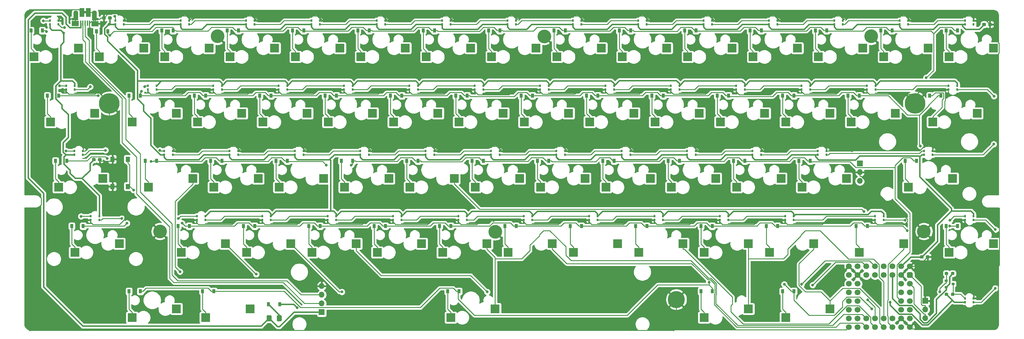
<source format=gbr>
%TF.GenerationSoftware,KiCad,Pcbnew,(5.1.9)-1*%
%TF.CreationDate,2021-10-24T15:32:31+09:00*%
%TF.ProjectId,main2,6d61696e-322e-46b6-9963-61645f706362,2*%
%TF.SameCoordinates,Original*%
%TF.FileFunction,Copper,L2,Bot*%
%TF.FilePolarity,Positive*%
%FSLAX46Y46*%
G04 Gerber Fmt 4.6, Leading zero omitted, Abs format (unit mm)*
G04 Created by KiCad (PCBNEW (5.1.9)-1) date 2021-10-24 15:32:31*
%MOMM*%
%LPD*%
G01*
G04 APERTURE LIST*
%TA.AperFunction,ComponentPad*%
%ADD10C,1.000000*%
%TD*%
%TA.AperFunction,SMDPad,CuDef*%
%ADD11R,2.550000X2.500000*%
%TD*%
%TA.AperFunction,ComponentPad*%
%ADD12O,1.700000X1.700000*%
%TD*%
%TA.AperFunction,ComponentPad*%
%ADD13R,1.700000X1.700000*%
%TD*%
%TA.AperFunction,ComponentPad*%
%ADD14C,1.700000*%
%TD*%
%TA.AperFunction,SMDPad,CuDef*%
%ADD15R,0.900000X1.200000*%
%TD*%
%TA.AperFunction,ComponentPad*%
%ADD16C,4.000000*%
%TD*%
%TA.AperFunction,ComponentPad*%
%ADD17C,5.000000*%
%TD*%
%TA.AperFunction,ComponentPad*%
%ADD18C,6.000000*%
%TD*%
%TA.AperFunction,SMDPad,CuDef*%
%ADD19R,1.300000X1.550000*%
%TD*%
%TA.AperFunction,SMDPad,CuDef*%
%ADD20R,0.900000X0.800000*%
%TD*%
%TA.AperFunction,SMDPad,CuDef*%
%ADD21R,0.600000X0.700000*%
%TD*%
%TA.AperFunction,SMDPad,CuDef*%
%ADD22R,1.350000X2.000000*%
%TD*%
%TA.AperFunction,SMDPad,CuDef*%
%ADD23R,1.825000X0.700000*%
%TD*%
%TA.AperFunction,SMDPad,CuDef*%
%ADD24R,2.000000X1.500000*%
%TD*%
%TA.AperFunction,SMDPad,CuDef*%
%ADD25R,0.400000X1.650000*%
%TD*%
%TA.AperFunction,ComponentPad*%
%ADD26O,1.100000X1.500000*%
%TD*%
%TA.AperFunction,ComponentPad*%
%ADD27O,1.350000X1.700000*%
%TD*%
%TA.AperFunction,SMDPad,CuDef*%
%ADD28R,1.430000X2.500000*%
%TD*%
%TA.AperFunction,ViaPad*%
%ADD29C,0.800000*%
%TD*%
%TA.AperFunction,Conductor*%
%ADD30C,0.250000*%
%TD*%
%TA.AperFunction,Conductor*%
%ADD31C,0.400000*%
%TD*%
%TA.AperFunction,Conductor*%
%ADD32C,0.254000*%
%TD*%
%TA.AperFunction,Conductor*%
%ADD33C,0.100000*%
%TD*%
G04 APERTURE END LIST*
D10*
%TO.P,KSW28,2*%
%TO.N,Net-(D28-Pad2)*%
X311433000Y-133340000D03*
%TO.P,KSW28,1*%
%TO.N,/COL13*%
X324360000Y-130800000D03*
D11*
X324360000Y-130800000D03*
%TO.P,KSW28,2*%
%TO.N,Net-(D28-Pad2)*%
X311433000Y-133340000D03*
%TD*%
D10*
%TO.P,KSW59,2*%
%TO.N,Net-(D59-Pad2)*%
X268570000Y-190490000D03*
%TO.P,KSW59,1*%
%TO.N,/COL11*%
X281497000Y-187950000D03*
D11*
X281497000Y-187950000D03*
%TO.P,KSW59,2*%
%TO.N,Net-(D59-Pad2)*%
X268570000Y-190490000D03*
%TD*%
%TO.P,C4,2*%
%TO.N,/GND*%
%TA.AperFunction,SMDPad,CuDef*%
G36*
G01*
X351376000Y-105063500D02*
X351376000Y-104588500D01*
G75*
G02*
X351613500Y-104351000I237500J0D01*
G01*
X352213500Y-104351000D01*
G75*
G02*
X352451000Y-104588500I0J-237500D01*
G01*
X352451000Y-105063500D01*
G75*
G02*
X352213500Y-105301000I-237500J0D01*
G01*
X351613500Y-105301000D01*
G75*
G02*
X351376000Y-105063500I0J237500D01*
G01*
G37*
%TD.AperFunction*%
%TO.P,C4,1*%
%TO.N,/VCC*%
%TA.AperFunction,SMDPad,CuDef*%
G36*
G01*
X349651000Y-105063500D02*
X349651000Y-104588500D01*
G75*
G02*
X349888500Y-104351000I237500J0D01*
G01*
X350488500Y-104351000D01*
G75*
G02*
X350726000Y-104588500I0J-237500D01*
G01*
X350726000Y-105063500D01*
G75*
G02*
X350488500Y-105301000I-237500J0D01*
G01*
X349888500Y-105301000D01*
G75*
G02*
X349651000Y-105063500I0J237500D01*
G01*
G37*
%TD.AperFunction*%
%TD*%
%TO.P,C3,2*%
%TO.N,/GND*%
%TA.AperFunction,SMDPad,CuDef*%
G36*
G01*
X91915000Y-144560500D02*
X91915000Y-144085500D01*
G75*
G02*
X92152500Y-143848000I237500J0D01*
G01*
X92752500Y-143848000D01*
G75*
G02*
X92990000Y-144085500I0J-237500D01*
G01*
X92990000Y-144560500D01*
G75*
G02*
X92752500Y-144798000I-237500J0D01*
G01*
X92152500Y-144798000D01*
G75*
G02*
X91915000Y-144560500I0J237500D01*
G01*
G37*
%TD.AperFunction*%
%TO.P,C3,1*%
%TO.N,/VCC*%
%TA.AperFunction,SMDPad,CuDef*%
G36*
G01*
X90190000Y-144560500D02*
X90190000Y-144085500D01*
G75*
G02*
X90427500Y-143848000I237500J0D01*
G01*
X91027500Y-143848000D01*
G75*
G02*
X91265000Y-144085500I0J-237500D01*
G01*
X91265000Y-144560500D01*
G75*
G02*
X91027500Y-144798000I-237500J0D01*
G01*
X90427500Y-144798000D01*
G75*
G02*
X90190000Y-144560500I0J237500D01*
G01*
G37*
%TD.AperFunction*%
%TD*%
D12*
%TO.P,J4,3*%
%TO.N,/GPIO1*%
X333017000Y-190678000D03*
%TO.P,J4,2*%
%TO.N,/GPIO0*%
X333017000Y-188138000D03*
D13*
%TO.P,J4,1*%
%TO.N,/GND*%
X333017000Y-185598000D03*
%TD*%
D12*
%TO.P,J2,4*%
%TO.N,/GND*%
X157122000Y-181280000D03*
%TO.P,J2,3*%
%TO.N,/USB_D+*%
X157122000Y-183820000D03*
%TO.P,J2,2*%
%TO.N,/USB_D-*%
X157122000Y-186360000D03*
D13*
%TO.P,J2,1*%
%TO.N,/VBUS*%
X157122000Y-188900000D03*
%TD*%
D14*
%TO.P,U1,48*%
%TO.N,/GND*%
X328565000Y-175520000D03*
%TO.P,U1,47*%
X326025000Y-178060000D03*
%TO.P,U1,46*%
%TO.N,/VCC*%
X326025000Y-175520000D03*
%TO.P,U1,45*%
%TO.N,/3V3*%
X323485000Y-178060000D03*
%TO.P,U1,44*%
%TO.N,Net-(U1-Pad44)*%
X323485000Y-175520000D03*
%TO.P,U1,43*%
%TO.N,Net-(U1-Pad43)*%
X320945000Y-178060000D03*
%TO.P,U1,42*%
%TO.N,Net-(U1-Pad42)*%
X320945000Y-175520000D03*
%TO.P,U1,41*%
%TO.N,/SWCLK*%
X318405000Y-178060000D03*
%TO.P,U1,40*%
%TO.N,/USB_D+*%
X318405000Y-175520000D03*
%TO.P,U1,39*%
%TO.N,/SWDIO*%
X315865000Y-178060000D03*
%TO.P,U1,38*%
%TO.N,/USB_D-*%
X315865000Y-175520000D03*
%TO.P,U1,37*%
%TO.N,/BOOTSEL*%
X313325000Y-175520000D03*
%TO.P,U1,36*%
%TO.N,/GND*%
X310785000Y-175520000D03*
%TO.P,U1,35*%
X313325000Y-178060000D03*
%TO.P,U1,34*%
%TO.N,Net-(U1-Pad34)*%
X310785000Y-178060000D03*
%TO.P,U1,33*%
%TO.N,Net-(U1-Pad33)*%
X313325000Y-180600000D03*
%TO.P,U1,32*%
%TO.N,Net-(U1-Pad32)*%
X310785000Y-180600000D03*
%TO.P,U1,31*%
%TO.N,Net-(U1-Pad31)*%
X313325000Y-183140000D03*
%TO.P,U1,30*%
%TO.N,Net-(U1-Pad30)*%
X310785000Y-183140000D03*
%TO.P,U1,29*%
%TO.N,/COL1*%
X313325000Y-185680000D03*
%TO.P,U1,28*%
%TO.N,/COL2*%
X310785000Y-185680000D03*
%TO.P,U1,27*%
%TO.N,/COL3*%
X313325000Y-188220000D03*
%TO.P,U1,26*%
%TO.N,/COL4*%
X310785000Y-188220000D03*
%TO.P,U1,25*%
%TO.N,/COL5*%
X310785000Y-190760000D03*
%TO.P,U1,24*%
%TO.N,/GND*%
X310785000Y-193300000D03*
%TO.P,U1,23*%
X313325000Y-190760000D03*
%TO.P,U1,22*%
%TO.N,/COL6*%
X313325000Y-193300000D03*
%TO.P,U1,21*%
%TO.N,/COL7*%
X315865000Y-190760000D03*
%TO.P,U1,20*%
%TO.N,/COL8*%
X315865000Y-193300000D03*
%TO.P,U1,19*%
%TO.N,/COL9*%
X318405000Y-190760000D03*
%TO.P,U1,18*%
%TO.N,/COL10*%
X318405000Y-193300000D03*
%TO.P,U1,17*%
%TO.N,/COL11*%
X320945000Y-190760000D03*
%TO.P,U1,16*%
%TO.N,/COL12*%
X320945000Y-193300000D03*
%TO.P,U1,15*%
%TO.N,/COL13*%
X323485000Y-190760000D03*
%TO.P,U1,14*%
%TO.N,/COL14*%
X323485000Y-193300000D03*
%TO.P,U1,13*%
%TO.N,/COL15*%
X326025000Y-193300000D03*
%TO.P,U1,12*%
%TO.N,/GND*%
X328565000Y-193300000D03*
%TO.P,U1,11*%
X326025000Y-190760000D03*
%TO.P,U1,10*%
%TO.N,/LED_D_3V3*%
X328565000Y-190760000D03*
%TO.P,U1,9*%
%TO.N,/ROW1*%
X326025000Y-188220000D03*
%TO.P,U1,8*%
%TO.N,/ROW2*%
X328565000Y-188220000D03*
%TO.P,U1,7*%
%TO.N,/ROW3*%
X326025000Y-185680000D03*
%TO.P,U1,6*%
%TO.N,/ROW4*%
X328565000Y-185680000D03*
%TO.P,U1,5*%
%TO.N,/ROW5*%
X326025000Y-183140000D03*
%TO.P,U1,4*%
%TO.N,/GPIO3*%
X328565000Y-183140000D03*
%TO.P,U1,3*%
%TO.N,/GPIO2*%
X326025000Y-180600000D03*
%TO.P,U1,2*%
%TO.N,/GPIO1*%
X328565000Y-180600000D03*
%TO.P,U1,1*%
%TO.N,/GPIO0*%
%TA.AperFunction,ComponentPad*%
G36*
G01*
X329415000Y-177635000D02*
X329415000Y-178485000D01*
G75*
G02*
X328990000Y-178910000I-425000J0D01*
G01*
X328140000Y-178910000D01*
G75*
G02*
X327715000Y-178485000I0J425000D01*
G01*
X327715000Y-177635000D01*
G75*
G02*
X328140000Y-177210000I425000J0D01*
G01*
X328990000Y-177210000D01*
G75*
G02*
X329415000Y-177635000I0J-425000D01*
G01*
G37*
%TD.AperFunction*%
%TD*%
%TO.P,F1,2*%
%TO.N,/VBUS*%
%TA.AperFunction,SMDPad,CuDef*%
G36*
G01*
X142504000Y-190053000D02*
X142504000Y-191303000D01*
G75*
G02*
X142254000Y-191553000I-250000J0D01*
G01*
X141329000Y-191553000D01*
G75*
G02*
X141079000Y-191303000I0J250000D01*
G01*
X141079000Y-190053000D01*
G75*
G02*
X141329000Y-189803000I250000J0D01*
G01*
X142254000Y-189803000D01*
G75*
G02*
X142504000Y-190053000I0J-250000D01*
G01*
G37*
%TD.AperFunction*%
%TO.P,F1,1*%
%TO.N,Net-(DS1-Pad2)*%
%TA.AperFunction,SMDPad,CuDef*%
G36*
G01*
X145479000Y-190053000D02*
X145479000Y-191303000D01*
G75*
G02*
X145229000Y-191553000I-250000J0D01*
G01*
X144304000Y-191553000D01*
G75*
G02*
X144054000Y-191303000I0J250000D01*
G01*
X144054000Y-190053000D01*
G75*
G02*
X144304000Y-189803000I250000J0D01*
G01*
X145229000Y-189803000D01*
G75*
G02*
X145479000Y-190053000I0J-250000D01*
G01*
G37*
%TD.AperFunction*%
%TD*%
D15*
%TO.P,DS1,2*%
%TO.N,Net-(DS1-Pad2)*%
X141629000Y-186614000D03*
%TO.P,DS1,1*%
%TO.N,/VCC*%
X144929000Y-186614000D03*
%TD*%
%TO.P,C2,2*%
%TO.N,/GND*%
%TA.AperFunction,SMDPad,CuDef*%
G36*
G01*
X94212500Y-102683500D02*
X94212500Y-103158500D01*
G75*
G02*
X93975000Y-103396000I-237500J0D01*
G01*
X93375000Y-103396000D01*
G75*
G02*
X93137500Y-103158500I0J237500D01*
G01*
X93137500Y-102683500D01*
G75*
G02*
X93375000Y-102446000I237500J0D01*
G01*
X93975000Y-102446000D01*
G75*
G02*
X94212500Y-102683500I0J-237500D01*
G01*
G37*
%TD.AperFunction*%
%TO.P,C2,1*%
%TO.N,/VCC*%
%TA.AperFunction,SMDPad,CuDef*%
G36*
G01*
X95937500Y-102683500D02*
X95937500Y-103158500D01*
G75*
G02*
X95700000Y-103396000I-237500J0D01*
G01*
X95100000Y-103396000D01*
G75*
G02*
X94862500Y-103158500I0J237500D01*
G01*
X94862500Y-102683500D01*
G75*
G02*
X95100000Y-102446000I237500J0D01*
G01*
X95700000Y-102446000D01*
G75*
G02*
X95937500Y-102683500I0J-237500D01*
G01*
G37*
%TD.AperFunction*%
%TD*%
%TO.P,C1,2*%
%TO.N,/GND*%
%TA.AperFunction,SMDPad,CuDef*%
G36*
G01*
X333215000Y-173008500D02*
X333215000Y-172533500D01*
G75*
G02*
X333452500Y-172296000I237500J0D01*
G01*
X334052500Y-172296000D01*
G75*
G02*
X334290000Y-172533500I0J-237500D01*
G01*
X334290000Y-173008500D01*
G75*
G02*
X334052500Y-173246000I-237500J0D01*
G01*
X333452500Y-173246000D01*
G75*
G02*
X333215000Y-173008500I0J237500D01*
G01*
G37*
%TD.AperFunction*%
%TO.P,C1,1*%
%TO.N,/VCC*%
%TA.AperFunction,SMDPad,CuDef*%
G36*
G01*
X331490000Y-173008500D02*
X331490000Y-172533500D01*
G75*
G02*
X331727500Y-172296000I237500J0D01*
G01*
X332327500Y-172296000D01*
G75*
G02*
X332565000Y-172533500I0J-237500D01*
G01*
X332565000Y-173008500D01*
G75*
G02*
X332327500Y-173246000I-237500J0D01*
G01*
X331727500Y-173246000D01*
G75*
G02*
X331490000Y-173008500I0J237500D01*
G01*
G37*
%TD.AperFunction*%
%TD*%
D16*
%TO.P,HOLE12,*%
%TO.N,/GND*%
X332650000Y-165300000D03*
%TD*%
%TO.P,HOLE10,*%
%TO.N,/GND*%
X110000000Y-165300000D03*
%TD*%
%TO.P,HOLE11,*%
%TO.N,/GND*%
X207738000Y-165400000D03*
%TD*%
%TO.P,HOLE9,*%
%TO.N,/GND*%
X317275000Y-108300000D03*
%TD*%
%TO.P,HOLE8,*%
%TO.N,/GND*%
X222025000Y-108310000D03*
%TD*%
%TO.P,HOLE7,*%
%TO.N,/GND*%
X126775000Y-108300000D03*
%TD*%
D17*
%TO.P,HOLE4,*%
%TO.N,/GND*%
X260500000Y-185200000D03*
%TD*%
D18*
%TO.P,HOLE2,*%
%TO.N,/GND*%
X330050000Y-127910000D03*
%TD*%
%TO.P,HOLE1,*%
%TO.N,/GND*%
X95200000Y-127900000D03*
%TD*%
D19*
%TO.P,RSW1,2*%
%TO.N,/GND*%
X96150000Y-144225000D03*
%TO.P,RSW1,1*%
%TO.N,/BOOTSEL*%
X100650000Y-144225000D03*
X100650000Y-152175000D03*
%TO.P,RSW1,2*%
%TO.N,/GND*%
X96150000Y-152175000D03*
%TD*%
%TO.P,R2,2*%
%TO.N,/LED_D_5V*%
%TA.AperFunction,SMDPad,CuDef*%
G36*
G01*
X340554000Y-183930500D02*
X340554000Y-183455500D01*
G75*
G02*
X340791500Y-183218000I237500J0D01*
G01*
X341291500Y-183218000D01*
G75*
G02*
X341529000Y-183455500I0J-237500D01*
G01*
X341529000Y-183930500D01*
G75*
G02*
X341291500Y-184168000I-237500J0D01*
G01*
X340791500Y-184168000D01*
G75*
G02*
X340554000Y-183930500I0J237500D01*
G01*
G37*
%TD.AperFunction*%
%TO.P,R2,1*%
%TO.N,/VCC*%
%TA.AperFunction,SMDPad,CuDef*%
G36*
G01*
X338729000Y-183930500D02*
X338729000Y-183455500D01*
G75*
G02*
X338966500Y-183218000I237500J0D01*
G01*
X339466500Y-183218000D01*
G75*
G02*
X339704000Y-183455500I0J-237500D01*
G01*
X339704000Y-183930500D01*
G75*
G02*
X339466500Y-184168000I-237500J0D01*
G01*
X338966500Y-184168000D01*
G75*
G02*
X338729000Y-183930500I0J237500D01*
G01*
G37*
%TD.AperFunction*%
%TD*%
%TO.P,R1,2*%
%TO.N,/LED_D_3V3*%
%TA.AperFunction,SMDPad,CuDef*%
G36*
G01*
X339704000Y-177359500D02*
X339704000Y-177834500D01*
G75*
G02*
X339466500Y-178072000I-237500J0D01*
G01*
X338966500Y-178072000D01*
G75*
G02*
X338729000Y-177834500I0J237500D01*
G01*
X338729000Y-177359500D01*
G75*
G02*
X338966500Y-177122000I237500J0D01*
G01*
X339466500Y-177122000D01*
G75*
G02*
X339704000Y-177359500I0J-237500D01*
G01*
G37*
%TD.AperFunction*%
%TO.P,R1,1*%
%TO.N,/3V3*%
%TA.AperFunction,SMDPad,CuDef*%
G36*
G01*
X341529000Y-177359500D02*
X341529000Y-177834500D01*
G75*
G02*
X341291500Y-178072000I-237500J0D01*
G01*
X340791500Y-178072000D01*
G75*
G02*
X340554000Y-177834500I0J237500D01*
G01*
X340554000Y-177359500D01*
G75*
G02*
X340791500Y-177122000I237500J0D01*
G01*
X341291500Y-177122000D01*
G75*
G02*
X341529000Y-177359500I0J-237500D01*
G01*
G37*
%TD.AperFunction*%
%TD*%
D20*
%TO.P,Q1,3*%
%TO.N,/LED_D_5V*%
X341129000Y-180645000D03*
%TO.P,Q1,2*%
%TO.N,/LED_D_3V3*%
X339129000Y-179695000D03*
%TO.P,Q1,1*%
%TO.N,/3V3*%
X339129000Y-181595000D03*
%TD*%
D21*
%TO.P,LED56,3*%
%TO.N,Net-(LED55-Pad1)*%
X344600000Y-103700000D03*
%TO.P,LED56,4*%
%TO.N,/VCC*%
X344600000Y-104800000D03*
%TO.P,LED56,1*%
%TO.N,/LED Array/DOUT*%
X347100000Y-104800000D03*
%TO.P,LED56,2*%
%TO.N,/GND*%
X347100000Y-103700000D03*
%TD*%
%TO.P,LED55,3*%
%TO.N,Net-(LED54-Pad1)*%
X325550000Y-103700000D03*
%TO.P,LED55,4*%
%TO.N,/VCC*%
X325550000Y-104800000D03*
%TO.P,LED55,1*%
%TO.N,Net-(LED55-Pad1)*%
X328050000Y-104800000D03*
%TO.P,LED55,2*%
%TO.N,/GND*%
X328050000Y-103700000D03*
%TD*%
%TO.P,LED54,3*%
%TO.N,Net-(LED53-Pad1)*%
X306500000Y-103700000D03*
%TO.P,LED54,4*%
%TO.N,/VCC*%
X306500000Y-104800000D03*
%TO.P,LED54,1*%
%TO.N,Net-(LED54-Pad1)*%
X309000000Y-104800000D03*
%TO.P,LED54,2*%
%TO.N,/GND*%
X309000000Y-103700000D03*
%TD*%
%TO.P,LED53,3*%
%TO.N,Net-(LED52-Pad1)*%
X287450000Y-103700000D03*
%TO.P,LED53,4*%
%TO.N,/VCC*%
X287450000Y-104800000D03*
%TO.P,LED53,1*%
%TO.N,Net-(LED53-Pad1)*%
X289950000Y-104800000D03*
%TO.P,LED53,2*%
%TO.N,/GND*%
X289950000Y-103700000D03*
%TD*%
%TO.P,LED52,3*%
%TO.N,Net-(LED51-Pad1)*%
X268400000Y-103700000D03*
%TO.P,LED52,4*%
%TO.N,/VCC*%
X268400000Y-104800000D03*
%TO.P,LED52,1*%
%TO.N,Net-(LED52-Pad1)*%
X270900000Y-104800000D03*
%TO.P,LED52,2*%
%TO.N,/GND*%
X270900000Y-103700000D03*
%TD*%
%TO.P,LED51,3*%
%TO.N,Net-(LED50-Pad1)*%
X249350000Y-103700000D03*
%TO.P,LED51,4*%
%TO.N,/VCC*%
X249350000Y-104800000D03*
%TO.P,LED51,1*%
%TO.N,Net-(LED51-Pad1)*%
X251850000Y-104800000D03*
%TO.P,LED51,2*%
%TO.N,/GND*%
X251850000Y-103700000D03*
%TD*%
%TO.P,LED50,3*%
%TO.N,Net-(LED49-Pad1)*%
X230300000Y-103700000D03*
%TO.P,LED50,4*%
%TO.N,/VCC*%
X230300000Y-104800000D03*
%TO.P,LED50,1*%
%TO.N,Net-(LED50-Pad1)*%
X232800000Y-104800000D03*
%TO.P,LED50,2*%
%TO.N,/GND*%
X232800000Y-103700000D03*
%TD*%
%TO.P,LED49,3*%
%TO.N,Net-(LED48-Pad1)*%
X211250000Y-103700000D03*
%TO.P,LED49,4*%
%TO.N,/VCC*%
X211250000Y-104800000D03*
%TO.P,LED49,1*%
%TO.N,Net-(LED49-Pad1)*%
X213750000Y-104800000D03*
%TO.P,LED49,2*%
%TO.N,/GND*%
X213750000Y-103700000D03*
%TD*%
%TO.P,LED48,3*%
%TO.N,Net-(LED47-Pad1)*%
X192200000Y-103700000D03*
%TO.P,LED48,4*%
%TO.N,/VCC*%
X192200000Y-104800000D03*
%TO.P,LED48,1*%
%TO.N,Net-(LED48-Pad1)*%
X194700000Y-104800000D03*
%TO.P,LED48,2*%
%TO.N,/GND*%
X194700000Y-103700000D03*
%TD*%
%TO.P,LED47,3*%
%TO.N,Net-(LED46-Pad1)*%
X173150000Y-103700000D03*
%TO.P,LED47,4*%
%TO.N,/VCC*%
X173150000Y-104800000D03*
%TO.P,LED47,1*%
%TO.N,Net-(LED47-Pad1)*%
X175650000Y-104800000D03*
%TO.P,LED47,2*%
%TO.N,/GND*%
X175650000Y-103700000D03*
%TD*%
%TO.P,LED46,3*%
%TO.N,Net-(LED45-Pad1)*%
X154100000Y-103700000D03*
%TO.P,LED46,4*%
%TO.N,/VCC*%
X154100000Y-104800000D03*
%TO.P,LED46,1*%
%TO.N,Net-(LED46-Pad1)*%
X156600000Y-104800000D03*
%TO.P,LED46,2*%
%TO.N,/GND*%
X156600000Y-103700000D03*
%TD*%
%TO.P,LED45,3*%
%TO.N,Net-(LED44-Pad1)*%
X135050000Y-103700000D03*
%TO.P,LED45,4*%
%TO.N,/VCC*%
X135050000Y-104800000D03*
%TO.P,LED45,1*%
%TO.N,Net-(LED45-Pad1)*%
X137550000Y-104800000D03*
%TO.P,LED45,2*%
%TO.N,/GND*%
X137550000Y-103700000D03*
%TD*%
%TO.P,LED44,3*%
%TO.N,Net-(LED43-Pad1)*%
X116000000Y-103700000D03*
%TO.P,LED44,4*%
%TO.N,/VCC*%
X116000000Y-104800000D03*
%TO.P,LED44,1*%
%TO.N,Net-(LED44-Pad1)*%
X118500000Y-104800000D03*
%TO.P,LED44,2*%
%TO.N,/GND*%
X118500000Y-103700000D03*
%TD*%
%TO.P,LED43,3*%
%TO.N,Net-(LED42-Pad1)*%
X96950000Y-103700000D03*
%TO.P,LED43,4*%
%TO.N,/VCC*%
X96950000Y-104800000D03*
%TO.P,LED43,1*%
%TO.N,Net-(LED43-Pad1)*%
X99450000Y-104800000D03*
%TO.P,LED43,2*%
%TO.N,/GND*%
X99450000Y-103700000D03*
%TD*%
%TO.P,LED42,3*%
%TO.N,Net-(LED41-Pad1)*%
X77900000Y-103700000D03*
%TO.P,LED42,4*%
%TO.N,/VCC*%
X77900000Y-104800000D03*
%TO.P,LED42,1*%
%TO.N,Net-(LED42-Pad1)*%
X80400000Y-104800000D03*
%TO.P,LED42,2*%
%TO.N,/GND*%
X80400000Y-103700000D03*
%TD*%
%TO.P,LED41,3*%
%TO.N,Net-(LED40-Pad1)*%
X85162500Y-123850000D03*
%TO.P,LED41,4*%
%TO.N,/VCC*%
X85162500Y-122750000D03*
%TO.P,LED41,1*%
%TO.N,Net-(LED41-Pad1)*%
X82662500Y-122750000D03*
%TO.P,LED41,2*%
%TO.N,/GND*%
X82662500Y-123850000D03*
%TD*%
%TO.P,LED40,3*%
%TO.N,Net-(LED39-Pad1)*%
X108975000Y-123850000D03*
%TO.P,LED40,4*%
%TO.N,/VCC*%
X108975000Y-122750000D03*
%TO.P,LED40,1*%
%TO.N,Net-(LED40-Pad1)*%
X106475000Y-122750000D03*
%TO.P,LED40,2*%
%TO.N,/GND*%
X106475000Y-123850000D03*
%TD*%
%TO.P,LED39,3*%
%TO.N,Net-(LED38-Pad1)*%
X128025000Y-123850000D03*
%TO.P,LED39,4*%
%TO.N,/VCC*%
X128025000Y-122750000D03*
%TO.P,LED39,1*%
%TO.N,Net-(LED39-Pad1)*%
X125525000Y-122750000D03*
%TO.P,LED39,2*%
%TO.N,/GND*%
X125525000Y-123850000D03*
%TD*%
%TO.P,LED38,3*%
%TO.N,Net-(LED37-Pad1)*%
X147075000Y-123850000D03*
%TO.P,LED38,4*%
%TO.N,/VCC*%
X147075000Y-122750000D03*
%TO.P,LED38,1*%
%TO.N,Net-(LED38-Pad1)*%
X144575000Y-122750000D03*
%TO.P,LED38,2*%
%TO.N,/GND*%
X144575000Y-123850000D03*
%TD*%
%TO.P,LED37,3*%
%TO.N,Net-(LED36-Pad1)*%
X166125000Y-123850000D03*
%TO.P,LED37,4*%
%TO.N,/VCC*%
X166125000Y-122750000D03*
%TO.P,LED37,1*%
%TO.N,Net-(LED37-Pad1)*%
X163625000Y-122750000D03*
%TO.P,LED37,2*%
%TO.N,/GND*%
X163625000Y-123850000D03*
%TD*%
%TO.P,LED36,3*%
%TO.N,Net-(LED35-Pad1)*%
X185175000Y-123850000D03*
%TO.P,LED36,4*%
%TO.N,/VCC*%
X185175000Y-122750000D03*
%TO.P,LED36,1*%
%TO.N,Net-(LED36-Pad1)*%
X182675000Y-122750000D03*
%TO.P,LED36,2*%
%TO.N,/GND*%
X182675000Y-123850000D03*
%TD*%
%TO.P,LED35,3*%
%TO.N,Net-(LED34-Pad1)*%
X204225000Y-123850000D03*
%TO.P,LED35,4*%
%TO.N,/VCC*%
X204225000Y-122750000D03*
%TO.P,LED35,1*%
%TO.N,Net-(LED35-Pad1)*%
X201725000Y-122750000D03*
%TO.P,LED35,2*%
%TO.N,/GND*%
X201725000Y-123850000D03*
%TD*%
%TO.P,LED34,3*%
%TO.N,Net-(LED33-Pad1)*%
X223275000Y-123850000D03*
%TO.P,LED34,4*%
%TO.N,/VCC*%
X223275000Y-122750000D03*
%TO.P,LED34,1*%
%TO.N,Net-(LED34-Pad1)*%
X220775000Y-122750000D03*
%TO.P,LED34,2*%
%TO.N,/GND*%
X220775000Y-123850000D03*
%TD*%
%TO.P,LED33,3*%
%TO.N,Net-(LED32-Pad1)*%
X242325000Y-123850000D03*
%TO.P,LED33,4*%
%TO.N,/VCC*%
X242325000Y-122750000D03*
%TO.P,LED33,1*%
%TO.N,Net-(LED33-Pad1)*%
X239825000Y-122750000D03*
%TO.P,LED33,2*%
%TO.N,/GND*%
X239825000Y-123850000D03*
%TD*%
%TO.P,LED32,3*%
%TO.N,Net-(LED31-Pad1)*%
X261375000Y-123850000D03*
%TO.P,LED32,4*%
%TO.N,/VCC*%
X261375000Y-122750000D03*
%TO.P,LED32,1*%
%TO.N,Net-(LED32-Pad1)*%
X258875000Y-122750000D03*
%TO.P,LED32,2*%
%TO.N,/GND*%
X258875000Y-123850000D03*
%TD*%
%TO.P,LED31,3*%
%TO.N,Net-(LED30-Pad1)*%
X280425000Y-123850000D03*
%TO.P,LED31,4*%
%TO.N,/VCC*%
X280425000Y-122750000D03*
%TO.P,LED31,1*%
%TO.N,Net-(LED31-Pad1)*%
X277925000Y-122750000D03*
%TO.P,LED31,2*%
%TO.N,/GND*%
X277925000Y-123850000D03*
%TD*%
%TO.P,LED30,3*%
%TO.N,Net-(LED29-Pad1)*%
X299475000Y-123850000D03*
%TO.P,LED30,4*%
%TO.N,/VCC*%
X299475000Y-122750000D03*
%TO.P,LED30,1*%
%TO.N,Net-(LED30-Pad1)*%
X296975000Y-122750000D03*
%TO.P,LED30,2*%
%TO.N,/GND*%
X296975000Y-123850000D03*
%TD*%
%TO.P,LED29,3*%
%TO.N,Net-(LED28-Pad1)*%
X318525000Y-123850000D03*
%TO.P,LED29,4*%
%TO.N,/VCC*%
X318525000Y-122750000D03*
%TO.P,LED29,1*%
%TO.N,Net-(LED29-Pad1)*%
X316025000Y-122750000D03*
%TO.P,LED29,2*%
%TO.N,/GND*%
X316025000Y-123850000D03*
%TD*%
%TO.P,LED28,3*%
%TO.N,Net-(LED27-Pad1)*%
X342338000Y-123850000D03*
%TO.P,LED28,4*%
%TO.N,/VCC*%
X342338000Y-122750000D03*
%TO.P,LED28,1*%
%TO.N,Net-(LED28-Pad1)*%
X339838000Y-122750000D03*
%TO.P,LED28,2*%
%TO.N,/GND*%
X339838000Y-123850000D03*
%TD*%
%TO.P,LED27,3*%
%TO.N,Net-(LED26-Pad1)*%
X332694000Y-141800000D03*
%TO.P,LED27,4*%
%TO.N,/VCC*%
X332694000Y-142900000D03*
%TO.P,LED27,1*%
%TO.N,Net-(LED27-Pad1)*%
X335194000Y-142900000D03*
%TO.P,LED27,2*%
%TO.N,/GND*%
X335194000Y-141800000D03*
%TD*%
%TO.P,LED26,3*%
%TO.N,Net-(LED25-Pad1)*%
X301738000Y-141800000D03*
%TO.P,LED26,4*%
%TO.N,/VCC*%
X301738000Y-142900000D03*
%TO.P,LED26,1*%
%TO.N,Net-(LED26-Pad1)*%
X304238000Y-142900000D03*
%TO.P,LED26,2*%
%TO.N,/GND*%
X304238000Y-141800000D03*
%TD*%
%TO.P,LED25,3*%
%TO.N,Net-(LED24-Pad1)*%
X282688000Y-141800000D03*
%TO.P,LED25,4*%
%TO.N,/VCC*%
X282688000Y-142900000D03*
%TO.P,LED25,1*%
%TO.N,Net-(LED25-Pad1)*%
X285188000Y-142900000D03*
%TO.P,LED25,2*%
%TO.N,/GND*%
X285188000Y-141800000D03*
%TD*%
%TO.P,LED24,3*%
%TO.N,Net-(LED23-Pad1)*%
X263638000Y-141800000D03*
%TO.P,LED24,4*%
%TO.N,/VCC*%
X263638000Y-142900000D03*
%TO.P,LED24,1*%
%TO.N,Net-(LED24-Pad1)*%
X266138000Y-142900000D03*
%TO.P,LED24,2*%
%TO.N,/GND*%
X266138000Y-141800000D03*
%TD*%
%TO.P,LED23,3*%
%TO.N,Net-(LED22-Pad1)*%
X244588000Y-141800000D03*
%TO.P,LED23,4*%
%TO.N,/VCC*%
X244588000Y-142900000D03*
%TO.P,LED23,1*%
%TO.N,Net-(LED23-Pad1)*%
X247088000Y-142900000D03*
%TO.P,LED23,2*%
%TO.N,/GND*%
X247088000Y-141800000D03*
%TD*%
%TO.P,LED22,3*%
%TO.N,Net-(LED21-Pad1)*%
X225538000Y-141800000D03*
%TO.P,LED22,4*%
%TO.N,/VCC*%
X225538000Y-142900000D03*
%TO.P,LED22,1*%
%TO.N,Net-(LED22-Pad1)*%
X228038000Y-142900000D03*
%TO.P,LED22,2*%
%TO.N,/GND*%
X228038000Y-141800000D03*
%TD*%
%TO.P,LED21,3*%
%TO.N,Net-(LED20-Pad1)*%
X206488000Y-141800000D03*
%TO.P,LED21,4*%
%TO.N,/VCC*%
X206488000Y-142900000D03*
%TO.P,LED21,1*%
%TO.N,Net-(LED21-Pad1)*%
X208988000Y-142900000D03*
%TO.P,LED21,2*%
%TO.N,/GND*%
X208988000Y-141800000D03*
%TD*%
%TO.P,LED20,3*%
%TO.N,Net-(LED19-Pad1)*%
X187438000Y-141800000D03*
%TO.P,LED20,4*%
%TO.N,/VCC*%
X187438000Y-142900000D03*
%TO.P,LED20,1*%
%TO.N,Net-(LED20-Pad1)*%
X189938000Y-142900000D03*
%TO.P,LED20,2*%
%TO.N,/GND*%
X189938000Y-141800000D03*
%TD*%
%TO.P,LED19,3*%
%TO.N,Net-(LED18-Pad1)*%
X168388000Y-141800000D03*
%TO.P,LED19,4*%
%TO.N,/VCC*%
X168388000Y-142900000D03*
%TO.P,LED19,1*%
%TO.N,Net-(LED19-Pad1)*%
X170888000Y-142900000D03*
%TO.P,LED19,2*%
%TO.N,/GND*%
X170888000Y-141800000D03*
%TD*%
%TO.P,LED18,3*%
%TO.N,Net-(LED17-Pad1)*%
X149338000Y-141800000D03*
%TO.P,LED18,4*%
%TO.N,/VCC*%
X149338000Y-142900000D03*
%TO.P,LED18,1*%
%TO.N,Net-(LED18-Pad1)*%
X151838000Y-142900000D03*
%TO.P,LED18,2*%
%TO.N,/GND*%
X151838000Y-141800000D03*
%TD*%
%TO.P,LED17,3*%
%TO.N,Net-(LED16-Pad1)*%
X130288000Y-141800000D03*
%TO.P,LED17,4*%
%TO.N,/VCC*%
X130288000Y-142900000D03*
%TO.P,LED17,1*%
%TO.N,Net-(LED17-Pad1)*%
X132788000Y-142900000D03*
%TO.P,LED17,2*%
%TO.N,/GND*%
X132788000Y-141800000D03*
%TD*%
%TO.P,LED16,3*%
%TO.N,Net-(LED15-Pad1)*%
X111238000Y-141800000D03*
%TO.P,LED16,4*%
%TO.N,/VCC*%
X111238000Y-142900000D03*
%TO.P,LED16,1*%
%TO.N,Net-(LED16-Pad1)*%
X113738000Y-142900000D03*
%TO.P,LED16,2*%
%TO.N,/GND*%
X113738000Y-141800000D03*
%TD*%
%TO.P,LED15,3*%
%TO.N,Net-(LED14-Pad1)*%
X85043800Y-141800000D03*
%TO.P,LED15,4*%
%TO.N,/VCC*%
X85043800Y-142900000D03*
%TO.P,LED15,1*%
%TO.N,Net-(LED15-Pad1)*%
X87543800Y-142900000D03*
%TO.P,LED15,2*%
%TO.N,/GND*%
X87543800Y-141800000D03*
%TD*%
%TO.P,LED14,3*%
%TO.N,Net-(LED13-Pad1)*%
X92306200Y-161950000D03*
%TO.P,LED14,4*%
%TO.N,/VCC*%
X92306200Y-160850000D03*
%TO.P,LED14,1*%
%TO.N,Net-(LED14-Pad1)*%
X89806200Y-160850000D03*
%TO.P,LED14,2*%
%TO.N,/GND*%
X89806200Y-161950000D03*
%TD*%
%TO.P,LED13,3*%
%TO.N,Net-(LED12-Pad1)*%
X123262000Y-161950000D03*
%TO.P,LED13,4*%
%TO.N,/VCC*%
X123262000Y-160850000D03*
%TO.P,LED13,1*%
%TO.N,Net-(LED13-Pad1)*%
X120762000Y-160850000D03*
%TO.P,LED13,2*%
%TO.N,/GND*%
X120762000Y-161950000D03*
%TD*%
%TO.P,LED12,3*%
%TO.N,Net-(LED11-Pad1)*%
X142312000Y-161950000D03*
%TO.P,LED12,4*%
%TO.N,/VCC*%
X142312000Y-160850000D03*
%TO.P,LED12,1*%
%TO.N,Net-(LED12-Pad1)*%
X139812000Y-160850000D03*
%TO.P,LED12,2*%
%TO.N,/GND*%
X139812000Y-161950000D03*
%TD*%
%TO.P,LED11,3*%
%TO.N,Net-(LED10-Pad1)*%
X161362000Y-161950000D03*
%TO.P,LED11,4*%
%TO.N,/VCC*%
X161362000Y-160850000D03*
%TO.P,LED11,1*%
%TO.N,Net-(LED11-Pad1)*%
X158862000Y-160850000D03*
%TO.P,LED11,2*%
%TO.N,/GND*%
X158862000Y-161950000D03*
%TD*%
%TO.P,LED10,3*%
%TO.N,Net-(LED10-Pad3)*%
X180412000Y-161950000D03*
%TO.P,LED10,4*%
%TO.N,/VCC*%
X180412000Y-160850000D03*
%TO.P,LED10,1*%
%TO.N,Net-(LED10-Pad1)*%
X177912000Y-160850000D03*
%TO.P,LED10,2*%
%TO.N,/GND*%
X177912000Y-161950000D03*
%TD*%
%TO.P,LED9,3*%
%TO.N,Net-(LED8-Pad1)*%
X199462000Y-161950000D03*
%TO.P,LED9,4*%
%TO.N,/VCC*%
X199462000Y-160850000D03*
%TO.P,LED9,1*%
%TO.N,Net-(LED10-Pad3)*%
X196962000Y-160850000D03*
%TO.P,LED9,2*%
%TO.N,/GND*%
X196962000Y-161950000D03*
%TD*%
%TO.P,LED8,3*%
%TO.N,Net-(LED7-Pad1)*%
X218512000Y-161950000D03*
%TO.P,LED8,4*%
%TO.N,/VCC*%
X218512000Y-160850000D03*
%TO.P,LED8,1*%
%TO.N,Net-(LED8-Pad1)*%
X216012000Y-160850000D03*
%TO.P,LED8,2*%
%TO.N,/GND*%
X216012000Y-161950000D03*
%TD*%
%TO.P,LED7,3*%
%TO.N,Net-(LED6-Pad1)*%
X237562000Y-161950000D03*
%TO.P,LED7,4*%
%TO.N,/VCC*%
X237562000Y-160850000D03*
%TO.P,LED7,1*%
%TO.N,Net-(LED7-Pad1)*%
X235062000Y-160850000D03*
%TO.P,LED7,2*%
%TO.N,/GND*%
X235062000Y-161950000D03*
%TD*%
%TO.P,LED6,3*%
%TO.N,Net-(LED5-Pad1)*%
X256612000Y-161950000D03*
%TO.P,LED6,4*%
%TO.N,/VCC*%
X256612000Y-160850000D03*
%TO.P,LED6,1*%
%TO.N,Net-(LED6-Pad1)*%
X254112000Y-160850000D03*
%TO.P,LED6,2*%
%TO.N,/GND*%
X254112000Y-161950000D03*
%TD*%
%TO.P,LED5,3*%
%TO.N,Net-(LED4-Pad1)*%
X275662000Y-161950000D03*
%TO.P,LED5,4*%
%TO.N,/VCC*%
X275662000Y-160850000D03*
%TO.P,LED5,1*%
%TO.N,Net-(LED5-Pad1)*%
X273162000Y-160850000D03*
%TO.P,LED5,2*%
%TO.N,/GND*%
X273162000Y-161950000D03*
%TD*%
%TO.P,LED4,3*%
%TO.N,Net-(LED3-Pad1)*%
X294712000Y-161950000D03*
%TO.P,LED4,4*%
%TO.N,/VCC*%
X294712000Y-160850000D03*
%TO.P,LED4,1*%
%TO.N,Net-(LED4-Pad1)*%
X292212000Y-160850000D03*
%TO.P,LED4,2*%
%TO.N,/GND*%
X292212000Y-161950000D03*
%TD*%
%TO.P,LED3,3*%
%TO.N,Net-(LED2-Pad1)*%
X320906000Y-161950000D03*
%TO.P,LED3,4*%
%TO.N,/VCC*%
X320906000Y-160850000D03*
%TO.P,LED3,1*%
%TO.N,Net-(LED3-Pad1)*%
X318406000Y-160850000D03*
%TO.P,LED3,2*%
%TO.N,/GND*%
X318406000Y-161950000D03*
%TD*%
%TO.P,LED2,3*%
%TO.N,Net-(LED1-Pad1)*%
X347100000Y-161950000D03*
%TO.P,LED2,4*%
%TO.N,/VCC*%
X347100000Y-160850000D03*
%TO.P,LED2,1*%
%TO.N,Net-(LED2-Pad1)*%
X344600000Y-160850000D03*
%TO.P,LED2,2*%
%TO.N,/GND*%
X344600000Y-161950000D03*
%TD*%
%TO.P,LED1,3*%
%TO.N,/LED_D_5V*%
X344601000Y-184860000D03*
%TO.P,LED1,4*%
%TO.N,/VCC*%
X344601000Y-185960000D03*
%TO.P,LED1,1*%
%TO.N,Net-(LED1-Pad1)*%
X347101000Y-185960000D03*
%TO.P,LED1,2*%
%TO.N,/GND*%
X347101000Y-184860000D03*
%TD*%
D10*
%TO.P,KSW60,2*%
%TO.N,Net-(D60-Pad2)*%
X292383000Y-190490000D03*
%TO.P,KSW60,1*%
%TO.N,/COL12*%
X305310000Y-187950000D03*
D11*
X305310000Y-187950000D03*
%TO.P,KSW60,2*%
%TO.N,Net-(D60-Pad2)*%
X292383000Y-190490000D03*
%TD*%
D10*
%TO.P,KSW58,2*%
%TO.N,Net-(D58-Pad2)*%
X194752000Y-190490000D03*
%TO.P,KSW58,1*%
%TO.N,/COL7*%
X207679000Y-187950000D03*
D11*
X207679000Y-187950000D03*
%TO.P,KSW58,2*%
%TO.N,Net-(D58-Pad2)*%
X194752000Y-190490000D03*
%TD*%
D10*
%TO.P,KSW57,2*%
%TO.N,Net-(D57-Pad2)*%
X123314000Y-190490000D03*
%TO.P,KSW57,1*%
%TO.N,/COL3*%
X136241000Y-187950000D03*
D11*
X136241000Y-187950000D03*
%TO.P,KSW57,2*%
%TO.N,Net-(D57-Pad2)*%
X123314000Y-190490000D03*
%TD*%
D10*
%TO.P,KSW56,2*%
%TO.N,Net-(D56-Pad2)*%
X101883000Y-190490000D03*
%TO.P,KSW56,1*%
%TO.N,/COL2*%
X114810000Y-187950000D03*
D11*
X114810000Y-187950000D03*
%TO.P,KSW56,2*%
%TO.N,Net-(D56-Pad2)*%
X101883000Y-190490000D03*
%TD*%
D10*
%TO.P,KSW55,2*%
%TO.N,Net-(D55-Pad2)*%
X340008000Y-171440000D03*
%TO.P,KSW55,1*%
%TO.N,/COL15*%
X352935000Y-168900000D03*
D11*
X352935000Y-168900000D03*
%TO.P,KSW55,2*%
%TO.N,Net-(D55-Pad2)*%
X340008000Y-171440000D03*
%TD*%
D10*
%TO.P,KSW54,2*%
%TO.N,Net-(D54-Pad2)*%
X313814000Y-171440000D03*
%TO.P,KSW54,1*%
%TO.N,/COL14*%
X326741000Y-168900000D03*
D11*
X326741000Y-168900000D03*
%TO.P,KSW54,2*%
%TO.N,Net-(D54-Pad2)*%
X313814000Y-171440000D03*
%TD*%
D10*
%TO.P,KSW53,2*%
%TO.N,Net-(D53-Pad2)*%
X287620000Y-171440000D03*
%TO.P,KSW53,1*%
%TO.N,/COL12*%
X300547000Y-168900000D03*
D11*
X300547000Y-168900000D03*
%TO.P,KSW53,2*%
%TO.N,Net-(D53-Pad2)*%
X287620000Y-171440000D03*
%TD*%
D10*
%TO.P,KSW52,2*%
%TO.N,Net-(D52-Pad2)*%
X268570000Y-171440000D03*
%TO.P,KSW52,1*%
%TO.N,/COL11*%
X281497000Y-168900000D03*
D11*
X281497000Y-168900000D03*
%TO.P,KSW52,2*%
%TO.N,Net-(D52-Pad2)*%
X268570000Y-171440000D03*
%TD*%
D10*
%TO.P,KSW51,2*%
%TO.N,Net-(D51-Pad2)*%
X249520000Y-171440000D03*
%TO.P,KSW51,1*%
%TO.N,/COL10*%
X262447000Y-168900000D03*
D11*
X262447000Y-168900000D03*
%TO.P,KSW51,2*%
%TO.N,Net-(D51-Pad2)*%
X249520000Y-171440000D03*
%TD*%
D10*
%TO.P,KSW50,2*%
%TO.N,Net-(D50-Pad2)*%
X230470000Y-171440000D03*
%TO.P,KSW50,1*%
%TO.N,/COL9*%
X243397000Y-168900000D03*
D11*
X243397000Y-168900000D03*
%TO.P,KSW50,2*%
%TO.N,Net-(D50-Pad2)*%
X230470000Y-171440000D03*
%TD*%
D10*
%TO.P,KSW49,2*%
%TO.N,Net-(D49-Pad2)*%
X211420000Y-171440000D03*
%TO.P,KSW49,1*%
%TO.N,/COL8*%
X224347000Y-168900000D03*
D11*
X224347000Y-168900000D03*
%TO.P,KSW49,2*%
%TO.N,Net-(D49-Pad2)*%
X211420000Y-171440000D03*
%TD*%
D10*
%TO.P,KSW48,2*%
%TO.N,Net-(D48-Pad2)*%
X192370000Y-171440000D03*
%TO.P,KSW48,1*%
%TO.N,/COL7*%
X205297000Y-168900000D03*
D11*
X205297000Y-168900000D03*
%TO.P,KSW48,2*%
%TO.N,Net-(D48-Pad2)*%
X192370000Y-171440000D03*
%TD*%
D10*
%TO.P,KSW47,2*%
%TO.N,Net-(D47-Pad2)*%
X173320000Y-171440000D03*
%TO.P,KSW47,1*%
%TO.N,/COL6*%
X186247000Y-168900000D03*
D11*
X186247000Y-168900000D03*
%TO.P,KSW47,2*%
%TO.N,Net-(D47-Pad2)*%
X173320000Y-171440000D03*
%TD*%
D10*
%TO.P,KSW46,2*%
%TO.N,Net-(D46-Pad2)*%
X154270000Y-171440000D03*
%TO.P,KSW46,1*%
%TO.N,/COL5*%
X167197000Y-168900000D03*
D11*
X167197000Y-168900000D03*
%TO.P,KSW46,2*%
%TO.N,Net-(D46-Pad2)*%
X154270000Y-171440000D03*
%TD*%
D10*
%TO.P,KSW45,2*%
%TO.N,Net-(D45-Pad2)*%
X135220000Y-171440000D03*
%TO.P,KSW45,1*%
%TO.N,/COL4*%
X148147000Y-168900000D03*
D11*
X148147000Y-168900000D03*
%TO.P,KSW45,2*%
%TO.N,Net-(D45-Pad2)*%
X135220000Y-171440000D03*
%TD*%
D10*
%TO.P,KSW44,2*%
%TO.N,Net-(D44-Pad2)*%
X116170000Y-171440000D03*
%TO.P,KSW44,1*%
%TO.N,/COL3*%
X129097000Y-168900000D03*
D11*
X129097000Y-168900000D03*
%TO.P,KSW44,2*%
%TO.N,Net-(D44-Pad2)*%
X116170000Y-171440000D03*
%TD*%
D10*
%TO.P,KSW43,2*%
%TO.N,Net-(D43-Pad2)*%
X85214200Y-171440000D03*
%TO.P,KSW43,1*%
%TO.N,/COL1*%
X98141200Y-168900000D03*
D11*
X98141200Y-168900000D03*
%TO.P,KSW43,2*%
%TO.N,Net-(D43-Pad2)*%
X85214200Y-171440000D03*
%TD*%
D10*
%TO.P,KSW42,2*%
%TO.N,Net-(D42-Pad2)*%
X328102000Y-152390000D03*
%TO.P,KSW42,1*%
%TO.N,/COL15*%
X341029000Y-149850000D03*
D11*
X341029000Y-149850000D03*
%TO.P,KSW42,2*%
%TO.N,Net-(D42-Pad2)*%
X328102000Y-152390000D03*
%TD*%
D10*
%TO.P,KSW41,2*%
%TO.N,Net-(D41-Pad2)*%
X297146000Y-152390000D03*
%TO.P,KSW41,1*%
%TO.N,/COL12*%
X310073000Y-149850000D03*
D11*
X310073000Y-149850000D03*
%TO.P,KSW41,2*%
%TO.N,Net-(D41-Pad2)*%
X297146000Y-152390000D03*
%TD*%
D10*
%TO.P,KSW40,2*%
%TO.N,Net-(D40-Pad2)*%
X278096000Y-152390000D03*
%TO.P,KSW40,1*%
%TO.N,/COL11*%
X291023000Y-149850000D03*
D11*
X291023000Y-149850000D03*
%TO.P,KSW40,2*%
%TO.N,Net-(D40-Pad2)*%
X278096000Y-152390000D03*
%TD*%
D10*
%TO.P,KSW39,2*%
%TO.N,Net-(D39-Pad2)*%
X259046000Y-152390000D03*
%TO.P,KSW39,1*%
%TO.N,/COL10*%
X271973000Y-149850000D03*
D11*
X271973000Y-149850000D03*
%TO.P,KSW39,2*%
%TO.N,Net-(D39-Pad2)*%
X259046000Y-152390000D03*
%TD*%
D10*
%TO.P,KSW38,2*%
%TO.N,Net-(D38-Pad2)*%
X239996000Y-152390000D03*
%TO.P,KSW38,1*%
%TO.N,/COL9*%
X252923000Y-149850000D03*
D11*
X252923000Y-149850000D03*
%TO.P,KSW38,2*%
%TO.N,Net-(D38-Pad2)*%
X239996000Y-152390000D03*
%TD*%
D10*
%TO.P,KSW37,2*%
%TO.N,Net-(D37-Pad2)*%
X220946000Y-152390000D03*
%TO.P,KSW37,1*%
%TO.N,/COL8*%
X233873000Y-149850000D03*
D11*
X233873000Y-149850000D03*
%TO.P,KSW37,2*%
%TO.N,Net-(D37-Pad2)*%
X220946000Y-152390000D03*
%TD*%
D10*
%TO.P,KSW36,2*%
%TO.N,Net-(D36-Pad2)*%
X201896000Y-152390000D03*
%TO.P,KSW36,1*%
%TO.N,/COL7*%
X214823000Y-149850000D03*
D11*
X214823000Y-149850000D03*
%TO.P,KSW36,2*%
%TO.N,Net-(D36-Pad2)*%
X201896000Y-152390000D03*
%TD*%
D10*
%TO.P,KSW35,2*%
%TO.N,Net-(D35-Pad2)*%
X182846000Y-152390000D03*
%TO.P,KSW35,1*%
%TO.N,/COL6*%
X195773000Y-149850000D03*
D11*
X195773000Y-149850000D03*
%TO.P,KSW35,2*%
%TO.N,Net-(D35-Pad2)*%
X182846000Y-152390000D03*
%TD*%
D10*
%TO.P,KSW34,2*%
%TO.N,Net-(D34-Pad2)*%
X163796000Y-152390000D03*
%TO.P,KSW34,1*%
%TO.N,/COL5*%
X176723000Y-149850000D03*
D11*
X176723000Y-149850000D03*
%TO.P,KSW34,2*%
%TO.N,Net-(D34-Pad2)*%
X163796000Y-152390000D03*
%TD*%
D10*
%TO.P,KSW33,2*%
%TO.N,Net-(D33-Pad2)*%
X144746000Y-152390000D03*
%TO.P,KSW33,1*%
%TO.N,/COL4*%
X157673000Y-149850000D03*
D11*
X157673000Y-149850000D03*
%TO.P,KSW33,2*%
%TO.N,Net-(D33-Pad2)*%
X144746000Y-152390000D03*
%TD*%
D10*
%TO.P,KSW32,2*%
%TO.N,Net-(D32-Pad2)*%
X125696000Y-152390000D03*
%TO.P,KSW32,1*%
%TO.N,/COL3*%
X138623000Y-149850000D03*
D11*
X138623000Y-149850000D03*
%TO.P,KSW32,2*%
%TO.N,Net-(D32-Pad2)*%
X125696000Y-152390000D03*
%TD*%
D10*
%TO.P,KSW31,2*%
%TO.N,Net-(D31-Pad2)*%
X106646000Y-152390000D03*
%TO.P,KSW31,1*%
%TO.N,/COL2*%
X119573000Y-149850000D03*
D11*
X119573000Y-149850000D03*
%TO.P,KSW31,2*%
%TO.N,Net-(D31-Pad2)*%
X106646000Y-152390000D03*
%TD*%
D10*
%TO.P,KSW30,2*%
%TO.N,Net-(D30-Pad2)*%
X80451800Y-152390000D03*
%TO.P,KSW30,1*%
%TO.N,/COL1*%
X93378800Y-149850000D03*
D11*
X93378800Y-149850000D03*
%TO.P,KSW30,2*%
%TO.N,Net-(D30-Pad2)*%
X80451800Y-152390000D03*
%TD*%
D10*
%TO.P,KSW29,2*%
%TO.N,Net-(D29-Pad2)*%
X335246000Y-133340000D03*
%TO.P,KSW29,1*%
%TO.N,/COL15*%
X348173000Y-130800000D03*
D11*
X348173000Y-130800000D03*
%TO.P,KSW29,2*%
%TO.N,Net-(D29-Pad2)*%
X335246000Y-133340000D03*
%TD*%
D10*
%TO.P,KSW27,2*%
%TO.N,Net-(D27-Pad2)*%
X292383000Y-133340000D03*
%TO.P,KSW27,1*%
%TO.N,/COL12*%
X305310000Y-130800000D03*
D11*
X305310000Y-130800000D03*
%TO.P,KSW27,2*%
%TO.N,Net-(D27-Pad2)*%
X292383000Y-133340000D03*
%TD*%
D10*
%TO.P,KSW26,2*%
%TO.N,Net-(D26-Pad2)*%
X273333000Y-133340000D03*
%TO.P,KSW26,1*%
%TO.N,/COL11*%
X286260000Y-130800000D03*
D11*
X286260000Y-130800000D03*
%TO.P,KSW26,2*%
%TO.N,Net-(D26-Pad2)*%
X273333000Y-133340000D03*
%TD*%
D10*
%TO.P,KSW25,2*%
%TO.N,Net-(D25-Pad2)*%
X254283000Y-133340000D03*
%TO.P,KSW25,1*%
%TO.N,/COL10*%
X267210000Y-130800000D03*
D11*
X267210000Y-130800000D03*
%TO.P,KSW25,2*%
%TO.N,Net-(D25-Pad2)*%
X254283000Y-133340000D03*
%TD*%
D10*
%TO.P,KSW24,2*%
%TO.N,Net-(D24-Pad2)*%
X235233000Y-133340000D03*
%TO.P,KSW24,1*%
%TO.N,/COL9*%
X248160000Y-130800000D03*
D11*
X248160000Y-130800000D03*
%TO.P,KSW24,2*%
%TO.N,Net-(D24-Pad2)*%
X235233000Y-133340000D03*
%TD*%
D10*
%TO.P,KSW23,2*%
%TO.N,Net-(D23-Pad2)*%
X216183000Y-133340000D03*
%TO.P,KSW23,1*%
%TO.N,/COL8*%
X229110000Y-130800000D03*
D11*
X229110000Y-130800000D03*
%TO.P,KSW23,2*%
%TO.N,Net-(D23-Pad2)*%
X216183000Y-133340000D03*
%TD*%
D10*
%TO.P,KSW22,2*%
%TO.N,Net-(D22-Pad2)*%
X197133000Y-133340000D03*
%TO.P,KSW22,1*%
%TO.N,/COL7*%
X210060000Y-130800000D03*
D11*
X210060000Y-130800000D03*
%TO.P,KSW22,2*%
%TO.N,Net-(D22-Pad2)*%
X197133000Y-133340000D03*
%TD*%
D10*
%TO.P,KSW21,2*%
%TO.N,Net-(D21-Pad2)*%
X178083000Y-133340000D03*
%TO.P,KSW21,1*%
%TO.N,/COL6*%
X191010000Y-130800000D03*
D11*
X191010000Y-130800000D03*
%TO.P,KSW21,2*%
%TO.N,Net-(D21-Pad2)*%
X178083000Y-133340000D03*
%TD*%
D10*
%TO.P,KSW20,2*%
%TO.N,Net-(D20-Pad2)*%
X159033000Y-133340000D03*
%TO.P,KSW20,1*%
%TO.N,/COL5*%
X171960000Y-130800000D03*
D11*
X171960000Y-130800000D03*
%TO.P,KSW20,2*%
%TO.N,Net-(D20-Pad2)*%
X159033000Y-133340000D03*
%TD*%
D10*
%TO.P,KSW19,2*%
%TO.N,Net-(D19-Pad2)*%
X139983000Y-133340000D03*
%TO.P,KSW19,1*%
%TO.N,/COL4*%
X152910000Y-130800000D03*
D11*
X152910000Y-130800000D03*
%TO.P,KSW19,2*%
%TO.N,Net-(D19-Pad2)*%
X139983000Y-133340000D03*
%TD*%
D10*
%TO.P,KSW18,2*%
%TO.N,Net-(D18-Pad2)*%
X120933000Y-133340000D03*
%TO.P,KSW18,1*%
%TO.N,/COL3*%
X133860000Y-130800000D03*
D11*
X133860000Y-130800000D03*
%TO.P,KSW18,2*%
%TO.N,Net-(D18-Pad2)*%
X120933000Y-133340000D03*
%TD*%
D10*
%TO.P,KSW17,2*%
%TO.N,Net-(D17-Pad2)*%
X101883000Y-133340000D03*
%TO.P,KSW17,1*%
%TO.N,/COL2*%
X114810000Y-130800000D03*
D11*
X114810000Y-130800000D03*
%TO.P,KSW17,2*%
%TO.N,Net-(D17-Pad2)*%
X101883000Y-133340000D03*
%TD*%
D10*
%TO.P,KSW16,2*%
%TO.N,Net-(D16-Pad2)*%
X78070500Y-133340000D03*
%TO.P,KSW16,1*%
%TO.N,/COL1*%
X90997500Y-130800000D03*
D11*
X90997500Y-130800000D03*
%TO.P,KSW16,2*%
%TO.N,Net-(D16-Pad2)*%
X78070500Y-133340000D03*
%TD*%
D10*
%TO.P,KSW15,2*%
%TO.N,Net-(D15-Pad2)*%
X340008000Y-114290000D03*
%TO.P,KSW15,1*%
%TO.N,/COL15*%
X352935000Y-111750000D03*
D11*
X352935000Y-111750000D03*
%TO.P,KSW15,2*%
%TO.N,Net-(D15-Pad2)*%
X340008000Y-114290000D03*
%TD*%
D10*
%TO.P,KSW14,2*%
%TO.N,Net-(D14-Pad2)*%
X320958000Y-114290000D03*
%TO.P,KSW14,1*%
%TO.N,/COL14*%
X333885000Y-111750000D03*
D11*
X333885000Y-111750000D03*
%TO.P,KSW14,2*%
%TO.N,Net-(D14-Pad2)*%
X320958000Y-114290000D03*
%TD*%
D10*
%TO.P,KSW13,2*%
%TO.N,Net-(D13-Pad2)*%
X301908000Y-114290000D03*
%TO.P,KSW13,1*%
%TO.N,/COL13*%
X314835000Y-111750000D03*
D11*
X314835000Y-111750000D03*
%TO.P,KSW13,2*%
%TO.N,Net-(D13-Pad2)*%
X301908000Y-114290000D03*
%TD*%
D10*
%TO.P,KSW12,2*%
%TO.N,Net-(D12-Pad2)*%
X282858000Y-114290000D03*
%TO.P,KSW12,1*%
%TO.N,/COL12*%
X295785000Y-111750000D03*
D11*
X295785000Y-111750000D03*
%TO.P,KSW12,2*%
%TO.N,Net-(D12-Pad2)*%
X282858000Y-114290000D03*
%TD*%
D10*
%TO.P,KSW11,2*%
%TO.N,Net-(D11-Pad2)*%
X263808000Y-114290000D03*
%TO.P,KSW11,1*%
%TO.N,/COL11*%
X276735000Y-111750000D03*
D11*
X276735000Y-111750000D03*
%TO.P,KSW11,2*%
%TO.N,Net-(D11-Pad2)*%
X263808000Y-114290000D03*
%TD*%
D10*
%TO.P,KSW10,2*%
%TO.N,Net-(D10-Pad2)*%
X244758000Y-114290000D03*
%TO.P,KSW10,1*%
%TO.N,/COL10*%
X257685000Y-111750000D03*
D11*
X257685000Y-111750000D03*
%TO.P,KSW10,2*%
%TO.N,Net-(D10-Pad2)*%
X244758000Y-114290000D03*
%TD*%
D10*
%TO.P,KSW9,2*%
%TO.N,Net-(D9-Pad2)*%
X225708000Y-114290000D03*
%TO.P,KSW9,1*%
%TO.N,/COL9*%
X238635000Y-111750000D03*
D11*
X238635000Y-111750000D03*
%TO.P,KSW9,2*%
%TO.N,Net-(D9-Pad2)*%
X225708000Y-114290000D03*
%TD*%
D10*
%TO.P,KSW8,2*%
%TO.N,Net-(D8-Pad2)*%
X206658000Y-114290000D03*
%TO.P,KSW8,1*%
%TO.N,/COL8*%
X219585000Y-111750000D03*
D11*
X219585000Y-111750000D03*
%TO.P,KSW8,2*%
%TO.N,Net-(D8-Pad2)*%
X206658000Y-114290000D03*
%TD*%
D10*
%TO.P,KSW7,2*%
%TO.N,Net-(D7-Pad2)*%
X187608000Y-114290000D03*
%TO.P,KSW7,1*%
%TO.N,/COL7*%
X200535000Y-111750000D03*
D11*
X200535000Y-111750000D03*
%TO.P,KSW7,2*%
%TO.N,Net-(D7-Pad2)*%
X187608000Y-114290000D03*
%TD*%
D10*
%TO.P,KSW6,2*%
%TO.N,Net-(D6-Pad2)*%
X168558000Y-114290000D03*
%TO.P,KSW6,1*%
%TO.N,/COL6*%
X181485000Y-111750000D03*
D11*
X181485000Y-111750000D03*
%TO.P,KSW6,2*%
%TO.N,Net-(D6-Pad2)*%
X168558000Y-114290000D03*
%TD*%
D10*
%TO.P,KSW5,2*%
%TO.N,Net-(D5-Pad2)*%
X149508000Y-114290000D03*
%TO.P,KSW5,1*%
%TO.N,/COL5*%
X162435000Y-111750000D03*
D11*
X162435000Y-111750000D03*
%TO.P,KSW5,2*%
%TO.N,Net-(D5-Pad2)*%
X149508000Y-114290000D03*
%TD*%
D10*
%TO.P,KSW4,2*%
%TO.N,Net-(D4-Pad2)*%
X130458000Y-114290000D03*
%TO.P,KSW4,1*%
%TO.N,/COL4*%
X143385000Y-111750000D03*
D11*
X143385000Y-111750000D03*
%TO.P,KSW4,2*%
%TO.N,Net-(D4-Pad2)*%
X130458000Y-114290000D03*
%TD*%
D10*
%TO.P,KSW3,2*%
%TO.N,Net-(D3-Pad2)*%
X111408000Y-114290000D03*
%TO.P,KSW3,1*%
%TO.N,/COL3*%
X124335000Y-111750000D03*
D11*
X124335000Y-111750000D03*
%TO.P,KSW3,2*%
%TO.N,Net-(D3-Pad2)*%
X111408000Y-114290000D03*
%TD*%
D10*
%TO.P,KSW2,2*%
%TO.N,Net-(D2-Pad2)*%
X92358000Y-114290000D03*
%TO.P,KSW2,1*%
%TO.N,/COL2*%
X105285000Y-111750000D03*
D11*
X105285000Y-111750000D03*
%TO.P,KSW2,2*%
%TO.N,Net-(D2-Pad2)*%
X92358000Y-114290000D03*
%TD*%
D10*
%TO.P,KSW1,2*%
%TO.N,Net-(D1-Pad2)*%
X73308000Y-114290000D03*
%TO.P,KSW1,1*%
%TO.N,/COL1*%
X86235000Y-111750000D03*
D11*
X86235000Y-111750000D03*
%TO.P,KSW1,2*%
%TO.N,Net-(D1-Pad2)*%
X73308000Y-114290000D03*
%TD*%
D13*
%TO.P,J3,1*%
%TO.N,/SWDIO*%
X313967000Y-145466000D03*
D12*
%TO.P,J3,2*%
%TO.N,/GND*%
X313967000Y-148006000D03*
%TO.P,J3,3*%
%TO.N,/SWCLK*%
X313967000Y-150546000D03*
%TD*%
D22*
%TO.P,J1,6*%
%TO.N,/GND*%
X90925000Y-102515000D03*
X85445000Y-102515000D03*
D23*
X85225000Y-103265000D03*
X91175000Y-103265000D03*
D24*
X85325000Y-104565000D03*
X91075000Y-104585000D03*
D25*
%TO.P,J1,1*%
%TO.N,/VBUS*%
X86875000Y-104465000D03*
%TO.P,J1,2*%
%TO.N,/USB_D-*%
X87525000Y-104465000D03*
%TO.P,J1,3*%
%TO.N,/USB_D+*%
X88175000Y-104465000D03*
%TO.P,J1,4*%
%TO.N,Net-(J1-Pad4)*%
X88825000Y-104465000D03*
%TO.P,J1,5*%
%TO.N,/GND*%
X89475000Y-104465000D03*
D26*
%TO.P,J1,6*%
X85755000Y-104585000D03*
X90595000Y-104585000D03*
D27*
X85445000Y-101585000D03*
X90905000Y-101585000D03*
D28*
X87215000Y-101315000D03*
X89135000Y-101315000D03*
%TD*%
D15*
%TO.P,D60,2*%
%TO.N,Net-(D60-Pad2)*%
X291475000Y-182810000D03*
%TO.P,D60,1*%
%TO.N,/ROW5*%
X294775000Y-182810000D03*
%TD*%
%TO.P,D59,2*%
%TO.N,Net-(D59-Pad2)*%
X267662000Y-182810000D03*
%TO.P,D59,1*%
%TO.N,/ROW5*%
X270962000Y-182810000D03*
%TD*%
%TO.P,D58,2*%
%TO.N,Net-(D58-Pad2)*%
X193844000Y-182810000D03*
%TO.P,D58,1*%
%TO.N,/ROW5*%
X197144000Y-182810000D03*
%TD*%
%TO.P,D57,2*%
%TO.N,Net-(D57-Pad2)*%
X122406000Y-182810000D03*
%TO.P,D57,1*%
%TO.N,/ROW5*%
X125706000Y-182810000D03*
%TD*%
%TO.P,D56,2*%
%TO.N,Net-(D56-Pad2)*%
X100975000Y-182810000D03*
%TO.P,D56,1*%
%TO.N,/ROW5*%
X104275000Y-182810000D03*
%TD*%
%TO.P,D55,2*%
%TO.N,Net-(D55-Pad2)*%
X339100000Y-163760000D03*
%TO.P,D55,1*%
%TO.N,/ROW4*%
X342400000Y-163760000D03*
%TD*%
%TO.P,D54,2*%
%TO.N,Net-(D54-Pad2)*%
X312906000Y-163760000D03*
%TO.P,D54,1*%
%TO.N,/ROW4*%
X316206000Y-163760000D03*
%TD*%
%TO.P,D53,2*%
%TO.N,Net-(D53-Pad2)*%
X286712000Y-163760000D03*
%TO.P,D53,1*%
%TO.N,/ROW4*%
X290012000Y-163760000D03*
%TD*%
%TO.P,D52,2*%
%TO.N,Net-(D52-Pad2)*%
X267662000Y-163760000D03*
%TO.P,D52,1*%
%TO.N,/ROW4*%
X270962000Y-163760000D03*
%TD*%
%TO.P,D51,2*%
%TO.N,Net-(D51-Pad2)*%
X248612000Y-163760000D03*
%TO.P,D51,1*%
%TO.N,/ROW4*%
X251912000Y-163760000D03*
%TD*%
%TO.P,D50,2*%
%TO.N,Net-(D50-Pad2)*%
X229562000Y-163760000D03*
%TO.P,D50,1*%
%TO.N,/ROW4*%
X232862000Y-163760000D03*
%TD*%
%TO.P,D49,2*%
%TO.N,Net-(D49-Pad2)*%
X210512000Y-163760000D03*
%TO.P,D49,1*%
%TO.N,/ROW4*%
X213812000Y-163760000D03*
%TD*%
%TO.P,D48,2*%
%TO.N,Net-(D48-Pad2)*%
X191462000Y-163760000D03*
%TO.P,D48,1*%
%TO.N,/ROW4*%
X194762000Y-163760000D03*
%TD*%
%TO.P,D47,2*%
%TO.N,Net-(D47-Pad2)*%
X172412000Y-163760000D03*
%TO.P,D47,1*%
%TO.N,/ROW4*%
X175712000Y-163760000D03*
%TD*%
%TO.P,D46,2*%
%TO.N,Net-(D46-Pad2)*%
X153362000Y-163760000D03*
%TO.P,D46,1*%
%TO.N,/ROW4*%
X156662000Y-163760000D03*
%TD*%
%TO.P,D45,2*%
%TO.N,Net-(D45-Pad2)*%
X134312000Y-163760000D03*
%TO.P,D45,1*%
%TO.N,/ROW4*%
X137612000Y-163760000D03*
%TD*%
%TO.P,D44,2*%
%TO.N,Net-(D44-Pad2)*%
X115262000Y-163760000D03*
%TO.P,D44,1*%
%TO.N,/ROW4*%
X118562000Y-163760000D03*
%TD*%
%TO.P,D43,2*%
%TO.N,Net-(D43-Pad2)*%
X84306200Y-163760000D03*
%TO.P,D43,1*%
%TO.N,/ROW4*%
X87606200Y-163760000D03*
%TD*%
%TO.P,D42,2*%
%TO.N,Net-(D42-Pad2)*%
X327194000Y-144710000D03*
%TO.P,D42,1*%
%TO.N,/ROW3*%
X330494000Y-144710000D03*
%TD*%
%TO.P,D41,2*%
%TO.N,Net-(D41-Pad2)*%
X296238000Y-144710000D03*
%TO.P,D41,1*%
%TO.N,/ROW3*%
X299538000Y-144710000D03*
%TD*%
%TO.P,D40,2*%
%TO.N,Net-(D40-Pad2)*%
X277188000Y-144710000D03*
%TO.P,D40,1*%
%TO.N,/ROW3*%
X280488000Y-144710000D03*
%TD*%
%TO.P,D39,2*%
%TO.N,Net-(D39-Pad2)*%
X258138000Y-144710000D03*
%TO.P,D39,1*%
%TO.N,/ROW3*%
X261438000Y-144710000D03*
%TD*%
%TO.P,D38,2*%
%TO.N,Net-(D38-Pad2)*%
X239088000Y-144710000D03*
%TO.P,D38,1*%
%TO.N,/ROW3*%
X242388000Y-144710000D03*
%TD*%
%TO.P,D37,2*%
%TO.N,Net-(D37-Pad2)*%
X220038000Y-144710000D03*
%TO.P,D37,1*%
%TO.N,/ROW3*%
X223338000Y-144710000D03*
%TD*%
%TO.P,D36,2*%
%TO.N,Net-(D36-Pad2)*%
X200988000Y-144710000D03*
%TO.P,D36,1*%
%TO.N,/ROW3*%
X204288000Y-144710000D03*
%TD*%
%TO.P,D35,2*%
%TO.N,Net-(D35-Pad2)*%
X181938000Y-144710000D03*
%TO.P,D35,1*%
%TO.N,/ROW3*%
X185238000Y-144710000D03*
%TD*%
%TO.P,D34,2*%
%TO.N,Net-(D34-Pad2)*%
X162888000Y-144710000D03*
%TO.P,D34,1*%
%TO.N,/ROW3*%
X166188000Y-144710000D03*
%TD*%
%TO.P,D33,2*%
%TO.N,Net-(D33-Pad2)*%
X143838000Y-144710000D03*
%TO.P,D33,1*%
%TO.N,/ROW3*%
X147138000Y-144710000D03*
%TD*%
%TO.P,D32,2*%
%TO.N,Net-(D32-Pad2)*%
X124788000Y-144710000D03*
%TO.P,D32,1*%
%TO.N,/ROW3*%
X128088000Y-144710000D03*
%TD*%
%TO.P,D31,2*%
%TO.N,Net-(D31-Pad2)*%
X105738000Y-144710000D03*
%TO.P,D31,1*%
%TO.N,/ROW3*%
X109038000Y-144710000D03*
%TD*%
%TO.P,D30,2*%
%TO.N,Net-(D30-Pad2)*%
X79543800Y-144710000D03*
%TO.P,D30,1*%
%TO.N,/ROW3*%
X82843800Y-144710000D03*
%TD*%
%TO.P,D29,2*%
%TO.N,Net-(D29-Pad2)*%
X334338000Y-125660000D03*
%TO.P,D29,1*%
%TO.N,/ROW2*%
X337638000Y-125660000D03*
%TD*%
%TO.P,D28,2*%
%TO.N,Net-(D28-Pad2)*%
X310525000Y-125660000D03*
%TO.P,D28,1*%
%TO.N,/ROW2*%
X313825000Y-125660000D03*
%TD*%
%TO.P,D27,2*%
%TO.N,Net-(D27-Pad2)*%
X291475000Y-125660000D03*
%TO.P,D27,1*%
%TO.N,/ROW2*%
X294775000Y-125660000D03*
%TD*%
%TO.P,D26,2*%
%TO.N,Net-(D26-Pad2)*%
X272425000Y-125660000D03*
%TO.P,D26,1*%
%TO.N,/ROW2*%
X275725000Y-125660000D03*
%TD*%
%TO.P,D25,2*%
%TO.N,Net-(D25-Pad2)*%
X253375000Y-125660000D03*
%TO.P,D25,1*%
%TO.N,/ROW2*%
X256675000Y-125660000D03*
%TD*%
%TO.P,D24,2*%
%TO.N,Net-(D24-Pad2)*%
X234325000Y-125660000D03*
%TO.P,D24,1*%
%TO.N,/ROW2*%
X237625000Y-125660000D03*
%TD*%
%TO.P,D23,2*%
%TO.N,Net-(D23-Pad2)*%
X215275000Y-125660000D03*
%TO.P,D23,1*%
%TO.N,/ROW2*%
X218575000Y-125660000D03*
%TD*%
%TO.P,D22,2*%
%TO.N,Net-(D22-Pad2)*%
X196225000Y-125660000D03*
%TO.P,D22,1*%
%TO.N,/ROW2*%
X199525000Y-125660000D03*
%TD*%
%TO.P,D21,2*%
%TO.N,Net-(D21-Pad2)*%
X177175000Y-125660000D03*
%TO.P,D21,1*%
%TO.N,/ROW2*%
X180475000Y-125660000D03*
%TD*%
%TO.P,D20,2*%
%TO.N,Net-(D20-Pad2)*%
X158125000Y-125660000D03*
%TO.P,D20,1*%
%TO.N,/ROW2*%
X161425000Y-125660000D03*
%TD*%
%TO.P,D19,2*%
%TO.N,Net-(D19-Pad2)*%
X139075000Y-125660000D03*
%TO.P,D19,1*%
%TO.N,/ROW2*%
X142375000Y-125660000D03*
%TD*%
%TO.P,D18,2*%
%TO.N,Net-(D18-Pad2)*%
X120025000Y-125660000D03*
%TO.P,D18,1*%
%TO.N,/ROW2*%
X123325000Y-125660000D03*
%TD*%
%TO.P,D17,2*%
%TO.N,Net-(D17-Pad2)*%
X100975000Y-125660000D03*
%TO.P,D17,1*%
%TO.N,/ROW2*%
X104275000Y-125660000D03*
%TD*%
%TO.P,D16,2*%
%TO.N,Net-(D16-Pad2)*%
X77162500Y-125660000D03*
%TO.P,D16,1*%
%TO.N,/ROW2*%
X80462500Y-125660000D03*
%TD*%
%TO.P,D15,2*%
%TO.N,Net-(D15-Pad2)*%
X339100000Y-106610000D03*
%TO.P,D15,1*%
%TO.N,/ROW1*%
X342400000Y-106610000D03*
%TD*%
%TO.P,D14,2*%
%TO.N,Net-(D14-Pad2)*%
X320050000Y-106610000D03*
%TO.P,D14,1*%
%TO.N,/ROW1*%
X323350000Y-106610000D03*
%TD*%
%TO.P,D13,2*%
%TO.N,Net-(D13-Pad2)*%
X301000000Y-106610000D03*
%TO.P,D13,1*%
%TO.N,/ROW1*%
X304300000Y-106610000D03*
%TD*%
%TO.P,D12,2*%
%TO.N,Net-(D12-Pad2)*%
X281950000Y-106610000D03*
%TO.P,D12,1*%
%TO.N,/ROW1*%
X285250000Y-106610000D03*
%TD*%
%TO.P,D11,2*%
%TO.N,Net-(D11-Pad2)*%
X262900000Y-106610000D03*
%TO.P,D11,1*%
%TO.N,/ROW1*%
X266200000Y-106610000D03*
%TD*%
%TO.P,D10,2*%
%TO.N,Net-(D10-Pad2)*%
X243850000Y-106610000D03*
%TO.P,D10,1*%
%TO.N,/ROW1*%
X247150000Y-106610000D03*
%TD*%
%TO.P,D9,2*%
%TO.N,Net-(D9-Pad2)*%
X224800000Y-106610000D03*
%TO.P,D9,1*%
%TO.N,/ROW1*%
X228100000Y-106610000D03*
%TD*%
%TO.P,D8,2*%
%TO.N,Net-(D8-Pad2)*%
X205750000Y-106610000D03*
%TO.P,D8,1*%
%TO.N,/ROW1*%
X209050000Y-106610000D03*
%TD*%
%TO.P,D7,2*%
%TO.N,Net-(D7-Pad2)*%
X186700000Y-106610000D03*
%TO.P,D7,1*%
%TO.N,/ROW1*%
X190000000Y-106610000D03*
%TD*%
%TO.P,D6,2*%
%TO.N,Net-(D6-Pad2)*%
X167650000Y-106610000D03*
%TO.P,D6,1*%
%TO.N,/ROW1*%
X170950000Y-106610000D03*
%TD*%
%TO.P,D5,2*%
%TO.N,Net-(D5-Pad2)*%
X148600000Y-106610000D03*
%TO.P,D5,1*%
%TO.N,/ROW1*%
X151900000Y-106610000D03*
%TD*%
%TO.P,D4,2*%
%TO.N,Net-(D4-Pad2)*%
X129550000Y-106610000D03*
%TO.P,D4,1*%
%TO.N,/ROW1*%
X132850000Y-106610000D03*
%TD*%
%TO.P,D3,2*%
%TO.N,Net-(D3-Pad2)*%
X110500000Y-106610000D03*
%TO.P,D3,1*%
%TO.N,/ROW1*%
X113800000Y-106610000D03*
%TD*%
%TO.P,D2,2*%
%TO.N,Net-(D2-Pad2)*%
X91450000Y-106797000D03*
%TO.P,D2,1*%
%TO.N,/ROW1*%
X94750000Y-106797000D03*
%TD*%
%TO.P,D1,2*%
%TO.N,Net-(D1-Pad2)*%
X72400000Y-106610000D03*
%TO.P,D1,1*%
%TO.N,/ROW1*%
X75700000Y-106610000D03*
%TD*%
D29*
%TO.N,/ROW1*%
X76925000Y-106885400D03*
X333319800Y-120387700D03*
X95382392Y-107996506D03*
%TO.N,/ROW2*%
X104587700Y-124330500D03*
X92004000Y-125629600D03*
X331562300Y-140321400D03*
%TO.N,/ROW3*%
X165739600Y-145914500D03*
X158473200Y-145914500D03*
X107388000Y-144856700D03*
X94583600Y-144001800D03*
%TO.N,/ROW4*%
X340186600Y-163721600D03*
X327809700Y-165081200D03*
X116458900Y-162912800D03*
X100379200Y-162912800D03*
%TO.N,/ROW5*%
X317454200Y-187976500D03*
X291938400Y-180748700D03*
X270017700Y-180111968D03*
%TO.N,/GND*%
X311723500Y-141742800D03*
X81618200Y-124112600D03*
X207238400Y-162095800D03*
X81176000Y-102794000D03*
X226822000Y-184658000D03*
X179324000Y-156718000D03*
X141097000Y-156718000D03*
X328803000Y-156972000D03*
X188849000Y-171577000D03*
X288544000Y-175895000D03*
X274447000Y-176784000D03*
%TO.N,/USB_D+*%
X296986500Y-180764500D03*
%TO.N,/USB_D-*%
X300228000Y-180975000D03*
%TO.N,/COL2*%
X115843800Y-177061400D03*
%TO.N,/COL3*%
X138049000Y-177800000D03*
%TO.N,/COL4*%
X163027200Y-182970010D03*
%TO.N,/COL5*%
X205359000Y-182970010D03*
%TO.N,/COL6*%
X315182200Y-159501600D03*
%TO.N,/COL9*%
X316279600Y-185344100D03*
%TO.N,Net-(LED1-Pad1)*%
X353464000Y-181915000D03*
X353464000Y-164770000D03*
%TO.N,Net-(LED2-Pad1)*%
X327170900Y-162059800D03*
X340226700Y-162059800D03*
%TO.N,Net-(LED13-Pad1)*%
X98892800Y-161512200D03*
X115385500Y-161512200D03*
%TO.N,Net-(LED14-Pad1)*%
X82600000Y-141800000D03*
X87000000Y-160900000D03*
%TO.N,Net-(LED15-Pad1)*%
X109978100Y-141591500D03*
X94110000Y-141591500D03*
%TO.N,Net-(LED27-Pad1)*%
X353083000Y-125781000D03*
X353002000Y-139798000D03*
%TO.N,Net-(LED40-Pad1)*%
X89682900Y-123040500D03*
X105559200Y-123040500D03*
%TO.N,Net-(LED41-Pad1)*%
X76000000Y-103750000D03*
X80750000Y-122750000D03*
%TO.N,Net-(LED42-Pad1)*%
X82192000Y-105715000D03*
X96797000Y-102413000D03*
%TO.N,/LED_D_3V3*%
X337315400Y-182929800D03*
%TO.N,/BOOTSEL*%
X102305800Y-153229700D03*
%TO.N,/VCC*%
X322770600Y-186006300D03*
X150010000Y-187630000D03*
X81938000Y-107366000D03*
X95146000Y-104826000D03*
%TD*%
D30*
%TO.N,Net-(D1-Pad2)*%
X73308000Y-114290000D02*
X73308000Y-112714700D01*
X72400000Y-106610000D02*
X72400000Y-111806700D01*
X72400000Y-111806700D02*
X73308000Y-112714700D01*
%TO.N,/ROW1*%
X247150000Y-106610000D02*
X246374700Y-106610000D01*
X227712400Y-106610000D02*
X227852800Y-106750400D01*
X227852800Y-106750400D02*
X241106400Y-106750400D01*
X241106400Y-106750400D02*
X242172200Y-105684600D01*
X242172200Y-105684600D02*
X245449300Y-105684600D01*
X245449300Y-105684600D02*
X246374700Y-106610000D01*
X227712400Y-106610000D02*
X227324700Y-106610000D01*
X228100000Y-106610000D02*
X227712400Y-106610000D01*
X209050000Y-106610000D02*
X209825300Y-106610000D01*
X209825300Y-106610000D02*
X209965700Y-106750400D01*
X209965700Y-106750400D02*
X218866300Y-106750400D01*
X218866300Y-106750400D02*
X219932100Y-105684600D01*
X219932100Y-105684600D02*
X226399300Y-105684600D01*
X226399300Y-105684600D02*
X227324700Y-106610000D01*
X209050000Y-106610000D02*
X208662400Y-106610000D01*
X75700000Y-106610000D02*
X76649600Y-106610000D01*
X76649600Y-106610000D02*
X76925000Y-106885400D01*
X170950000Y-106610000D02*
X170174700Y-106610000D01*
X170950000Y-106610000D02*
X171725300Y-106610000D01*
X189224700Y-106610000D02*
X188299300Y-105684600D01*
X188299300Y-105684600D02*
X185022200Y-105684600D01*
X185022200Y-105684600D02*
X183956400Y-106750400D01*
X183956400Y-106750400D02*
X171865700Y-106750400D01*
X171865700Y-106750400D02*
X171725300Y-106610000D01*
X151512400Y-106610000D02*
X151652800Y-106750400D01*
X151652800Y-106750400D02*
X164842900Y-106750400D01*
X164842900Y-106750400D02*
X165908700Y-105684600D01*
X165908700Y-105684600D02*
X169249300Y-105684600D01*
X169249300Y-105684600D02*
X170174700Y-106610000D01*
X151512400Y-106610000D02*
X151124700Y-106610000D01*
X151900000Y-106610000D02*
X151512400Y-106610000D01*
X190000000Y-106610000D02*
X189224700Y-106610000D01*
X190000000Y-106610000D02*
X190775300Y-106610000D01*
X190775300Y-106610000D02*
X190957700Y-106792400D01*
X190957700Y-106792400D02*
X203154900Y-106792400D01*
X203154900Y-106792400D02*
X204262700Y-105684600D01*
X204262700Y-105684600D02*
X207349300Y-105684600D01*
X207349300Y-105684600D02*
X208274700Y-106610000D01*
X208662400Y-106610000D02*
X208274700Y-106610000D01*
X132656200Y-106610000D02*
X132796600Y-106750400D01*
X132796600Y-106750400D02*
X145856400Y-106750400D01*
X145856400Y-106750400D02*
X146922200Y-105684600D01*
X146922200Y-105684600D02*
X150199300Y-105684600D01*
X150199300Y-105684600D02*
X151124700Y-106610000D01*
X132656200Y-106610000D02*
X132074700Y-106610000D01*
X132850000Y-106610000D02*
X132656200Y-106610000D01*
X335485400Y-107535400D02*
X335485400Y-118222100D01*
X335485400Y-118222100D02*
X333319800Y-120387700D01*
X322962400Y-106610000D02*
X323102800Y-106750400D01*
X323102800Y-106750400D02*
X334700400Y-106750400D01*
X334700400Y-106750400D02*
X335485400Y-107535400D01*
X335485400Y-107535400D02*
X337336200Y-105684600D01*
X337336200Y-105684600D02*
X340699300Y-105684600D01*
X340699300Y-105684600D02*
X341624700Y-106610000D01*
X342400000Y-106610000D02*
X341624700Y-106610000D01*
X113800000Y-106610000D02*
X114575300Y-106610000D01*
X322962400Y-106610000D02*
X322574700Y-106610000D01*
X323350000Y-106610000D02*
X322962400Y-106610000D01*
X303912400Y-106610000D02*
X304052800Y-106750400D01*
X304052800Y-106750400D02*
X314956900Y-106750400D01*
X314956900Y-106750400D02*
X316022700Y-105684600D01*
X316022700Y-105684600D02*
X321649300Y-105684600D01*
X321649300Y-105684600D02*
X322574700Y-106610000D01*
X303912400Y-106610000D02*
X303524700Y-106610000D01*
X304300000Y-106610000D02*
X303912400Y-106610000D01*
X284862400Y-106610000D02*
X285002800Y-106750400D01*
X285002800Y-106750400D02*
X298415400Y-106750400D01*
X298415400Y-106750400D02*
X299481200Y-105684600D01*
X299481200Y-105684600D02*
X302599300Y-105684600D01*
X302599300Y-105684600D02*
X303524700Y-106610000D01*
X284862400Y-106610000D02*
X284474700Y-106610000D01*
X285250000Y-106610000D02*
X284862400Y-106610000D01*
X266006200Y-106610000D02*
X266146600Y-106750400D01*
X266146600Y-106750400D02*
X279142900Y-106750400D01*
X279142900Y-106750400D02*
X280208700Y-105684600D01*
X280208700Y-105684600D02*
X283549300Y-105684600D01*
X283549300Y-105684600D02*
X284474700Y-106610000D01*
X266006200Y-106610000D02*
X265812400Y-106610000D01*
X266200000Y-106610000D02*
X266006200Y-106610000D01*
X247150000Y-106610000D02*
X247925300Y-106610000D01*
X265812400Y-106610000D02*
X264887000Y-105684600D01*
X264887000Y-105684600D02*
X261853400Y-105684600D01*
X261853400Y-105684600D02*
X260745500Y-106792500D01*
X260745500Y-106792500D02*
X248107800Y-106792500D01*
X248107800Y-106792500D02*
X247925300Y-106610000D01*
X114575300Y-106610000D02*
X114715700Y-106750400D01*
X114715700Y-106750400D02*
X123965600Y-106750400D01*
X123965600Y-106750400D02*
X125031400Y-105684600D01*
X125031400Y-105684600D02*
X131149300Y-105684600D01*
X131149300Y-105684600D02*
X132074700Y-106610000D01*
X113724600Y-105684600D02*
X108854200Y-105684600D01*
X108854200Y-105684600D02*
X107714300Y-106824500D01*
X113800000Y-105760000D02*
X113724600Y-105684600D01*
X94750000Y-107647000D02*
X95099506Y-107996506D01*
X96554398Y-106824500D02*
X95382392Y-107996506D01*
X94750000Y-106797000D02*
X94750000Y-107647000D01*
X107714300Y-106824500D02*
X96554398Y-106824500D01*
X95099506Y-107996506D02*
X95382392Y-107996506D01*
X113800000Y-106610000D02*
X113800000Y-105760000D01*
%TO.N,Net-(D2-Pad2)*%
X92358000Y-114290000D02*
X92358000Y-112714700D01*
X91450000Y-106797000D02*
X91450000Y-111806700D01*
X91450000Y-111806700D02*
X92358000Y-112714700D01*
%TO.N,Net-(D3-Pad2)*%
X111408000Y-114290000D02*
X111408000Y-112714700D01*
X110500000Y-106610000D02*
X110500000Y-111806700D01*
X110500000Y-111806700D02*
X111408000Y-112714700D01*
%TO.N,Net-(D4-Pad2)*%
X130458000Y-114290000D02*
X130458000Y-112714700D01*
X129550000Y-106610000D02*
X129550000Y-111806700D01*
X129550000Y-111806700D02*
X130458000Y-112714700D01*
%TO.N,Net-(D5-Pad2)*%
X149508000Y-114290000D02*
X149508000Y-112714700D01*
X148600000Y-106610000D02*
X148600000Y-111806700D01*
X148600000Y-111806700D02*
X149508000Y-112714700D01*
%TO.N,Net-(D6-Pad2)*%
X168558000Y-114290000D02*
X168558000Y-112714700D01*
X167650000Y-106610000D02*
X167650000Y-111806700D01*
X167650000Y-111806700D02*
X168558000Y-112714700D01*
%TO.N,Net-(D7-Pad2)*%
X187608000Y-114290000D02*
X187608000Y-112714700D01*
X186700000Y-106610000D02*
X186700000Y-111806700D01*
X186700000Y-111806700D02*
X187608000Y-112714700D01*
%TO.N,Net-(D8-Pad2)*%
X206658000Y-114290000D02*
X206658000Y-112714700D01*
X205750000Y-106610000D02*
X205750000Y-111806700D01*
X205750000Y-111806700D02*
X206658000Y-112714700D01*
%TO.N,Net-(D9-Pad2)*%
X225708000Y-114290000D02*
X225708000Y-112714700D01*
X224800000Y-106610000D02*
X224800000Y-111806700D01*
X224800000Y-111806700D02*
X225708000Y-112714700D01*
%TO.N,Net-(D10-Pad2)*%
X244758000Y-114290000D02*
X244758000Y-112714700D01*
X243850000Y-106610000D02*
X243850000Y-111806700D01*
X243850000Y-111806700D02*
X244758000Y-112714700D01*
%TO.N,Net-(D11-Pad2)*%
X263808000Y-114290000D02*
X263808000Y-112714700D01*
X262900000Y-106610000D02*
X262900000Y-111806700D01*
X262900000Y-111806700D02*
X263808000Y-112714700D01*
%TO.N,Net-(D12-Pad2)*%
X282858000Y-114290000D02*
X282858000Y-112714700D01*
X282858000Y-112714700D02*
X281950000Y-111806700D01*
X281950000Y-111806700D02*
X281950000Y-106610000D01*
%TO.N,Net-(D13-Pad2)*%
X301908000Y-114290000D02*
X301908000Y-112714700D01*
X301000000Y-106610000D02*
X301000000Y-111806700D01*
X301000000Y-111806700D02*
X301908000Y-112714700D01*
%TO.N,Net-(D14-Pad2)*%
X320958000Y-114290000D02*
X320958000Y-112714700D01*
X320050000Y-106610000D02*
X320050000Y-111806700D01*
X320050000Y-111806700D02*
X320958000Y-112714700D01*
%TO.N,Net-(D15-Pad2)*%
X340008000Y-114290000D02*
X340008000Y-112714700D01*
X339100000Y-106610000D02*
X339100000Y-111806700D01*
X339100000Y-111806700D02*
X340008000Y-112714700D01*
%TO.N,Net-(D16-Pad2)*%
X78070500Y-133340000D02*
X78070500Y-131764700D01*
X77162500Y-125660000D02*
X77162500Y-130856700D01*
X77162500Y-130856700D02*
X78070500Y-131764700D01*
%TO.N,/ROW2*%
X218575000Y-125660000D02*
X217799700Y-125660000D01*
X217799700Y-125660000D02*
X216874300Y-124734600D01*
X216874300Y-124734600D02*
X214390900Y-124734600D01*
X214390900Y-124734600D02*
X213274900Y-125850600D01*
X213274900Y-125850600D02*
X200490900Y-125850600D01*
X200490900Y-125850600D02*
X200300300Y-125660000D01*
X236849700Y-125660000D02*
X235924300Y-124734600D01*
X235924300Y-124734600D02*
X233277400Y-124734600D01*
X233277400Y-124734600D02*
X232352000Y-125660000D01*
X232352000Y-125660000D02*
X218575000Y-125660000D01*
X199525000Y-125660000D02*
X200300300Y-125660000D01*
X199525000Y-125660000D02*
X198749700Y-125660000D01*
X294775000Y-125660000D02*
X293999700Y-125660000D01*
X275337400Y-125660000D02*
X275527800Y-125850400D01*
X275527800Y-125850400D02*
X288628400Y-125850400D01*
X288628400Y-125850400D02*
X289744200Y-124734600D01*
X289744200Y-124734600D02*
X293074300Y-124734600D01*
X293074300Y-124734600D02*
X293999700Y-125660000D01*
X275337400Y-125660000D02*
X274949700Y-125660000D01*
X275725000Y-125660000D02*
X275337400Y-125660000D01*
X256675000Y-125660000D02*
X269768800Y-125660000D01*
X269768800Y-125660000D02*
X270694200Y-124734600D01*
X270694200Y-124734600D02*
X274024300Y-124734600D01*
X274024300Y-124734600D02*
X274949700Y-125660000D01*
X256287400Y-125660000D02*
X256675000Y-125660000D01*
X256287400Y-125660000D02*
X255899700Y-125660000D01*
X313825000Y-125660000D02*
X313049700Y-125660000D01*
X294775000Y-125660000D02*
X307805300Y-125660000D01*
X307805300Y-125660000D02*
X308730700Y-124734600D01*
X308730700Y-124734600D02*
X312124300Y-124734600D01*
X312124300Y-124734600D02*
X313049700Y-125660000D01*
X104275000Y-125660000D02*
X104275000Y-124734700D01*
X104587700Y-124330500D02*
X104587700Y-124422000D01*
X104587700Y-124422000D02*
X104275000Y-124734700D01*
X80462500Y-125660000D02*
X91973600Y-125660000D01*
X91973600Y-125660000D02*
X92004000Y-125629600D01*
X180475000Y-125660000D02*
X193568800Y-125660000D01*
X193568800Y-125660000D02*
X194494200Y-124734600D01*
X194494200Y-124734600D02*
X197824300Y-124734600D01*
X197824300Y-124734600D02*
X198749700Y-125660000D01*
X180087400Y-125660000D02*
X180475000Y-125660000D01*
X180087400Y-125660000D02*
X179699700Y-125660000D01*
X331391500Y-131281700D02*
X333894700Y-128778500D01*
X333894700Y-128778500D02*
X333894700Y-128562800D01*
X333894700Y-128562800D02*
X336797500Y-125660000D01*
X336797500Y-125660000D02*
X337638000Y-125660000D01*
X313825000Y-125660000D02*
X322274200Y-125660000D01*
X322274200Y-125660000D02*
X327895900Y-131281700D01*
X327895900Y-131281700D02*
X331391500Y-131281700D01*
X331391500Y-131281700D02*
X331391500Y-140150600D01*
X331391500Y-140150600D02*
X331562300Y-140321400D01*
X123325000Y-125660000D02*
X122549700Y-125660000D01*
X104275000Y-125660000D02*
X117305300Y-125660000D01*
X117305300Y-125660000D02*
X118230700Y-124734600D01*
X118230700Y-124734600D02*
X121624300Y-124734600D01*
X121624300Y-124734600D02*
X122549700Y-125660000D01*
X142375000Y-125660000D02*
X141599700Y-125660000D01*
X141599700Y-125660000D02*
X140674300Y-124734600D01*
X140674300Y-124734600D02*
X137963900Y-124734600D01*
X137963900Y-124734600D02*
X137038500Y-125660000D01*
X137038500Y-125660000D02*
X123325000Y-125660000D01*
X142375000Y-125660000D02*
X155468800Y-125660000D01*
X155468800Y-125660000D02*
X156394200Y-124734600D01*
X156394200Y-124734600D02*
X159724300Y-124734600D01*
X159724300Y-124734600D02*
X160649700Y-125660000D01*
X161425000Y-125660000D02*
X160649700Y-125660000D01*
X237625000Y-125660000D02*
X236849700Y-125660000D01*
X237625000Y-125660000D02*
X250591800Y-125660000D01*
X250591800Y-125660000D02*
X251517200Y-124734600D01*
X251517200Y-124734600D02*
X254974300Y-124734600D01*
X254974300Y-124734600D02*
X255899700Y-125660000D01*
X179699700Y-125660000D02*
X178774300Y-124734600D01*
X178774300Y-124734600D02*
X176034400Y-124734600D01*
X176034400Y-124734600D02*
X175109000Y-125660000D01*
X175109000Y-125660000D02*
X161425000Y-125660000D01*
%TO.N,Net-(D17-Pad2)*%
X101883000Y-133340000D02*
X101883000Y-131764700D01*
X100975000Y-125660000D02*
X100975000Y-130856700D01*
X100975000Y-130856700D02*
X101883000Y-131764700D01*
%TO.N,Net-(D18-Pad2)*%
X120933000Y-133340000D02*
X120933000Y-131764700D01*
X120025000Y-125660000D02*
X120025000Y-130856700D01*
X120025000Y-130856700D02*
X120933000Y-131764700D01*
%TO.N,Net-(D19-Pad2)*%
X139983000Y-133340000D02*
X139983000Y-131764700D01*
X139075000Y-125660000D02*
X139075000Y-130856700D01*
X139075000Y-130856700D02*
X139983000Y-131764700D01*
%TO.N,Net-(D20-Pad2)*%
X159033000Y-133340000D02*
X159033000Y-131764700D01*
X158125000Y-125660000D02*
X158125000Y-130856700D01*
X158125000Y-130856700D02*
X159033000Y-131764700D01*
%TO.N,Net-(D21-Pad2)*%
X178083000Y-133340000D02*
X178083000Y-131764700D01*
X177175000Y-125660000D02*
X177175000Y-130856700D01*
X177175000Y-130856700D02*
X178083000Y-131764700D01*
%TO.N,Net-(D22-Pad2)*%
X197133000Y-133340000D02*
X197133000Y-131764700D01*
X196225000Y-125660000D02*
X196225000Y-130856700D01*
X196225000Y-130856700D02*
X197133000Y-131764700D01*
%TO.N,Net-(D23-Pad2)*%
X216183000Y-133340000D02*
X216183000Y-131764700D01*
X215275000Y-125660000D02*
X215275000Y-130856700D01*
X215275000Y-130856700D02*
X216183000Y-131764700D01*
%TO.N,Net-(D24-Pad2)*%
X235233000Y-133340000D02*
X235233000Y-131764700D01*
X234325000Y-125660000D02*
X234325000Y-130856700D01*
X234325000Y-130856700D02*
X235233000Y-131764700D01*
%TO.N,Net-(D25-Pad2)*%
X254283000Y-133340000D02*
X254283000Y-131764700D01*
X253375000Y-125660000D02*
X253375000Y-130856700D01*
X253375000Y-130856700D02*
X254283000Y-131764700D01*
%TO.N,Net-(D26-Pad2)*%
X273333000Y-133340000D02*
X273333000Y-131764700D01*
X272425000Y-125660000D02*
X272425000Y-130856700D01*
X272425000Y-130856700D02*
X273333000Y-131764700D01*
%TO.N,Net-(D27-Pad2)*%
X292383000Y-133340000D02*
X292383000Y-131764700D01*
X292383000Y-131764700D02*
X291475000Y-130856700D01*
X291475000Y-130856700D02*
X291475000Y-125660000D01*
%TO.N,Net-(D28-Pad2)*%
X311433000Y-133340000D02*
X311433000Y-131764700D01*
X310525000Y-125660000D02*
X310525000Y-130856700D01*
X310525000Y-130856700D02*
X311433000Y-131764700D01*
%TO.N,Net-(D29-Pad2)*%
X335113300Y-125660000D02*
X336038600Y-124734700D01*
X336038600Y-124734700D02*
X338223700Y-124734700D01*
X338223700Y-124734700D02*
X338413500Y-124924500D01*
X338413500Y-124924500D02*
X338413500Y-126434900D01*
X338413500Y-126434900D02*
X337963200Y-126885200D01*
X337963200Y-126885200D02*
X337963200Y-129047500D01*
X337963200Y-129047500D02*
X335246000Y-131764700D01*
X335246000Y-133340000D02*
X335246000Y-131764700D01*
X334338000Y-125660000D02*
X335113300Y-125660000D01*
%TO.N,Net-(D30-Pad2)*%
X80451800Y-152390000D02*
X80451800Y-150814700D01*
X79543800Y-144710000D02*
X79543800Y-149906700D01*
X79543800Y-149906700D02*
X80451800Y-150814700D01*
%TO.N,/ROW3*%
X326025000Y-185680000D02*
X324831000Y-184486000D01*
X324831000Y-184486000D02*
X324831000Y-175043100D01*
X324831000Y-175043100D02*
X328535000Y-171339100D01*
X328535000Y-171339100D02*
X328535000Y-160005000D01*
X328535000Y-160005000D02*
X324278300Y-155748300D01*
X324278300Y-155748300D02*
X324278300Y-146641400D01*
X329718700Y-144710000D02*
X328793300Y-143784600D01*
X328793300Y-143784600D02*
X326551900Y-143784600D01*
X326551900Y-143784600D02*
X324278300Y-146058200D01*
X324278300Y-146058200D02*
X324278300Y-146641400D01*
X299150400Y-144710000D02*
X299346900Y-144906500D01*
X299346900Y-144906500D02*
X311092800Y-144906500D01*
X311092800Y-144906500D02*
X312827700Y-146641400D01*
X312827700Y-146641400D02*
X324278300Y-146641400D01*
X330494000Y-144710000D02*
X329718700Y-144710000D01*
X299150400Y-144710000D02*
X298762700Y-144710000D01*
X299538000Y-144710000D02*
X299150400Y-144710000D01*
X280100400Y-144710000D02*
X280240800Y-144850400D01*
X280240800Y-144850400D02*
X293462400Y-144850400D01*
X293462400Y-144850400D02*
X294528200Y-143784600D01*
X294528200Y-143784600D02*
X297837300Y-143784600D01*
X297837300Y-143784600D02*
X298762700Y-144710000D01*
X280100400Y-144710000D02*
X279712700Y-144710000D01*
X280488000Y-144710000D02*
X280100400Y-144710000D01*
X166188000Y-144710000D02*
X166188000Y-145635300D01*
X166188000Y-145635300D02*
X166018800Y-145635300D01*
X166018800Y-145635300D02*
X165739600Y-145914500D01*
X146750400Y-144710000D02*
X146890800Y-144850400D01*
X146890800Y-144850400D02*
X157409100Y-144850400D01*
X157409100Y-144850400D02*
X158473200Y-145914500D01*
X146750400Y-144710000D02*
X146362700Y-144710000D01*
X147138000Y-144710000D02*
X146750400Y-144710000D01*
X166188000Y-144710000D02*
X166963300Y-144710000D01*
X185238000Y-144710000D02*
X184462700Y-144710000D01*
X166963300Y-144710000D02*
X167103700Y-144850400D01*
X167103700Y-144850400D02*
X179098900Y-144850400D01*
X179098900Y-144850400D02*
X180164700Y-143784600D01*
X180164700Y-143784600D02*
X183537300Y-143784600D01*
X183537300Y-143784600D02*
X184462700Y-144710000D01*
X127700400Y-144710000D02*
X127840800Y-144850400D01*
X127840800Y-144850400D02*
X141508800Y-144850400D01*
X141508800Y-144850400D02*
X142574600Y-143784600D01*
X142574600Y-143784600D02*
X145437300Y-143784600D01*
X145437300Y-143784600D02*
X146362700Y-144710000D01*
X127700400Y-144710000D02*
X127312700Y-144710000D01*
X128088000Y-144710000D02*
X127700400Y-144710000D01*
X127312700Y-144710000D02*
X126387300Y-143784600D01*
X126387300Y-143784600D02*
X123141700Y-143784600D01*
X123141700Y-143784600D02*
X122075900Y-144850400D01*
X122075900Y-144850400D02*
X108790800Y-144850400D01*
X108790800Y-144850400D02*
X108650400Y-144710000D01*
X108650400Y-144710000D02*
X108262700Y-144710000D01*
X109038000Y-144710000D02*
X108650400Y-144710000D01*
X107388000Y-144856700D02*
X108116000Y-144856700D01*
X108116000Y-144856700D02*
X108262700Y-144710000D01*
X82843800Y-144710000D02*
X88729100Y-144710000D01*
X88729100Y-144710000D02*
X89930600Y-143508500D01*
X89930600Y-143508500D02*
X94090300Y-143508500D01*
X94090300Y-143508500D02*
X94583600Y-144001800D01*
X261050400Y-144710000D02*
X261190800Y-144850400D01*
X261190800Y-144850400D02*
X274333400Y-144850400D01*
X274333400Y-144850400D02*
X275399200Y-143784600D01*
X275399200Y-143784600D02*
X278787300Y-143784600D01*
X278787300Y-143784600D02*
X279712700Y-144710000D01*
X261050400Y-144710000D02*
X260662700Y-144710000D01*
X261438000Y-144710000D02*
X261050400Y-144710000D01*
X185238000Y-144710000D02*
X186013300Y-144710000D01*
X203900400Y-144710000D02*
X202975000Y-143784600D01*
X202975000Y-143784600D02*
X199138600Y-143784600D01*
X199138600Y-143784600D02*
X198030700Y-144892500D01*
X198030700Y-144892500D02*
X186195800Y-144892500D01*
X186195800Y-144892500D02*
X186013300Y-144710000D01*
X222562700Y-144710000D02*
X221637300Y-143784600D01*
X221637300Y-143784600D02*
X218264700Y-143784600D01*
X218264700Y-143784600D02*
X217198900Y-144850400D01*
X217198900Y-144850400D02*
X204040800Y-144850400D01*
X204040800Y-144850400D02*
X203900400Y-144710000D01*
X223338000Y-144710000D02*
X222562700Y-144710000D01*
X204288000Y-144710000D02*
X203900400Y-144710000D01*
X223338000Y-144710000D02*
X224113300Y-144710000D01*
X242194200Y-144710000D02*
X242334600Y-144850400D01*
X242334600Y-144850400D02*
X255489400Y-144850400D01*
X255489400Y-144850400D02*
X256555200Y-143784600D01*
X256555200Y-143784600D02*
X259737300Y-143784600D01*
X259737300Y-143784600D02*
X260662700Y-144710000D01*
X242194200Y-144710000D02*
X242000400Y-144710000D01*
X242388000Y-144710000D02*
X242194200Y-144710000D01*
X242000400Y-144710000D02*
X241075000Y-143784600D01*
X241075000Y-143784600D02*
X238136400Y-143784600D01*
X238136400Y-143784600D02*
X237028500Y-144892500D01*
X237028500Y-144892500D02*
X224295800Y-144892500D01*
X224295800Y-144892500D02*
X224113300Y-144710000D01*
%TO.N,Net-(D31-Pad2)*%
X106646000Y-152390000D02*
X106646000Y-150814700D01*
X105738000Y-144710000D02*
X105738000Y-149906700D01*
X105738000Y-149906700D02*
X106646000Y-150814700D01*
%TO.N,Net-(D32-Pad2)*%
X125696000Y-152390000D02*
X125696000Y-150814700D01*
X124788000Y-144710000D02*
X124788000Y-149906700D01*
X124788000Y-149906700D02*
X125696000Y-150814700D01*
%TO.N,Net-(D33-Pad2)*%
X144746000Y-152390000D02*
X144746000Y-150814700D01*
X143838000Y-144710000D02*
X143838000Y-149906700D01*
X143838000Y-149906700D02*
X144746000Y-150814700D01*
%TO.N,Net-(D34-Pad2)*%
X163796000Y-152390000D02*
X163796000Y-150814700D01*
X162888000Y-144710000D02*
X162888000Y-149906700D01*
X162888000Y-149906700D02*
X163796000Y-150814700D01*
%TO.N,Net-(D35-Pad2)*%
X182846000Y-152390000D02*
X182846000Y-150814700D01*
X181938000Y-144710000D02*
X181938000Y-149906700D01*
X181938000Y-149906700D02*
X182846000Y-150814700D01*
%TO.N,Net-(D36-Pad2)*%
X201896000Y-152390000D02*
X201896000Y-150814700D01*
X200988000Y-144710000D02*
X200988000Y-149906700D01*
X200988000Y-149906700D02*
X201896000Y-150814700D01*
%TO.N,Net-(D37-Pad2)*%
X220946000Y-152390000D02*
X220946000Y-150814700D01*
X220038000Y-144710000D02*
X220038000Y-149906700D01*
X220038000Y-149906700D02*
X220946000Y-150814700D01*
%TO.N,Net-(D38-Pad2)*%
X239996000Y-152390000D02*
X239996000Y-150814700D01*
X239088000Y-144710000D02*
X239088000Y-149906700D01*
X239088000Y-149906700D02*
X239996000Y-150814700D01*
%TO.N,Net-(D39-Pad2)*%
X259046000Y-152390000D02*
X259046000Y-150814700D01*
X259046000Y-150814700D02*
X258138000Y-149906700D01*
X258138000Y-149906700D02*
X258138000Y-144710000D01*
%TO.N,Net-(D40-Pad2)*%
X278096000Y-152390000D02*
X278096000Y-150814700D01*
X277188000Y-144710000D02*
X277188000Y-149906700D01*
X277188000Y-149906700D02*
X278096000Y-150814700D01*
%TO.N,Net-(D41-Pad2)*%
X297146000Y-152390000D02*
X297146000Y-150814700D01*
X296238000Y-144710000D02*
X296238000Y-149906700D01*
X296238000Y-149906700D02*
X297146000Y-150814700D01*
%TO.N,Net-(D42-Pad2)*%
X328102000Y-152390000D02*
X328102000Y-150814700D01*
X327194000Y-144710000D02*
X327194000Y-149906700D01*
X327194000Y-149906700D02*
X328102000Y-150814700D01*
%TO.N,Net-(D43-Pad2)*%
X85214200Y-171440000D02*
X85214200Y-169864700D01*
X84306200Y-163760000D02*
X84306200Y-168956700D01*
X84306200Y-168956700D02*
X85214200Y-169864700D01*
%TO.N,/ROW4*%
X342400000Y-163760000D02*
X341624700Y-163760000D01*
X340186600Y-163721600D02*
X341586300Y-163721600D01*
X341586300Y-163721600D02*
X341624700Y-163760000D01*
X316206000Y-163760000D02*
X326488500Y-163760000D01*
X326488500Y-163760000D02*
X327809700Y-165081200D01*
X315818400Y-163760000D02*
X316206000Y-163760000D01*
X194762000Y-163760000D02*
X193986700Y-163760000D01*
X175712000Y-163760000D02*
X188774300Y-163760000D01*
X188774300Y-163760000D02*
X189699700Y-162834600D01*
X189699700Y-162834600D02*
X193061300Y-162834600D01*
X193061300Y-162834600D02*
X193986700Y-163760000D01*
X175324400Y-163760000D02*
X175712000Y-163760000D01*
X213812000Y-163760000D02*
X213036700Y-163760000D01*
X194762000Y-163760000D02*
X206087300Y-163760000D01*
X206087300Y-163760000D02*
X207012700Y-162834600D01*
X207012700Y-162834600D02*
X212111300Y-162834600D01*
X212111300Y-162834600D02*
X213036700Y-163760000D01*
X290012000Y-163760000D02*
X311169800Y-163760000D01*
X311169800Y-163760000D02*
X312101000Y-162828800D01*
X312101000Y-162828800D02*
X314499500Y-162828800D01*
X314499500Y-162828800D02*
X315430700Y-163760000D01*
X213812000Y-163760000D02*
X226874300Y-163760000D01*
X226874300Y-163760000D02*
X227799700Y-162834600D01*
X227799700Y-162834600D02*
X231161300Y-162834600D01*
X231161300Y-162834600D02*
X232086700Y-163760000D01*
X87606200Y-163760000D02*
X99532000Y-163760000D01*
X99532000Y-163760000D02*
X100379200Y-162912800D01*
X118562000Y-163760000D02*
X117306100Y-163760000D01*
X117306100Y-163760000D02*
X116458900Y-162912800D01*
X315818400Y-163760000D02*
X315430700Y-163760000D01*
X175324400Y-163760000D02*
X174936700Y-163760000D01*
X232862000Y-163760000D02*
X232086700Y-163760000D01*
X137612000Y-163760000D02*
X136836700Y-163760000D01*
X118562000Y-163760000D02*
X131687800Y-163760000D01*
X131687800Y-163760000D02*
X132613200Y-162834600D01*
X132613200Y-162834600D02*
X135911300Y-162834600D01*
X135911300Y-162834600D02*
X136836700Y-163760000D01*
X290012000Y-163760000D02*
X289236700Y-163760000D01*
X270962000Y-163760000D02*
X283978800Y-163760000D01*
X283978800Y-163760000D02*
X284904200Y-162834600D01*
X284904200Y-162834600D02*
X288311300Y-162834600D01*
X288311300Y-162834600D02*
X289236700Y-163760000D01*
X270574400Y-163760000D02*
X270962000Y-163760000D01*
X270574400Y-163760000D02*
X270186700Y-163760000D01*
X251912000Y-163760000D02*
X251136700Y-163760000D01*
X232862000Y-163760000D02*
X245910300Y-163760000D01*
X245910300Y-163760000D02*
X246835700Y-162834600D01*
X246835700Y-162834600D02*
X250211300Y-162834600D01*
X250211300Y-162834600D02*
X251136700Y-163760000D01*
X156662000Y-163760000D02*
X155886700Y-163760000D01*
X137612000Y-163760000D02*
X150790200Y-163760000D01*
X150790200Y-163760000D02*
X151715600Y-162834600D01*
X151715600Y-162834600D02*
X154961300Y-162834600D01*
X154961300Y-162834600D02*
X155886700Y-163760000D01*
X270186700Y-163760000D02*
X269261300Y-162834600D01*
X269261300Y-162834600D02*
X266646400Y-162834600D01*
X266646400Y-162834600D02*
X265721000Y-163760000D01*
X265721000Y-163760000D02*
X251912000Y-163760000D01*
X174936700Y-163760000D02*
X174011300Y-162834600D01*
X174011300Y-162834600D02*
X171332900Y-162834600D01*
X171332900Y-162834600D02*
X170407500Y-163760000D01*
X170407500Y-163760000D02*
X156662000Y-163760000D01*
%TO.N,Net-(D44-Pad2)*%
X115262000Y-163760000D02*
X115262000Y-168956700D01*
X115262000Y-168956700D02*
X116170000Y-169864700D01*
X116170000Y-171440000D02*
X116170000Y-169864700D01*
%TO.N,Net-(D45-Pad2)*%
X135220000Y-171440000D02*
X135220000Y-169864700D01*
X134312000Y-163760000D02*
X134312000Y-168956700D01*
X134312000Y-168956700D02*
X135220000Y-169864700D01*
%TO.N,Net-(D46-Pad2)*%
X154270000Y-171440000D02*
X154270000Y-169864700D01*
X153362000Y-163760000D02*
X153362000Y-168956700D01*
X153362000Y-168956700D02*
X154270000Y-169864700D01*
%TO.N,Net-(D47-Pad2)*%
X173320000Y-171440000D02*
X173320000Y-169864700D01*
X172412000Y-163760000D02*
X172412000Y-168956700D01*
X172412000Y-168956700D02*
X173320000Y-169864700D01*
%TO.N,Net-(D48-Pad2)*%
X192370000Y-171440000D02*
X192370000Y-169864700D01*
X191462000Y-163760000D02*
X191462000Y-168956700D01*
X191462000Y-168956700D02*
X192370000Y-169864700D01*
%TO.N,Net-(D49-Pad2)*%
X211420000Y-171440000D02*
X211420000Y-169864700D01*
X210512000Y-163760000D02*
X210512000Y-168956700D01*
X210512000Y-168956700D02*
X211420000Y-169864700D01*
%TO.N,Net-(D50-Pad2)*%
X230470000Y-171440000D02*
X230470000Y-169864700D01*
X229562000Y-163760000D02*
X229562000Y-168956700D01*
X229562000Y-168956700D02*
X230470000Y-169864700D01*
%TO.N,Net-(D51-Pad2)*%
X249520000Y-171440000D02*
X249520000Y-169864700D01*
X248612000Y-163760000D02*
X248612000Y-168956700D01*
X248612000Y-168956700D02*
X249520000Y-169864700D01*
%TO.N,Net-(D52-Pad2)*%
X268570000Y-171440000D02*
X268570000Y-169864700D01*
X267662000Y-163760000D02*
X267662000Y-168956700D01*
X267662000Y-168956700D02*
X268570000Y-169864700D01*
%TO.N,Net-(D53-Pad2)*%
X287620000Y-171440000D02*
X287620000Y-169864700D01*
X286712000Y-163760000D02*
X286712000Y-168956700D01*
X286712000Y-168956700D02*
X287620000Y-169864700D01*
%TO.N,Net-(D54-Pad2)*%
X312906000Y-163760000D02*
X312906000Y-168956700D01*
X312906000Y-168956700D02*
X313814000Y-169864700D01*
X313814000Y-171440000D02*
X313814000Y-169864700D01*
%TO.N,Net-(D55-Pad2)*%
X339100000Y-163760000D02*
X339100000Y-168956700D01*
X339100000Y-168956700D02*
X340008000Y-169864700D01*
X340008000Y-171440000D02*
X340008000Y-169864700D01*
%TO.N,Net-(D56-Pad2)*%
X101883000Y-190490000D02*
X101883000Y-188914700D01*
X100975000Y-182810000D02*
X100975000Y-188006700D01*
X100975000Y-188006700D02*
X101883000Y-188914700D01*
%TO.N,/ROW5*%
X294775000Y-182810000D02*
X294775000Y-185367800D01*
X294775000Y-185367800D02*
X299194900Y-189787700D01*
X299194900Y-189787700D02*
X306520400Y-189787700D01*
X306520400Y-189787700D02*
X308890200Y-187417900D01*
X308890200Y-187417900D02*
X308890200Y-185819900D01*
X308890200Y-185819900D02*
X310212000Y-184498100D01*
X310212000Y-184498100D02*
X313975800Y-184498100D01*
X313975800Y-184498100D02*
X317454200Y-187976500D01*
X294387400Y-182810000D02*
X294775000Y-182810000D01*
X125706000Y-182810000D02*
X124930700Y-182810000D01*
X104275000Y-182810000D02*
X105050300Y-182810000D01*
X105050300Y-182810000D02*
X105975700Y-181884600D01*
X105975700Y-181884600D02*
X124005300Y-181884600D01*
X124005300Y-181884600D02*
X124930700Y-182810000D01*
X293999700Y-182810000D02*
X291938400Y-180748700D01*
X270962000Y-181884700D02*
X270017700Y-180940400D01*
X196877700Y-182810000D02*
X196368700Y-182810000D01*
X197144000Y-182810000D02*
X196877700Y-182810000D01*
X125706000Y-182810000D02*
X146215900Y-182810000D01*
X146215900Y-182810000D02*
X150945400Y-187539500D01*
X150945400Y-187539500D02*
X185896700Y-187539500D01*
X185896700Y-187539500D02*
X191551600Y-181884600D01*
X191551600Y-181884600D02*
X195443300Y-181884600D01*
X195443300Y-181884600D02*
X196368700Y-182810000D01*
X294387400Y-182810000D02*
X293999700Y-182810000D01*
X270962000Y-182810000D02*
X270962000Y-181884700D01*
X255050600Y-180940400D02*
X270017700Y-180940400D01*
X246195700Y-189795300D02*
X255050600Y-180940400D01*
X201601700Y-189795300D02*
X246195700Y-189795300D01*
X196877700Y-185071300D02*
X201601700Y-189795300D01*
X196877700Y-182810000D02*
X196877700Y-185071300D01*
X270017700Y-180940400D02*
X270017700Y-180111968D01*
%TO.N,Net-(D57-Pad2)*%
X123314000Y-190490000D02*
X123314000Y-188914700D01*
X122406000Y-182810000D02*
X122406000Y-188006700D01*
X122406000Y-188006700D02*
X123314000Y-188914700D01*
%TO.N,Net-(D58-Pad2)*%
X194752000Y-190490000D02*
X194752000Y-188914700D01*
X193844000Y-182810000D02*
X193844000Y-188006700D01*
X193844000Y-188006700D02*
X194752000Y-188914700D01*
%TO.N,Net-(D59-Pad2)*%
X268570000Y-190490000D02*
X268570000Y-188914700D01*
X267662000Y-182810000D02*
X267662000Y-188006700D01*
X267662000Y-188006700D02*
X268570000Y-188914700D01*
%TO.N,Net-(D60-Pad2)*%
X292383000Y-190490000D02*
X292383000Y-188914700D01*
X291475000Y-182810000D02*
X291475000Y-188006700D01*
X291475000Y-188006700D02*
X292383000Y-188914700D01*
%TO.N,/GND*%
X338815300Y-124247400D02*
X331502600Y-124247400D01*
X331502600Y-124247400D02*
X330050000Y-125700000D01*
X340781100Y-132673000D02*
X338694900Y-130586800D01*
X338694900Y-130586800D02*
X338694900Y-127267400D01*
X338694900Y-127267400D02*
X338890100Y-127072200D01*
X338890100Y-127072200D02*
X338890100Y-124322200D01*
X338890100Y-124322200D02*
X338815300Y-124247400D01*
X339212700Y-123850000D02*
X338815300Y-124247400D01*
X339838000Y-123850000D02*
X339212700Y-123850000D01*
X330050000Y-125700000D02*
X329555000Y-125205000D01*
X329555000Y-125205000D02*
X316704700Y-125205000D01*
X316704700Y-125205000D02*
X316025000Y-124525300D01*
X335194000Y-140436300D02*
X340781100Y-134849200D01*
X340781100Y-134849200D02*
X340781100Y-132673000D01*
X85445000Y-102515000D02*
X85225000Y-102735000D01*
X85225000Y-102735000D02*
X85225000Y-103265000D01*
X85445000Y-101585000D02*
X85445000Y-102515000D01*
X318406000Y-161950000D02*
X318406000Y-162625300D01*
X313967000Y-148006000D02*
X313967000Y-149181300D01*
X313967000Y-149181300D02*
X314355500Y-149181300D01*
X314355500Y-149181300D02*
X315142300Y-149968100D01*
X315142300Y-149968100D02*
X315142300Y-150080600D01*
X315142300Y-150080600D02*
X326164200Y-161102500D01*
X326164200Y-161102500D02*
X327240500Y-161102500D01*
X327240500Y-161102500D02*
X327896900Y-161758900D01*
X327896900Y-161758900D02*
X327896900Y-162378800D01*
X327896900Y-162378800D02*
X326966100Y-163309600D01*
X326966100Y-163309600D02*
X319090300Y-163309600D01*
X319090300Y-163309600D02*
X318406000Y-162625300D01*
X335194000Y-140436300D02*
X332729700Y-140436300D01*
X332729700Y-140436300D02*
X331423200Y-141742800D01*
X331423200Y-141742800D02*
X311723500Y-141742800D01*
X311723500Y-141742800D02*
X311666300Y-141800000D01*
X311666300Y-141800000D02*
X304238000Y-141800000D01*
X335194000Y-141462300D02*
X335194000Y-140436300D01*
X286538000Y-140450000D02*
X285188000Y-141800000D01*
X228038000Y-141800000D02*
X228038000Y-141200000D01*
X228038000Y-141200000D02*
X227288000Y-140450000D01*
X227288000Y-140450000D02*
X210338000Y-140450000D01*
X210338000Y-140450000D02*
X208988000Y-141800000D01*
X82662500Y-124330500D02*
X81836100Y-124330500D01*
X81836100Y-124330500D02*
X81618200Y-124112600D01*
X95200000Y-127900000D02*
X95200000Y-127736200D01*
X95200000Y-127736200D02*
X92358100Y-124894300D01*
X92358100Y-124894300D02*
X91339600Y-124894300D01*
X91339600Y-124894300D02*
X91033500Y-125200400D01*
X91033500Y-125200400D02*
X83419800Y-125200400D01*
X83419800Y-125200400D02*
X82662500Y-124443100D01*
X82662500Y-124443100D02*
X82662500Y-124330500D01*
X207092600Y-161950000D02*
X207238400Y-162095800D01*
X207092600Y-161950000D02*
X216012000Y-161950000D01*
X196962000Y-161950000D02*
X196962000Y-162550000D01*
X196962000Y-162550000D02*
X197712000Y-163300000D01*
X197712000Y-163300000D02*
X202280000Y-163300000D01*
X202280000Y-163300000D02*
X203630000Y-161950000D01*
X203630000Y-161950000D02*
X207092600Y-161950000D01*
X292212000Y-161950000D02*
X292212000Y-162625300D01*
X318406000Y-161950000D02*
X304337200Y-161950000D01*
X304337200Y-161950000D02*
X302977600Y-163309600D01*
X302977600Y-163309600D02*
X292896300Y-163309600D01*
X292896300Y-163309600D02*
X292212000Y-162625300D01*
X216012000Y-161950000D02*
X216012000Y-162550000D01*
X216012000Y-162550000D02*
X216762000Y-163300000D01*
X216762000Y-163300000D02*
X226029000Y-163300000D01*
X226029000Y-163300000D02*
X227379000Y-161950000D01*
X227379000Y-161950000D02*
X235062000Y-161950000D01*
X354650000Y-175135900D02*
X347101000Y-182684900D01*
X347101000Y-182684900D02*
X347101000Y-184860000D01*
X354650000Y-167106500D02*
X354650000Y-175135900D01*
X331003500Y-175520000D02*
X328565000Y-175520000D01*
X333752500Y-172771000D02*
X331003500Y-175520000D01*
X331003500Y-175520000D02*
X333017000Y-177533500D01*
X333017000Y-177533500D02*
X333017000Y-185598000D01*
X316025000Y-123850000D02*
X316025000Y-124525300D01*
X151838000Y-141800000D02*
X151838000Y-141200000D01*
X151838000Y-141200000D02*
X151088000Y-140450000D01*
X151088000Y-140450000D02*
X134138000Y-140450000D01*
X134138000Y-140450000D02*
X132788000Y-141800000D01*
X273162000Y-161950000D02*
X273162000Y-162550000D01*
X273162000Y-162550000D02*
X273912000Y-163300000D01*
X273912000Y-163300000D02*
X283088000Y-163300000D01*
X283088000Y-163300000D02*
X284438000Y-161950000D01*
X284438000Y-161950000D02*
X292212000Y-161950000D01*
X99674600Y-161781500D02*
X99674600Y-154724300D01*
X99674600Y-154724300D02*
X97125300Y-152175000D01*
X89806200Y-162625300D02*
X90490500Y-163309600D01*
X90490500Y-163309600D02*
X98146500Y-163309600D01*
X98146500Y-163309600D02*
X99674600Y-161781500D01*
X99674600Y-161781500D02*
X106481500Y-161781500D01*
X106481500Y-161781500D02*
X110000000Y-165300000D01*
X96150000Y-152175000D02*
X97125300Y-152175000D01*
X89806200Y-161950000D02*
X89806200Y-162625300D01*
X96150000Y-144775100D02*
X96150000Y-152175000D01*
X96150000Y-144775100D02*
X92904600Y-144775100D01*
X92904600Y-144775100D02*
X92452500Y-144323000D01*
X259665000Y-194260000D02*
X260500000Y-193425000D01*
X260500000Y-193425000D02*
X260500000Y-185200000D01*
X344600000Y-161950000D02*
X344600000Y-162625300D01*
X354650000Y-167106500D02*
X351170700Y-163627200D01*
X351170700Y-163627200D02*
X345601900Y-163627200D01*
X345601900Y-163627200D02*
X344600000Y-162625300D01*
X82662500Y-123850000D02*
X82662500Y-124330500D01*
X90905000Y-101585000D02*
X90925000Y-101605000D01*
X90925000Y-101605000D02*
X90925000Y-102515000D01*
X352242400Y-105154900D02*
X351913500Y-104826000D01*
X335194000Y-141800000D02*
X335194000Y-141462300D01*
X328565000Y-193300000D02*
X326025000Y-190760000D01*
X96150000Y-144225000D02*
X96150000Y-144775100D01*
X96150000Y-144225000D02*
X96150000Y-141229400D01*
X96150000Y-141229400D02*
X95200000Y-140279400D01*
X95200000Y-140279400D02*
X89689700Y-140279400D01*
X89689700Y-140279400D02*
X88169100Y-141800000D01*
X95200000Y-127900000D02*
X95200000Y-140279400D01*
X87543800Y-141800000D02*
X88169100Y-141800000D01*
X90595000Y-104047300D02*
X89892700Y-104047300D01*
X89892700Y-104047300D02*
X89475000Y-104465000D01*
X90595000Y-104047300D02*
X90595000Y-103509700D01*
X90595000Y-104585000D02*
X90595000Y-104047300D01*
X89135000Y-100965000D02*
X87565000Y-100965000D01*
X87565000Y-100965000D02*
X87215000Y-101315000D01*
X89135000Y-100965000D02*
X89135000Y-100615000D01*
X89135000Y-100615000D02*
X89399400Y-100351000D01*
X89135000Y-101315000D02*
X89135000Y-100965000D01*
X120762000Y-161950000D02*
X120762000Y-162827000D01*
X120762000Y-162827000D02*
X121235000Y-163300000D01*
X121235000Y-163300000D02*
X130906000Y-163300000D01*
X130906000Y-163300000D02*
X132256000Y-161950000D01*
X132256000Y-161950000D02*
X139812000Y-161950000D01*
X310785000Y-175520000D02*
X313325000Y-178060000D01*
X330050000Y-127910000D02*
X330050000Y-125700000D01*
X296975000Y-123850000D02*
X296975000Y-124450000D01*
X296975000Y-124450000D02*
X297725000Y-125200000D01*
X297725000Y-125200000D02*
X306928000Y-125200000D01*
X306928000Y-125200000D02*
X308278000Y-123850000D01*
X308278000Y-123850000D02*
X316025000Y-123850000D01*
X328050000Y-103700000D02*
X329400000Y-102350000D01*
X329400000Y-102350000D02*
X346350000Y-102350000D01*
X91175000Y-103265000D02*
X92412800Y-103265000D01*
X93675000Y-102921000D02*
X92756800Y-102921000D01*
X92756800Y-102921000D02*
X92412800Y-103265000D01*
X309000000Y-103700000D02*
X310350000Y-102350000D01*
X310350000Y-102350000D02*
X327300000Y-102350000D01*
X327300000Y-102350000D02*
X328050000Y-103100000D01*
X328050000Y-103100000D02*
X328050000Y-103700000D01*
X213750000Y-103700000D02*
X215100000Y-102350000D01*
X235062000Y-161950000D02*
X235062000Y-162550000D01*
X235062000Y-162550000D02*
X235812000Y-163300000D01*
X235812000Y-163300000D02*
X245051000Y-163300000D01*
X245051000Y-163300000D02*
X246401000Y-161950000D01*
X246401000Y-161950000D02*
X254112000Y-161950000D01*
X163625000Y-123850000D02*
X163625000Y-124450000D01*
X163625000Y-124450000D02*
X164375000Y-125200000D01*
X164375000Y-125200000D02*
X173519000Y-125200000D01*
X173519000Y-125200000D02*
X174869000Y-123850000D01*
X174869000Y-123850000D02*
X182675000Y-123850000D01*
X189938000Y-141800000D02*
X189938000Y-141200000D01*
X189938000Y-141200000D02*
X189188000Y-140450000D01*
X189188000Y-140450000D02*
X172238000Y-140450000D01*
X85325000Y-103489700D02*
X85225000Y-103389700D01*
X85225000Y-103389700D02*
X85225000Y-103265000D01*
X91175000Y-103265000D02*
X90925000Y-103015000D01*
X90925000Y-103015000D02*
X90925000Y-102515000D01*
X90595000Y-103509700D02*
X90957500Y-103509700D01*
X90957500Y-103509700D02*
X91123300Y-103675500D01*
X91123300Y-103675500D02*
X91123400Y-103675500D01*
X91123400Y-103675500D02*
X91175000Y-103623900D01*
X91175000Y-103623900D02*
X91175000Y-103265000D01*
X85325000Y-104565000D02*
X85325000Y-103489700D01*
X85755000Y-104585000D02*
X85345000Y-104585000D01*
X85345000Y-104585000D02*
X85325000Y-104565000D01*
X90595000Y-104585000D02*
X91075000Y-104585000D01*
X270305000Y-123850000D02*
X277925000Y-123850000D01*
X177912000Y-161950000D02*
X177912000Y-162550000D01*
X177912000Y-162550000D02*
X178662000Y-163300000D01*
X178662000Y-163300000D02*
X187929000Y-163300000D01*
X187929000Y-163300000D02*
X189279000Y-161950000D01*
X189279000Y-161950000D02*
X196962000Y-161950000D01*
X254112000Y-161950000D02*
X254112000Y-162550000D01*
X254112000Y-162550000D02*
X254862000Y-163300000D01*
X254862000Y-163300000D02*
X264256000Y-163300000D01*
X264256000Y-163300000D02*
X265606000Y-161950000D01*
X265606000Y-161950000D02*
X273162000Y-161950000D01*
X182675000Y-123850000D02*
X182675000Y-124450000D01*
X182675000Y-124450000D02*
X183425000Y-125200000D01*
X183425000Y-125200000D02*
X192755000Y-125200000D01*
X192755000Y-125200000D02*
X194105000Y-123850000D01*
X194105000Y-123850000D02*
X201725000Y-123850000D01*
X220775000Y-123850000D02*
X220775000Y-124450000D01*
X220775000Y-124450000D02*
X221525000Y-125200000D01*
X221525000Y-125200000D02*
X230855000Y-125200000D01*
X230855000Y-125200000D02*
X232205000Y-123850000D01*
X232205000Y-123850000D02*
X239825000Y-123850000D01*
X239825000Y-123850000D02*
X239825000Y-124450000D01*
X239825000Y-124450000D02*
X240575000Y-125200000D01*
X240575000Y-125200000D02*
X249651000Y-125200000D01*
X249651000Y-125200000D02*
X251001000Y-123850000D01*
X251001000Y-123850000D02*
X258875000Y-123850000D01*
X258875000Y-123850000D02*
X258875000Y-124450000D01*
X258875000Y-124450000D02*
X259625000Y-125200000D01*
X259625000Y-125200000D02*
X268955000Y-125200000D01*
X268955000Y-125200000D02*
X270305000Y-123850000D01*
X80400000Y-103700000D02*
X80400000Y-103570000D01*
X80400000Y-103570000D02*
X81176000Y-102794000D01*
X153188000Y-140450000D02*
X151838000Y-141800000D01*
X208988000Y-141800000D02*
X208988000Y-141200000D01*
X208988000Y-141200000D02*
X208238000Y-140450000D01*
X208238000Y-140450000D02*
X191288000Y-140450000D01*
X191288000Y-140450000D02*
X189938000Y-141800000D01*
X247088000Y-141800000D02*
X247088000Y-141200000D01*
X247088000Y-141200000D02*
X246338000Y-140450000D01*
X246338000Y-140450000D02*
X229388000Y-140450000D01*
X229388000Y-140450000D02*
X228038000Y-141800000D01*
X285188000Y-141800000D02*
X285188000Y-141200000D01*
X285188000Y-141200000D02*
X284438000Y-140450000D01*
X284438000Y-140450000D02*
X267488000Y-140450000D01*
X267488000Y-140450000D02*
X266138000Y-141800000D01*
X175650000Y-103700000D02*
X177000000Y-102350000D01*
X177000000Y-102350000D02*
X193950000Y-102350000D01*
X193950000Y-102350000D02*
X194700000Y-103100000D01*
X194700000Y-103100000D02*
X194700000Y-103700000D01*
X304238000Y-141200000D02*
X303488000Y-140450000D01*
X304238000Y-141800000D02*
X304238000Y-141200000D01*
X302982000Y-140450000D02*
X286538000Y-140450000D01*
X303488000Y-140450000D02*
X302982000Y-140450000D01*
X303433000Y-140450000D02*
X302982000Y-140450000D01*
X347100000Y-103100000D02*
X346350000Y-102350000D01*
X347100000Y-103700000D02*
X347100000Y-103100000D01*
X291300000Y-102350000D02*
X289950000Y-103700000D01*
X308250000Y-102350000D02*
X291300000Y-102350000D01*
X309000000Y-103100000D02*
X308250000Y-102350000D01*
X309000000Y-103700000D02*
X309000000Y-103100000D01*
X272250000Y-102350000D02*
X270900000Y-103700000D01*
X289200000Y-102350000D02*
X272250000Y-102350000D01*
X289950000Y-103100000D02*
X289200000Y-102350000D01*
X289950000Y-103700000D02*
X289950000Y-103100000D01*
X253200000Y-102350000D02*
X251850000Y-103700000D01*
X270900000Y-103100000D02*
X270150000Y-102350000D01*
X270150000Y-102350000D02*
X253200000Y-102350000D01*
X270900000Y-103700000D02*
X270900000Y-103100000D01*
X234150000Y-102350000D02*
X232800000Y-103700000D01*
X251850000Y-103100000D02*
X251100000Y-102350000D01*
X251100000Y-102350000D02*
X234150000Y-102350000D01*
X251850000Y-103700000D02*
X251850000Y-103100000D01*
X232800000Y-103100000D02*
X232049990Y-102349990D01*
X232800000Y-103700000D02*
X232800000Y-103100000D01*
X230338010Y-102349990D02*
X230338000Y-102350000D01*
X232049990Y-102349990D02*
X230338010Y-102349990D01*
X215100000Y-102350000D02*
X230338000Y-102350000D01*
X196050000Y-102350000D02*
X194700000Y-103700000D01*
X213000000Y-102350000D02*
X196050000Y-102350000D01*
X213750000Y-103100000D02*
X213000000Y-102350000D01*
X213750000Y-103700000D02*
X213750000Y-103100000D01*
X157950000Y-102350000D02*
X156600000Y-103700000D01*
X174900000Y-102350000D02*
X157950000Y-102350000D01*
X175650000Y-103100000D02*
X174900000Y-102350000D01*
X175650000Y-103700000D02*
X175650000Y-103100000D01*
X138900000Y-102350000D02*
X137550000Y-103700000D01*
X155850000Y-102350000D02*
X138900000Y-102350000D01*
X156600000Y-103100000D02*
X155850000Y-102350000D01*
X156600000Y-103700000D02*
X156600000Y-103100000D01*
X119850000Y-102350000D02*
X118500000Y-103700000D01*
X136800000Y-102350000D02*
X119850000Y-102350000D01*
X137550000Y-103100000D02*
X136800000Y-102350000D01*
X137550000Y-103700000D02*
X137550000Y-103100000D01*
X100800010Y-102349990D02*
X100545000Y-102605000D01*
X117749990Y-102349990D02*
X100800010Y-102349990D01*
X118500000Y-103100000D02*
X117749990Y-102349990D01*
X118500000Y-103700000D02*
X118500000Y-103100000D01*
X100545000Y-102605000D02*
X99450000Y-103700000D01*
X100800000Y-102350000D02*
X100545000Y-102605000D01*
X117778000Y-123850000D02*
X125525000Y-123850000D01*
X116428000Y-125200000D02*
X117778000Y-123850000D01*
X107225000Y-125200000D02*
X116428000Y-125200000D01*
X106475000Y-124450000D02*
X107225000Y-125200000D01*
X106475000Y-123850000D02*
X106475000Y-124450000D01*
X136828000Y-123850000D02*
X144575000Y-123850000D01*
X135478000Y-125200000D02*
X136828000Y-123850000D01*
X126275000Y-125200000D02*
X135478000Y-125200000D01*
X125525000Y-124450000D02*
X126275000Y-125200000D01*
X125525000Y-123850000D02*
X125525000Y-124450000D01*
X156005000Y-123850000D02*
X163625000Y-123850000D01*
X154655000Y-125200000D02*
X156005000Y-123850000D01*
X145379707Y-125200000D02*
X154655000Y-125200000D01*
X144575000Y-124395293D02*
X145379707Y-125200000D01*
X144575000Y-123850000D02*
X144575000Y-124395293D01*
X213282000Y-123850000D02*
X220775000Y-123850000D01*
X211732000Y-125400000D02*
X213282000Y-123850000D01*
X201725000Y-124395293D02*
X202729707Y-125400000D01*
X202729707Y-125400000D02*
X211732000Y-125400000D01*
X201725000Y-123850000D02*
X201725000Y-124395293D01*
X289355000Y-123850000D02*
X296975000Y-123850000D01*
X287805000Y-125400000D02*
X289355000Y-123850000D01*
X278875000Y-125400000D02*
X287805000Y-125400000D01*
X277925000Y-124450000D02*
X278875000Y-125400000D01*
X277925000Y-123850000D02*
X277925000Y-124450000D01*
X115088000Y-140450000D02*
X113738000Y-141800000D01*
X132038000Y-140450000D02*
X115088000Y-140450000D01*
X132788000Y-141200000D02*
X132038000Y-140450000D01*
X132788000Y-141800000D02*
X132788000Y-141200000D01*
X170138000Y-140450000D02*
X168870000Y-140450000D01*
X168870000Y-140450000D02*
X153188000Y-140450000D01*
X170138000Y-140450000D02*
X169378000Y-140450000D01*
X170888000Y-141200000D02*
X170138000Y-140450000D01*
X170888000Y-141800000D02*
X170888000Y-141200000D01*
X169378000Y-140450000D02*
X168870000Y-140450000D01*
X170083000Y-140450000D02*
X169378000Y-140450000D01*
X170888000Y-141800000D02*
X172238000Y-140450000D01*
X248438000Y-140450000D02*
X247088000Y-141800000D01*
X265388000Y-140450000D02*
X248438000Y-140450000D01*
X266138000Y-141200000D02*
X265388000Y-140450000D01*
X266138000Y-141800000D02*
X266138000Y-141200000D01*
X170229000Y-161950000D02*
X177912000Y-161950000D01*
X168879000Y-163300000D02*
X170229000Y-161950000D01*
X159612000Y-163300000D02*
X168879000Y-163300000D01*
X158862000Y-162550000D02*
X159612000Y-163300000D01*
X158862000Y-161950000D02*
X158862000Y-162550000D01*
X140616707Y-163300000D02*
X141936000Y-163300000D01*
X139812000Y-162495293D02*
X140616707Y-163300000D01*
X139812000Y-161950000D02*
X139812000Y-162495293D01*
X151179000Y-161950000D02*
X158862000Y-161950000D01*
X149829000Y-163300000D02*
X151179000Y-161950000D01*
X140562000Y-163300000D02*
X149829000Y-163300000D01*
X139812000Y-162550000D02*
X140562000Y-163300000D01*
X139812000Y-161950000D02*
X139812000Y-162550000D01*
X329067000Y-193802000D02*
X328565000Y-193300000D01*
X353187000Y-193802000D02*
X329067000Y-193802000D01*
X354330000Y-192606000D02*
X354383000Y-192606000D01*
X354383000Y-192606000D02*
X353187000Y-193802000D01*
X354330000Y-175455900D02*
X354330000Y-192606000D01*
X354650000Y-175135900D02*
X354330000Y-175455900D01*
X350393000Y-158496000D02*
X354650000Y-158496000D01*
X349377000Y-155448000D02*
X349377000Y-157480000D01*
X354650000Y-158496000D02*
X354650000Y-167106500D01*
X350393000Y-154432000D02*
X349377000Y-155448000D01*
X354203000Y-154432000D02*
X350393000Y-154432000D01*
X349377000Y-157480000D02*
X350393000Y-158496000D01*
X354470001Y-113325001D02*
X354330000Y-113325001D01*
X354535001Y-113260001D02*
X354470001Y-113325001D01*
X354535001Y-110239999D02*
X354535001Y-113260001D01*
X354330000Y-110174999D02*
X354470001Y-110174999D01*
X354470001Y-110174999D02*
X354535001Y-110239999D01*
X354330000Y-104902000D02*
X354330000Y-110174999D01*
X354203000Y-131445000D02*
X354330000Y-131318000D01*
X354330000Y-131318000D02*
X354330000Y-132146200D01*
X354330000Y-113325001D02*
X354330000Y-131318000D01*
X354203000Y-132913200D02*
X354203000Y-133223000D01*
X354203000Y-133223000D02*
X354203000Y-154432000D01*
X353737000Y-132673000D02*
X354203000Y-132207000D01*
X354203000Y-132207000D02*
X354203000Y-131445000D01*
X354203000Y-133223000D02*
X354203000Y-132207000D01*
X340781100Y-132673000D02*
X353737000Y-132673000D01*
X354254000Y-104826000D02*
X354330000Y-104902000D01*
X351913500Y-104826000D02*
X354254000Y-104826000D01*
X259869000Y-194056000D02*
X259665000Y-194260000D01*
X310029000Y-194056000D02*
X259869000Y-194056000D01*
X310785000Y-193300000D02*
X310029000Y-194056000D01*
X86357000Y-100457000D02*
X87215000Y-101315000D01*
X72009000Y-100457000D02*
X86357000Y-100457000D01*
X70612000Y-101854000D02*
X72009000Y-100457000D01*
X74422000Y-154559000D02*
X70612000Y-154559000D01*
X75438000Y-157480000D02*
X75438000Y-155575000D01*
X74549000Y-158369000D02*
X75438000Y-157480000D01*
X70612000Y-192868100D02*
X70612000Y-158369000D01*
X70612000Y-154559000D02*
X70612000Y-101854000D01*
X259665000Y-194260000D02*
X259588000Y-194183000D01*
X72081336Y-194183000D02*
X72004336Y-194260000D01*
X259588000Y-194183000D02*
X251542522Y-194183000D01*
X72003889Y-194259989D02*
X70612000Y-192868100D01*
X251542522Y-194183000D02*
X251481521Y-194244001D01*
X149706479Y-194244001D02*
X149645478Y-194183000D01*
X75438000Y-155575000D02*
X74422000Y-154559000D01*
X251481521Y-194244001D02*
X249706479Y-194244001D01*
X249706479Y-194244001D02*
X249645478Y-194183000D01*
X249645478Y-194183000D02*
X151542522Y-194183000D01*
X151542522Y-194183000D02*
X151481521Y-194244001D01*
X70612000Y-158369000D02*
X74549000Y-158369000D01*
X151481521Y-194244001D02*
X149706479Y-194244001D01*
X149645478Y-194183000D02*
X72081336Y-194183000D01*
X72004336Y-194260000D02*
X72003889Y-194259989D01*
X90635000Y-101315000D02*
X90905000Y-101585000D01*
X89135000Y-101315000D02*
X90635000Y-101315000D01*
X100138019Y-101687999D02*
X100800010Y-102349990D01*
X94908001Y-101687999D02*
X100138019Y-101687999D01*
X93675000Y-102921000D02*
X94908001Y-101687999D01*
X349437490Y-102349990D02*
X346063000Y-102349990D01*
X351913500Y-104826000D02*
X349437490Y-102349990D01*
X89475000Y-104465000D02*
X89475000Y-107636000D01*
%TO.N,/USB_D+*%
X318405000Y-175520000D02*
X316766400Y-173881400D01*
X316766400Y-173881400D02*
X303869600Y-173881400D01*
X303869600Y-173881400D02*
X296986500Y-180764500D01*
X88175000Y-108241000D02*
X88175000Y-104465000D01*
X89408000Y-109474000D02*
X88175000Y-108241000D01*
X89408000Y-115951000D02*
X89408000Y-109474000D01*
X104267000Y-153797000D02*
X104267000Y-142621000D01*
X113538000Y-163068000D02*
X104267000Y-153797000D01*
X100076000Y-126619000D02*
X89408000Y-115951000D01*
X113538000Y-178054000D02*
X113538000Y-163068000D01*
X100076000Y-138430000D02*
X100076000Y-126619000D01*
X115189000Y-179705000D02*
X113538000Y-178054000D01*
X146939000Y-179705000D02*
X115189000Y-179705000D01*
X151054000Y-183820000D02*
X146939000Y-179705000D01*
X104267000Y-142621000D02*
X100076000Y-138430000D01*
X157122000Y-183820000D02*
X151054000Y-183820000D01*
%TO.N,/USB_D-*%
X306871300Y-174331700D02*
X300228000Y-180975000D01*
X314676700Y-174331700D02*
X306871300Y-174331700D01*
X315865000Y-175520000D02*
X314676700Y-174331700D01*
X145923000Y-180213000D02*
X152070000Y-186360000D01*
X114046000Y-180213000D02*
X145923000Y-180213000D01*
X112798989Y-178965989D02*
X114046000Y-180213000D01*
X112798989Y-164008399D02*
X112798989Y-178965989D01*
X103147000Y-154356410D02*
X112798989Y-164008399D01*
X103147000Y-143561000D02*
X103147000Y-154356410D01*
X152070000Y-186360000D02*
X157122000Y-186360000D01*
X98956000Y-139370000D02*
X103147000Y-143561000D01*
X98956000Y-126416000D02*
X98956000Y-139370000D01*
X88288000Y-110045000D02*
X88288000Y-115748000D01*
X87525000Y-109282000D02*
X88288000Y-110045000D01*
X88288000Y-115748000D02*
X98956000Y-126416000D01*
X87525000Y-104465000D02*
X87525000Y-109282000D01*
D31*
%TO.N,/VBUS*%
X141791500Y-190678500D02*
X141791500Y-190678000D01*
X149042500Y-188900000D02*
X157122000Y-188900000D01*
X144851500Y-193091000D02*
X149042500Y-188900000D01*
X144204000Y-193091000D02*
X144851500Y-193091000D01*
X141792000Y-190678000D02*
X144204000Y-193091000D01*
X141791500Y-190678500D02*
X141792000Y-190678000D01*
X86875000Y-104465000D02*
X86875000Y-105690000D01*
X86830000Y-105735000D02*
X83735000Y-105735000D01*
X83735000Y-105735000D02*
X82600000Y-104600000D01*
X71550000Y-149655000D02*
X76073000Y-154178000D01*
X82600000Y-104600000D02*
X82600000Y-102700000D01*
X139506000Y-192964000D02*
X141791500Y-190678500D01*
X86875000Y-105690000D02*
X86830000Y-105735000D01*
X81400000Y-101500000D02*
X73500000Y-101500000D01*
X76073000Y-154178000D02*
X76073000Y-181511000D01*
X82600000Y-102700000D02*
X81400000Y-101500000D01*
X73500000Y-101500000D02*
X71550000Y-103450000D01*
X71550000Y-103450000D02*
X71550000Y-149655000D01*
X76073000Y-181511000D02*
X87526000Y-192964000D01*
X87526000Y-192964000D02*
X139506000Y-192964000D01*
D30*
%TO.N,/GPIO1*%
X333017000Y-190678000D02*
X333017000Y-189502700D01*
X328565000Y-180600000D02*
X329740400Y-181775400D01*
X329740400Y-181775400D02*
X329740400Y-186523700D01*
X329740400Y-186523700D02*
X332719400Y-189502700D01*
X332719400Y-189502700D02*
X333017000Y-189502700D01*
%TO.N,/GPIO0*%
X333017000Y-188138000D02*
X333017000Y-186962700D01*
X328565000Y-178060000D02*
X331841700Y-181336700D01*
X331841700Y-181336700D02*
X331841700Y-186595500D01*
X331841700Y-186595500D02*
X332208900Y-186962700D01*
X332208900Y-186962700D02*
X333017000Y-186962700D01*
D31*
%TO.N,/3V3*%
X339129000Y-181595000D02*
X339129000Y-182395300D01*
X339129000Y-182395300D02*
X339029000Y-182395300D01*
X339029000Y-182395300D02*
X336284200Y-185140100D01*
X336284200Y-185140100D02*
X336284200Y-189250600D01*
X336284200Y-189250600D02*
X333573400Y-191961400D01*
X333573400Y-191961400D02*
X332495800Y-191961400D01*
X332495800Y-191961400D02*
X331541000Y-191006600D01*
X331541000Y-191006600D02*
X331541000Y-189360400D01*
X331541000Y-189360400D02*
X329130600Y-186950000D01*
X329130600Y-186950000D02*
X325523200Y-186950000D01*
X325523200Y-186950000D02*
X323485000Y-184911800D01*
X323485000Y-184911800D02*
X323485000Y-178060000D01*
X339129000Y-181595000D02*
X340129000Y-180595000D01*
X340129000Y-180595000D02*
X340129000Y-178510000D01*
X340129000Y-178510000D02*
X341041500Y-177597500D01*
X341041500Y-177597500D02*
X341041500Y-177597000D01*
X341041500Y-177597500D02*
X341042000Y-177597000D01*
D30*
%TO.N,/COL2*%
X119573000Y-149850000D02*
X119573000Y-151425300D01*
X119573000Y-151425300D02*
X114440400Y-156557900D01*
X114440400Y-156557900D02*
X114440400Y-175658000D01*
X114440400Y-175658000D02*
X115843800Y-177061400D01*
%TO.N,/COL3*%
X129097000Y-168900000D02*
X137997000Y-177800000D01*
X137997000Y-177800000D02*
X138049000Y-177800000D01*
%TO.N,/COL4*%
X162217010Y-182970010D02*
X163027200Y-182970010D01*
X148147000Y-168900000D02*
X162217010Y-182970010D01*
%TO.N,/COL5*%
X174498000Y-178181000D02*
X200569990Y-178181000D01*
X200569990Y-178181000D02*
X205359000Y-182970010D01*
X167197000Y-170880000D02*
X174498000Y-178181000D01*
X167197000Y-168900000D02*
X167197000Y-170880000D01*
%TO.N,/COL6*%
X195773000Y-151425300D02*
X203182100Y-158834400D01*
X203182100Y-158834400D02*
X314515000Y-158834400D01*
X314515000Y-158834400D02*
X315182200Y-159501600D01*
X195773000Y-149850000D02*
X195773000Y-151425300D01*
%TO.N,/COL7*%
X207679000Y-173291200D02*
X207679000Y-172857300D01*
X207679000Y-172857300D02*
X205297000Y-170475300D01*
X207679000Y-187950000D02*
X207679000Y-173291200D01*
X205297000Y-168900000D02*
X205297000Y-170475300D01*
X270552102Y-178936955D02*
X272188600Y-180573453D01*
X228287500Y-169776500D02*
X228287500Y-172284200D01*
X207679000Y-173291200D02*
X215453500Y-173291200D01*
X314674400Y-189569400D02*
X315865000Y-190760000D01*
X278393300Y-192802800D02*
X306004200Y-192802800D01*
X272019700Y-186429200D02*
X278393300Y-192802800D01*
X272188600Y-183730400D02*
X272019700Y-183899300D01*
X306004200Y-192802800D02*
X309237600Y-189569400D01*
X269890355Y-178936955D02*
X270552102Y-178936955D01*
X217852100Y-169333900D02*
X220579900Y-166606100D01*
X217852100Y-170892600D02*
X217852100Y-169333900D01*
X220579900Y-166606100D02*
X220579900Y-166288300D01*
X215453500Y-173291200D02*
X217852100Y-170892600D01*
X264743000Y-173789600D02*
X269890355Y-178936955D01*
X221783900Y-165084300D02*
X223595300Y-165084300D01*
X228287500Y-172284200D02*
X229792900Y-173789600D01*
X220579900Y-166288300D02*
X221783900Y-165084300D01*
X309237600Y-189569400D02*
X314674400Y-189569400D01*
X229792900Y-173789600D02*
X264743000Y-173789600D01*
X272188600Y-180573453D02*
X272188600Y-183730400D01*
X223595300Y-165084300D02*
X228287500Y-169776500D01*
X272019700Y-183899300D02*
X272019700Y-186429200D01*
%TO.N,/COL8*%
X271737300Y-183544800D02*
X271559400Y-183722700D01*
X228561900Y-174690200D02*
X265004800Y-174690200D01*
X224347000Y-170475300D02*
X228561900Y-174690200D01*
X271559400Y-186692700D02*
X278119800Y-193253100D01*
X308184600Y-192107400D02*
X314672400Y-192107400D01*
X270365702Y-179386966D02*
X271737300Y-180758564D01*
X224347000Y-168900000D02*
X224347000Y-170475300D01*
X265004800Y-174690200D02*
X269701566Y-179386966D01*
X269701566Y-179386966D02*
X270365702Y-179386966D01*
X271559400Y-183722700D02*
X271559400Y-186692700D01*
X278119800Y-193253100D02*
X307038900Y-193253100D01*
X271737300Y-180758564D02*
X271737300Y-183544800D01*
X314672400Y-192107400D02*
X315865000Y-193300000D01*
X307038900Y-193253100D02*
X308184600Y-192107400D01*
%TO.N,/COL9*%
X316279600Y-185344100D02*
X318405000Y-187469500D01*
X318405000Y-187469500D02*
X318405000Y-190760000D01*
%TO.N,/COL10*%
X262447000Y-168900000D02*
X262447000Y-170475300D01*
X262447000Y-170475300D02*
X262840800Y-170475300D01*
X262840800Y-170475300D02*
X276820500Y-184455000D01*
X276820500Y-184455000D02*
X276820500Y-186565500D01*
X276820500Y-186565500D02*
X276395100Y-186990900D01*
X276395100Y-186990900D02*
X276395100Y-188773200D01*
X276395100Y-188773200D02*
X279974400Y-192352500D01*
X279974400Y-192352500D02*
X304926300Y-192352500D01*
X304926300Y-192352500D02*
X310272500Y-187006300D01*
X310272500Y-187006300D02*
X313777700Y-187006300D01*
X313777700Y-187006300D02*
X317135000Y-190363600D01*
X317135000Y-190363600D02*
X317135000Y-192030000D01*
X317135000Y-192030000D02*
X318405000Y-193300000D01*
%TO.N,/COL11*%
X281497000Y-173270700D02*
X281497000Y-187950000D01*
X281497000Y-168900000D02*
X281497000Y-173270700D01*
X281497000Y-173270700D02*
X291725400Y-173270700D01*
X291725400Y-173270700D02*
X292977600Y-172018500D01*
X292977600Y-172018500D02*
X292977600Y-170408400D01*
X292977600Y-170408400D02*
X296779900Y-166606100D01*
X296779900Y-166606100D02*
X296779900Y-166309300D01*
X296779900Y-166309300D02*
X298048600Y-165040600D01*
X298048600Y-165040600D02*
X302402400Y-165040600D01*
X302402400Y-165040600D02*
X310721800Y-173360000D01*
X310721800Y-173360000D02*
X317959500Y-173360000D01*
X317959500Y-173360000D02*
X319580400Y-174980900D01*
X319580400Y-174980900D02*
X319580400Y-178595900D01*
X319580400Y-178595900D02*
X320945000Y-179960500D01*
X320945000Y-179960500D02*
X320945000Y-190760000D01*
%TO.N,/COL12*%
X320945000Y-193300000D02*
X319769500Y-192124500D01*
X319769500Y-192124500D02*
X319769500Y-187808200D01*
X319769500Y-187808200D02*
X313893700Y-181932400D01*
X313893700Y-181932400D02*
X308971500Y-181932400D01*
X308971500Y-181932400D02*
X305310000Y-185593900D01*
X300547000Y-168900000D02*
X300547000Y-170475300D01*
X300547000Y-170475300D02*
X296250300Y-174772000D01*
X296250300Y-174772000D02*
X296250300Y-181054100D01*
X296250300Y-181054100D02*
X298132000Y-182935800D01*
X298132000Y-182935800D02*
X302651900Y-182935800D01*
X302651900Y-182935800D02*
X305310000Y-185593900D01*
X305310000Y-185593900D02*
X305310000Y-187950000D01*
%TO.N,/COL14*%
X326741000Y-168900000D02*
X326741000Y-170475300D01*
X326741000Y-170475300D02*
X322215000Y-175001300D01*
X322215000Y-175001300D02*
X322215000Y-185364300D01*
X322215000Y-185364300D02*
X322032200Y-185547100D01*
X322032200Y-185547100D02*
X322032200Y-189947000D01*
X322032200Y-189947000D02*
X322215000Y-190129800D01*
X322215000Y-190129800D02*
X322215000Y-192030000D01*
X322215000Y-192030000D02*
X323485000Y-193300000D01*
%TO.N,/COL15*%
X348173000Y-130800000D02*
X348673000Y-131300000D01*
%TO.N,/LED_D_5V*%
X341085500Y-183649500D02*
X341085000Y-183649500D01*
X341085000Y-183649500D02*
X341041500Y-183693000D01*
X341085500Y-183649500D02*
X341042000Y-183693000D01*
X341129000Y-183581000D02*
X341129000Y-183606000D01*
X341129000Y-183606000D02*
X341085500Y-183649500D01*
X341129000Y-183581000D02*
X343322000Y-183581000D01*
X343322000Y-183581000D02*
X344577000Y-184836000D01*
X341129000Y-180645000D02*
X341129000Y-183581000D01*
X344577000Y-184836000D02*
X344601000Y-184860000D01*
%TO.N,Net-(LED1-Pad1)*%
X347101000Y-185960000D02*
X349419000Y-185960000D01*
X349419000Y-185960000D02*
X353464000Y-181915000D01*
X347100000Y-161950000D02*
X350644000Y-161950000D01*
X350644000Y-161950000D02*
X353464000Y-164770000D01*
%TO.N,Net-(LED2-Pad1)*%
X320906000Y-161950000D02*
X327061100Y-161950000D01*
X327061100Y-161950000D02*
X327170900Y-162059800D01*
X344600000Y-160850000D02*
X341436500Y-160850000D01*
X341436500Y-160850000D02*
X340226700Y-162059800D01*
%TO.N,Net-(LED3-Pad1)*%
X318406000Y-160850000D02*
X304296900Y-160850000D01*
X304296900Y-160850000D02*
X303196900Y-161950000D01*
X303196900Y-161950000D02*
X294712000Y-161950000D01*
%TO.N,Net-(LED4-Pad1)*%
X292212000Y-160850000D02*
X281091300Y-160850000D01*
X281091300Y-160850000D02*
X279991300Y-161950000D01*
X279991300Y-161950000D02*
X275662000Y-161950000D01*
%TO.N,Net-(LED5-Pad1)*%
X273162000Y-160850000D02*
X262150300Y-160850000D01*
X262150300Y-160850000D02*
X261050300Y-161950000D01*
X261050300Y-161950000D02*
X256612000Y-161950000D01*
%TO.N,Net-(LED6-Pad1)*%
X254112000Y-160850000D02*
X243022800Y-160850000D01*
X243022800Y-160850000D02*
X241922800Y-161950000D01*
X241922800Y-161950000D02*
X237562000Y-161950000D01*
%TO.N,Net-(LED7-Pad1)*%
X235062000Y-160850000D02*
X223986800Y-160850000D01*
X223986800Y-160850000D02*
X222886800Y-161950000D01*
X222886800Y-161950000D02*
X218512000Y-161950000D01*
%TO.N,Net-(LED8-Pad1)*%
X216012000Y-160850000D02*
X202587300Y-160850000D01*
X202587300Y-160850000D02*
X201487300Y-161950000D01*
X201487300Y-161950000D02*
X199462000Y-161950000D01*
%TO.N,Net-(LED10-Pad3)*%
X196962000Y-160850000D02*
X185886800Y-160850000D01*
X185886800Y-160850000D02*
X184786800Y-161950000D01*
X184786800Y-161950000D02*
X180412000Y-161950000D01*
%TO.N,Net-(LED10-Pad1)*%
X177912000Y-160850000D02*
X166836800Y-160850000D01*
X166836800Y-160850000D02*
X165736800Y-161950000D01*
X165736800Y-161950000D02*
X161362000Y-161950000D01*
%TO.N,Net-(LED11-Pad1)*%
X158862000Y-160850000D02*
X147786800Y-160850000D01*
X147786800Y-160850000D02*
X146686800Y-161950000D01*
X146686800Y-161950000D02*
X142312000Y-161950000D01*
%TO.N,Net-(LED12-Pad1)*%
X139812000Y-160850000D02*
X128800300Y-160850000D01*
X128800300Y-160850000D02*
X127700300Y-161950000D01*
X127700300Y-161950000D02*
X123262000Y-161950000D01*
%TO.N,Net-(LED13-Pad1)*%
X92931500Y-161950000D02*
X93369300Y-161512200D01*
X93369300Y-161512200D02*
X98892800Y-161512200D01*
X120762000Y-160850000D02*
X116047700Y-160850000D01*
X116047700Y-160850000D02*
X115385500Y-161512200D01*
X92306200Y-161950000D02*
X92931500Y-161950000D01*
%TO.N,Net-(LED14-Pad1)*%
X82600000Y-141800000D02*
X85043800Y-141800000D01*
X89806200Y-160850000D02*
X87050000Y-160850000D01*
X87050000Y-160850000D02*
X87000000Y-160900000D01*
%TO.N,Net-(LED15-Pad1)*%
X88169100Y-142900000D02*
X89477600Y-141591500D01*
X89477600Y-141591500D02*
X94110000Y-141591500D01*
X87543800Y-142900000D02*
X88169100Y-142900000D01*
X111238000Y-141800000D02*
X110186600Y-141800000D01*
X110186600Y-141800000D02*
X109978100Y-141591500D01*
%TO.N,Net-(LED16-Pad1)*%
X113738000Y-142900000D02*
X121312600Y-142900000D01*
X121312600Y-142900000D02*
X122412600Y-141800000D01*
X122412600Y-141800000D02*
X130288000Y-141800000D01*
%TO.N,Net-(LED17-Pad1)*%
X132788000Y-142900000D02*
X140362600Y-142900000D01*
X140362600Y-142900000D02*
X141462600Y-141800000D01*
X141462600Y-141800000D02*
X149338000Y-141800000D01*
%TO.N,Net-(LED18-Pad1)*%
X151838000Y-142900000D02*
X159412600Y-142900000D01*
X159412600Y-142900000D02*
X160512600Y-141800000D01*
X160512600Y-141800000D02*
X168388000Y-141800000D01*
%TO.N,Net-(LED19-Pad1)*%
X170888000Y-142900000D02*
X178462600Y-142900000D01*
X178462600Y-142900000D02*
X179562600Y-141800000D01*
X179562600Y-141800000D02*
X187438000Y-141800000D01*
%TO.N,Net-(LED20-Pad1)*%
X189938000Y-142900000D02*
X197512600Y-142900000D01*
X197512600Y-142900000D02*
X198612600Y-141800000D01*
X198612600Y-141800000D02*
X206488000Y-141800000D01*
%TO.N,Net-(LED21-Pad1)*%
X208988000Y-142900000D02*
X216562600Y-142900000D01*
X216562600Y-142900000D02*
X217662600Y-141800000D01*
X217662600Y-141800000D02*
X225538000Y-141800000D01*
%TO.N,Net-(LED22-Pad1)*%
X228038000Y-142900000D02*
X235612600Y-142900000D01*
X235612600Y-142900000D02*
X236712600Y-141800000D01*
X236712600Y-141800000D02*
X244588000Y-141800000D01*
%TO.N,Net-(LED23-Pad1)*%
X247088000Y-142900000D02*
X254662600Y-142900000D01*
X254662600Y-142900000D02*
X255762600Y-141800000D01*
X255762600Y-141800000D02*
X263638000Y-141800000D01*
%TO.N,Net-(LED24-Pad1)*%
X266138000Y-142900000D02*
X273712600Y-142900000D01*
X273712600Y-142900000D02*
X274812600Y-141800000D01*
X274812600Y-141800000D02*
X282688000Y-141800000D01*
%TO.N,Net-(LED25-Pad1)*%
X285188000Y-142900000D02*
X292762600Y-142900000D01*
X292762600Y-142900000D02*
X293862600Y-141800000D01*
X293862600Y-141800000D02*
X301738000Y-141800000D01*
%TO.N,Net-(LED26-Pad1)*%
X304863300Y-142900000D02*
X305271400Y-142491900D01*
X305271400Y-142491900D02*
X331376800Y-142491900D01*
X331376800Y-142491900D02*
X332068700Y-141800000D01*
X304238000Y-142900000D02*
X304863300Y-142900000D01*
X332694000Y-141800000D02*
X332068700Y-141800000D01*
%TO.N,Net-(LED27-Pad1)*%
X342338000Y-123850000D02*
X351152000Y-123850000D01*
X351152000Y-123850000D02*
X353083000Y-125781000D01*
X335194000Y-142900000D02*
X349900000Y-142900000D01*
X349900000Y-142900000D02*
X353002000Y-139798000D01*
%TO.N,Net-(LED28-Pad1)*%
X339838000Y-122750000D02*
X330507200Y-122750000D01*
X330507200Y-122750000D02*
X329407200Y-123850000D01*
X329407200Y-123850000D02*
X318525000Y-123850000D01*
%TO.N,Net-(LED29-Pad1)*%
X316025000Y-122750000D02*
X304917800Y-122750000D01*
X304917800Y-122750000D02*
X303817800Y-123850000D01*
X303817800Y-123850000D02*
X299475000Y-123850000D01*
%TO.N,Net-(LED30-Pad1)*%
X296975000Y-122750000D02*
X285931300Y-122750000D01*
X285931300Y-122750000D02*
X284831300Y-123850000D01*
X284831300Y-123850000D02*
X280425000Y-123850000D01*
%TO.N,Net-(LED31-Pad1)*%
X277925000Y-122750000D02*
X266881300Y-122750000D01*
X266881300Y-122750000D02*
X265781300Y-123850000D01*
X265781300Y-123850000D02*
X261375000Y-123850000D01*
%TO.N,Net-(LED32-Pad1)*%
X258875000Y-122750000D02*
X247704300Y-122750000D01*
X247704300Y-122750000D02*
X246604300Y-123850000D01*
X246604300Y-123850000D02*
X242325000Y-123850000D01*
%TO.N,Net-(LED33-Pad1)*%
X239825000Y-122750000D02*
X228781300Y-122750000D01*
X228781300Y-122750000D02*
X227681300Y-123850000D01*
X227681300Y-123850000D02*
X223275000Y-123850000D01*
%TO.N,Net-(LED34-Pad1)*%
X220775000Y-122750000D02*
X209794800Y-122750000D01*
X209794800Y-122750000D02*
X208694800Y-123850000D01*
X208694800Y-123850000D02*
X204225000Y-123850000D01*
%TO.N,Net-(LED35-Pad1)*%
X201725000Y-122750000D02*
X190681300Y-122750000D01*
X190681300Y-122750000D02*
X189581300Y-123850000D01*
X189581300Y-123850000D02*
X185175000Y-123850000D01*
%TO.N,Net-(LED36-Pad1)*%
X182675000Y-122750000D02*
X171538300Y-122750000D01*
X171538300Y-122750000D02*
X170438300Y-123850000D01*
X170438300Y-123850000D02*
X166125000Y-123850000D01*
%TO.N,Net-(LED37-Pad1)*%
X163625000Y-122750000D02*
X152581300Y-122750000D01*
X152581300Y-122750000D02*
X151481300Y-123850000D01*
X151481300Y-123850000D02*
X147075000Y-123850000D01*
%TO.N,Net-(LED38-Pad1)*%
X144575000Y-122750000D02*
X133467800Y-122750000D01*
X133467800Y-122750000D02*
X132367800Y-123850000D01*
X132367800Y-123850000D02*
X128025000Y-123850000D01*
%TO.N,Net-(LED39-Pad1)*%
X125525000Y-122750000D02*
X114417800Y-122750000D01*
X114417800Y-122750000D02*
X113317800Y-123850000D01*
X113317800Y-123850000D02*
X108975000Y-123850000D01*
%TO.N,Net-(LED40-Pad1)*%
X105849700Y-122750000D02*
X105559200Y-123040500D01*
X106475000Y-122750000D02*
X105849700Y-122750000D01*
X85162500Y-123850000D02*
X88873400Y-123850000D01*
X88873400Y-123850000D02*
X89682900Y-123040500D01*
%TO.N,Net-(LED41-Pad1)*%
X76000000Y-103750000D02*
X77850000Y-103750000D01*
X77850000Y-103750000D02*
X77900000Y-103700000D01*
X82662500Y-122750000D02*
X80750000Y-122750000D01*
%TO.N,Net-(LED42-Pad1)*%
X82192000Y-105715000D02*
X81315000Y-105715000D01*
X81315000Y-105715000D02*
X80400000Y-104800000D01*
X96950000Y-103700000D02*
X96950000Y-102566000D01*
X96950000Y-102566000D02*
X96797000Y-102413000D01*
%TO.N,Net-(LED43-Pad1)*%
X99450000Y-104800000D02*
X107024600Y-104800000D01*
X107024600Y-104800000D02*
X108124600Y-103700000D01*
X108124600Y-103700000D02*
X116000000Y-103700000D01*
%TO.N,Net-(LED44-Pad1)*%
X118500000Y-104800000D02*
X119125300Y-104800000D01*
X119125300Y-104800000D02*
X120225300Y-103700000D01*
X120225300Y-103700000D02*
X135050000Y-103700000D01*
%TO.N,Net-(LED45-Pad1)*%
X137550000Y-104800000D02*
X145124600Y-104800000D01*
X145124600Y-104800000D02*
X146224600Y-103700000D01*
X146224600Y-103700000D02*
X154100000Y-103700000D01*
%TO.N,Net-(LED46-Pad1)*%
X156600000Y-104800000D02*
X164174600Y-104800000D01*
X164174600Y-104800000D02*
X165274600Y-103700000D01*
X165274600Y-103700000D02*
X173150000Y-103700000D01*
%TO.N,Net-(LED47-Pad1)*%
X175650000Y-104800000D02*
X183224600Y-104800000D01*
X183224600Y-104800000D02*
X184324600Y-103700000D01*
X184324600Y-103700000D02*
X192200000Y-103700000D01*
%TO.N,Net-(LED48-Pad1)*%
X194700000Y-104800000D02*
X202274600Y-104800000D01*
X202274600Y-104800000D02*
X203374600Y-103700000D01*
X203374600Y-103700000D02*
X211250000Y-103700000D01*
%TO.N,Net-(LED49-Pad1)*%
X213750000Y-104800000D02*
X214375300Y-104800000D01*
X214375300Y-104800000D02*
X215475300Y-103700000D01*
X215475300Y-103700000D02*
X230300000Y-103700000D01*
%TO.N,Net-(LED50-Pad1)*%
X232800000Y-104800000D02*
X240374600Y-104800000D01*
X240374600Y-104800000D02*
X241474600Y-103700000D01*
X241474600Y-103700000D02*
X249350000Y-103700000D01*
%TO.N,Net-(LED51-Pad1)*%
X251850000Y-104800000D02*
X259424600Y-104800000D01*
X259424600Y-104800000D02*
X260524600Y-103700000D01*
X260524600Y-103700000D02*
X268400000Y-103700000D01*
%TO.N,Net-(LED52-Pad1)*%
X270900000Y-104800000D02*
X278474600Y-104800000D01*
X278474600Y-104800000D02*
X279574600Y-103700000D01*
X279574600Y-103700000D02*
X287450000Y-103700000D01*
%TO.N,Net-(LED53-Pad1)*%
X289950000Y-104800000D02*
X297524600Y-104800000D01*
X297524600Y-104800000D02*
X298624600Y-103700000D01*
X298624600Y-103700000D02*
X306500000Y-103700000D01*
%TO.N,Net-(LED54-Pad1)*%
X309000000Y-104800000D02*
X309625300Y-104800000D01*
X309625300Y-104800000D02*
X310725300Y-103700000D01*
X310725300Y-103700000D02*
X325550000Y-103700000D01*
%TO.N,Net-(LED55-Pad1)*%
X328050000Y-104800000D02*
X335624600Y-104800000D01*
X335624600Y-104800000D02*
X336724600Y-103700000D01*
X336724600Y-103700000D02*
X344600000Y-103700000D01*
%TO.N,/LED_D_3V3*%
X339129000Y-180420300D02*
X338872800Y-180420300D01*
X338872800Y-180420300D02*
X337315400Y-181977700D01*
X337315400Y-181977700D02*
X337315400Y-182929800D01*
X339129000Y-179695000D02*
X339129000Y-180420300D01*
X339216000Y-178027300D02*
X339216000Y-179608000D01*
X339216000Y-179608000D02*
X339129000Y-179695000D01*
X339216000Y-178027300D02*
X339216500Y-178026800D01*
X339216500Y-178026800D02*
X339216500Y-177597000D01*
X339216000Y-177597000D02*
X339216000Y-178027300D01*
%TO.N,/BOOTSEL*%
X101137700Y-152175000D02*
X101251100Y-152175000D01*
X101251100Y-152175000D02*
X102305800Y-153229700D01*
X101137700Y-152175000D02*
X101137700Y-145813000D01*
X101137700Y-145813000D02*
X100650000Y-145325300D01*
X100650000Y-144225000D02*
X100650000Y-145325300D01*
X100650000Y-152175000D02*
X101137700Y-152175000D01*
D31*
%TO.N,/VCC*%
X340637600Y-159354900D02*
X336584400Y-163408100D01*
X336584400Y-163408100D02*
X336584400Y-168214600D01*
X336584400Y-168214600D02*
X332028000Y-172771000D01*
X347100000Y-160099700D02*
X346355200Y-159354900D01*
X346355200Y-159354900D02*
X340637600Y-159354900D01*
X340637600Y-159354900D02*
X340637600Y-158558100D01*
X340637600Y-158558100D02*
X331428700Y-149349200D01*
X331428700Y-149349200D02*
X331428700Y-143465000D01*
X320906000Y-160850000D02*
X320906000Y-160099700D01*
X316358500Y-160324600D02*
X317287700Y-159395400D01*
X317287700Y-159395400D02*
X320201700Y-159395400D01*
X320201700Y-159395400D02*
X320906000Y-160099700D01*
X277087000Y-159425000D02*
X275662000Y-160850000D01*
X301024600Y-142900000D02*
X301024600Y-143424000D01*
X301024600Y-143424000D02*
X301981700Y-144381100D01*
X301981700Y-144381100D02*
X312749800Y-144381100D01*
X312749800Y-144381100D02*
X313883200Y-143247700D01*
X313883200Y-143247700D02*
X331211400Y-143247700D01*
X331211400Y-143247700D02*
X331428700Y-143465000D01*
X103424600Y-121268600D02*
X103424600Y-126517900D01*
X103424600Y-126517900D02*
X105243100Y-128336400D01*
X105243100Y-128336400D02*
X105243100Y-130129600D01*
X105243100Y-130129600D02*
X107363400Y-132249900D01*
X107363400Y-132249900D02*
X107363400Y-140110900D01*
X107363400Y-140110900D02*
X110152500Y-142900000D01*
X110152500Y-142900000D02*
X111238000Y-142900000D01*
X110400000Y-121325000D02*
X110343600Y-121268600D01*
X110343600Y-121268600D02*
X103424600Y-121268600D01*
X110400000Y-121325000D02*
X108975000Y-122750000D01*
X95152500Y-104819500D02*
X95146000Y-104826000D01*
X95172000Y-104800000D02*
X95152500Y-104819500D01*
X135050000Y-104800000D02*
X135050000Y-105550000D01*
X135050000Y-105550000D02*
X135725000Y-106225000D01*
X135725000Y-106225000D02*
X145055000Y-106225000D01*
X145055000Y-106225000D02*
X146480000Y-104800000D01*
X146480000Y-104800000D02*
X154100000Y-104800000D01*
X185175000Y-122750000D02*
X185175000Y-122000000D01*
X185175000Y-122000000D02*
X184500000Y-121325000D01*
X184500000Y-121325000D02*
X167550000Y-121325000D01*
X167550000Y-121325000D02*
X166125000Y-122750000D01*
X183155000Y-106225000D02*
X184580000Y-104800000D01*
X184580000Y-104800000D02*
X192200000Y-104800000D01*
X81035500Y-121311000D02*
X79612100Y-122734400D01*
X79612100Y-122734400D02*
X79612100Y-126517900D01*
X79612100Y-126517900D02*
X81430600Y-128336400D01*
X81430600Y-128336400D02*
X81430600Y-129311000D01*
X81430600Y-129311000D02*
X83274500Y-131154900D01*
X83274500Y-131154900D02*
X83274500Y-137845800D01*
X83274500Y-137845800D02*
X81793400Y-139326900D01*
X81793400Y-139326900D02*
X81793400Y-142128100D01*
X81793400Y-142128100D02*
X82565300Y-142900000D01*
X85162500Y-121999700D02*
X84473800Y-121311000D01*
X84473800Y-121311000D02*
X81035500Y-121311000D01*
X81035500Y-121311000D02*
X81035500Y-110888500D01*
X81035500Y-110888500D02*
X81938000Y-109986000D01*
X81938000Y-109986000D02*
X81938000Y-107366000D01*
X202588000Y-106223000D02*
X204011000Y-104800000D01*
X159497400Y-144202600D02*
X160800000Y-142900000D01*
X160800000Y-142900000D02*
X168388000Y-142900000D01*
X159760100Y-159309000D02*
X159760100Y-144465300D01*
X159760100Y-144465300D02*
X159497400Y-144202600D01*
X143853000Y-159309000D02*
X142312000Y-160850000D01*
X161362000Y-160850000D02*
X161362000Y-160199000D01*
X160472000Y-159309000D02*
X159760100Y-159309000D01*
X340953700Y-185430200D02*
X333764600Y-192619300D01*
X333764600Y-192619300D02*
X332215900Y-192619300D01*
X332215900Y-192619300D02*
X329086600Y-189490000D01*
X329086600Y-189490000D02*
X325444500Y-189490000D01*
X325444500Y-189490000D02*
X322770600Y-186816100D01*
X322770600Y-186816100D02*
X322770600Y-186006300D01*
X340953700Y-185430200D02*
X339216500Y-183693000D01*
X344601000Y-185960000D02*
X341483500Y-185960000D01*
X341483500Y-185960000D02*
X340953700Y-185430200D01*
X332027500Y-172771000D02*
X328774000Y-172771000D01*
X328774000Y-172771000D02*
X326025000Y-175520000D01*
X325550000Y-104800000D02*
X325550000Y-105550000D01*
X325550000Y-105550000D02*
X326225000Y-106225000D01*
X326225000Y-106225000D02*
X335428000Y-106225000D01*
X335428000Y-106225000D02*
X336853000Y-104800000D01*
X336853000Y-104800000D02*
X343886600Y-104800000D01*
X331428700Y-143465000D02*
X331993700Y-142900000D01*
X301024600Y-142900000D02*
X301738000Y-142900000D01*
X166125000Y-122750000D02*
X166125000Y-122000000D01*
X166125000Y-122000000D02*
X165450000Y-121325000D01*
X165450000Y-121325000D02*
X148500000Y-121325000D01*
X148500000Y-121325000D02*
X147075000Y-122750000D01*
X332694000Y-142900000D02*
X331993700Y-142900000D01*
X87291900Y-149777400D02*
X89611600Y-147457700D01*
X89611600Y-147457700D02*
X89611600Y-145438900D01*
X89611600Y-145438900D02*
X90727500Y-144323000D01*
X82565300Y-142900000D02*
X81993400Y-143471900D01*
X81993400Y-143471900D02*
X81993400Y-145567900D01*
X81993400Y-145567900D02*
X83811900Y-147386400D01*
X83811900Y-147386400D02*
X83811900Y-148310800D01*
X83811900Y-148310800D02*
X85278500Y-149777400D01*
X85278500Y-149777400D02*
X87291900Y-149777400D01*
X92306200Y-160850000D02*
X92306200Y-154791700D01*
X92306200Y-154791700D02*
X87291900Y-149777400D01*
X82565300Y-142900000D02*
X85043800Y-142900000D01*
X347100000Y-160850000D02*
X347100000Y-160099700D01*
X343886600Y-104800000D02*
X343886600Y-105334600D01*
X343886600Y-105334600D02*
X344795600Y-106243600D01*
X344795600Y-106243600D02*
X348770900Y-106243600D01*
X348770900Y-106243600D02*
X350188500Y-104826000D01*
X343886600Y-104800000D02*
X344600000Y-104800000D01*
X332028000Y-172771000D02*
X332027500Y-172771000D01*
X85162500Y-122750000D02*
X85162500Y-121999700D01*
X81938000Y-107366000D02*
X81049000Y-106477000D01*
X81049000Y-106477000D02*
X78509000Y-106477000D01*
X78509000Y-106477000D02*
X77900000Y-105868000D01*
X77900000Y-105868000D02*
X77900000Y-104800000D01*
X95400000Y-102921000D02*
X95400000Y-104572000D01*
X95400000Y-104572000D02*
X95172000Y-104800000D01*
X256208000Y-142900000D02*
X263638000Y-142900000D01*
X116000000Y-104800000D02*
X116000000Y-105741000D01*
X116000000Y-105741000D02*
X116484000Y-106225000D01*
X116484000Y-106225000D02*
X122195000Y-106225000D01*
X122195000Y-106225000D02*
X123620000Y-104800000D01*
X123620000Y-104800000D02*
X135050000Y-104800000D01*
X192200000Y-104800000D02*
X192200000Y-105868000D01*
X192200000Y-105868000D02*
X192555000Y-106223000D01*
X192555000Y-106223000D02*
X192972000Y-106223000D01*
X192972000Y-106223000D02*
X192974000Y-106225000D01*
X192974000Y-106225000D02*
X193926000Y-106225000D01*
X193926000Y-106225000D02*
X193928000Y-106223000D01*
X193928000Y-106223000D02*
X202588000Y-106223000D01*
X211250000Y-104800000D02*
X204011000Y-104800000D01*
X273421000Y-144325000D02*
X274846000Y-142900000D01*
X274846000Y-142900000D02*
X282688000Y-142900000D01*
X254783000Y-144325000D02*
X256208000Y-142900000D01*
X249350000Y-104800000D02*
X249350000Y-105550000D01*
X249350000Y-105550000D02*
X250025000Y-106225000D01*
X250025000Y-106225000D02*
X259101000Y-106225000D01*
X259101000Y-106225000D02*
X260526000Y-104800000D01*
X260526000Y-104800000D02*
X268400000Y-104800000D01*
X144929000Y-186614000D02*
X148994000Y-186614000D01*
X148994000Y-186614000D02*
X150010000Y-187630000D01*
X96950000Y-104800000D02*
X95172000Y-104800000D01*
X180412000Y-160850000D02*
X180412000Y-160100000D01*
X180412000Y-160100000D02*
X179737000Y-159425000D01*
X179737000Y-159425000D02*
X162787000Y-159425000D01*
X162787000Y-159425000D02*
X161362000Y-160850000D01*
X256612000Y-160850000D02*
X256612000Y-160100000D01*
X256612000Y-160100000D02*
X255937000Y-159425000D01*
X255937000Y-159425000D02*
X238987000Y-159425000D01*
X238987000Y-159425000D02*
X237562000Y-160850000D01*
X275662000Y-160850000D02*
X275662000Y-160100000D01*
X275662000Y-160100000D02*
X274987000Y-159425000D01*
X274987000Y-159425000D02*
X258037000Y-159425000D01*
X258037000Y-159425000D02*
X256612000Y-160850000D01*
X223275000Y-122750000D02*
X223275000Y-122000000D01*
X223275000Y-122000000D02*
X222600000Y-121325000D01*
X222600000Y-121325000D02*
X205650000Y-121325000D01*
X205650000Y-121325000D02*
X204225000Y-122750000D01*
X313231000Y-104800000D02*
X325550000Y-104800000D01*
X311806000Y-106225000D02*
X313231000Y-104800000D01*
X307175000Y-106225000D02*
X311806000Y-106225000D01*
X306500000Y-105550000D02*
X307175000Y-106225000D01*
X306500000Y-104800000D02*
X306500000Y-105550000D01*
X299198000Y-104800000D02*
X306500000Y-104800000D01*
X297773000Y-106225000D02*
X299198000Y-104800000D01*
X288223641Y-106225000D02*
X297773000Y-106225000D01*
X287450000Y-105451359D02*
X288223641Y-106225000D01*
X287450000Y-104800000D02*
X287450000Y-105451359D01*
X279703000Y-104800000D02*
X287450000Y-104800000D01*
X278278000Y-106225000D02*
X279703000Y-104800000D01*
X269075000Y-106225000D02*
X278278000Y-106225000D01*
X268400000Y-105550000D02*
X269075000Y-106225000D01*
X268400000Y-104800000D02*
X268400000Y-105550000D01*
X240305000Y-106225000D02*
X241730000Y-104800000D01*
X241730000Y-104800000D02*
X249350000Y-104800000D01*
X230975000Y-106225000D02*
X240305000Y-106225000D01*
X230300000Y-105550000D02*
X230975000Y-106225000D01*
X230300000Y-104800000D02*
X230300000Y-105550000D01*
X218346000Y-104800000D02*
X230300000Y-104800000D01*
X216921000Y-106225000D02*
X218346000Y-104800000D01*
X211925000Y-106225000D02*
X216921000Y-106225000D01*
X211250000Y-105550000D02*
X211925000Y-106225000D01*
X211250000Y-104800000D02*
X211250000Y-105550000D01*
X173825000Y-106225000D02*
X175535000Y-106225000D01*
X173150000Y-105550000D02*
X173825000Y-106225000D01*
X173150000Y-104800000D02*
X173150000Y-105550000D01*
X175535000Y-106225000D02*
X183155000Y-106225000D01*
X173924000Y-106225000D02*
X175535000Y-106225000D01*
X165403000Y-104800000D02*
X173150000Y-104800000D01*
X163978000Y-106225000D02*
X165403000Y-104800000D01*
X154775000Y-106225000D02*
X163978000Y-106225000D01*
X154100000Y-105550000D02*
X154775000Y-106225000D01*
X154100000Y-104800000D02*
X154100000Y-105550000D01*
X97723641Y-106225000D02*
X107019000Y-106225000D01*
X108444000Y-104800000D02*
X116000000Y-104800000D01*
X107019000Y-106225000D02*
X108444000Y-104800000D01*
X96950000Y-105451359D02*
X97723641Y-106225000D01*
X96950000Y-104800000D02*
X96950000Y-105451359D01*
X128025000Y-122000000D02*
X127350000Y-121325000D01*
X127350000Y-121325000D02*
X110400000Y-121325000D01*
X128025000Y-122750000D02*
X128025000Y-122000000D01*
X129450000Y-121325000D02*
X128025000Y-122750000D01*
X146400000Y-121325000D02*
X129450000Y-121325000D01*
X147075000Y-122000000D02*
X146400000Y-121325000D01*
X147075000Y-122750000D02*
X147075000Y-122000000D01*
X186600000Y-121325000D02*
X185175000Y-122750000D01*
X203550000Y-121325000D02*
X186600000Y-121325000D01*
X204225000Y-122000000D02*
X203550000Y-121325000D01*
X204225000Y-122750000D02*
X204225000Y-122000000D01*
X224700000Y-121325000D02*
X223275000Y-122750000D01*
X241551359Y-121325000D02*
X224700000Y-121325000D01*
X242325000Y-122098641D02*
X241551359Y-121325000D01*
X242325000Y-122750000D02*
X242325000Y-122098641D01*
X243866000Y-121209000D02*
X242325000Y-122750000D01*
X260485359Y-121209000D02*
X243866000Y-121209000D01*
X261375000Y-122098641D02*
X260485359Y-121209000D01*
X261375000Y-122750000D02*
X261375000Y-122098641D01*
X262800000Y-121325000D02*
X261375000Y-122750000D01*
X279651359Y-121325000D02*
X262800000Y-121325000D01*
X280425000Y-122098641D02*
X279651359Y-121325000D01*
X280425000Y-122750000D02*
X280425000Y-122098641D01*
X281850000Y-121325000D02*
X280425000Y-122750000D01*
X298800000Y-121325000D02*
X281850000Y-121325000D01*
X299475000Y-122000000D02*
X298800000Y-121325000D01*
X299475000Y-122750000D02*
X299475000Y-122000000D01*
X317850000Y-121325000D02*
X300900000Y-121325000D01*
X318525000Y-122000000D02*
X317850000Y-121325000D01*
X300900000Y-121325000D02*
X299475000Y-122750000D01*
X318525000Y-122750000D02*
X318525000Y-122000000D01*
X319950000Y-121325000D02*
X318525000Y-122750000D01*
X341663000Y-121325000D02*
X319950000Y-121325000D01*
X342338000Y-122000000D02*
X341663000Y-121325000D01*
X342338000Y-122750000D02*
X342338000Y-122000000D01*
X121306000Y-144325000D02*
X122731000Y-142900000D01*
X122731000Y-142900000D02*
X130288000Y-142900000D01*
X111913000Y-144325000D02*
X121306000Y-144325000D01*
X111238000Y-143650000D02*
X111913000Y-144325000D01*
X111238000Y-142900000D02*
X111238000Y-143650000D01*
X141654000Y-142900000D02*
X149338000Y-142900000D01*
X140229000Y-144325000D02*
X141654000Y-142900000D01*
X130963000Y-144325000D02*
X140229000Y-144325000D01*
X130288000Y-143650000D02*
X130963000Y-144325000D01*
X130288000Y-142900000D02*
X130288000Y-143650000D01*
X159375000Y-144325000D02*
X159497400Y-144202600D01*
X150013000Y-144325000D02*
X159375000Y-144325000D01*
X149338000Y-143650000D02*
X150013000Y-144325000D01*
X149338000Y-142900000D02*
X149338000Y-143650000D01*
X179627000Y-142900000D02*
X187438000Y-142900000D01*
X178202000Y-144325000D02*
X179627000Y-142900000D01*
X169063000Y-144325000D02*
X178202000Y-144325000D01*
X168388000Y-143650000D02*
X169063000Y-144325000D01*
X168388000Y-142900000D02*
X168388000Y-143650000D01*
X197413000Y-144323000D02*
X198836000Y-142900000D01*
X189166000Y-144323000D02*
X197413000Y-144323000D01*
X189164000Y-144325000D02*
X189166000Y-144323000D01*
X188211641Y-144325000D02*
X189164000Y-144325000D01*
X187438000Y-143551359D02*
X188211641Y-144325000D01*
X198836000Y-142900000D02*
X206488000Y-142900000D01*
X187438000Y-142900000D02*
X187438000Y-143551359D01*
X217727000Y-142900000D02*
X225538000Y-142900000D01*
X216302000Y-144325000D02*
X217727000Y-142900000D01*
X207163000Y-144325000D02*
X216302000Y-144325000D01*
X206488000Y-143650000D02*
X207163000Y-144325000D01*
X206488000Y-142900000D02*
X206488000Y-143650000D01*
X225538000Y-143551359D02*
X226311651Y-144325010D01*
X225538000Y-142900000D02*
X225538000Y-143551359D01*
X235479000Y-144325000D02*
X236904000Y-142900000D01*
X236904000Y-142900000D02*
X244588000Y-142900000D01*
X226213000Y-144325000D02*
X235479000Y-144325000D01*
X225538000Y-143650000D02*
X226213000Y-144325000D01*
X225538000Y-142900000D02*
X225538000Y-143650000D01*
X244588000Y-143650000D02*
X245263010Y-144325010D01*
X244588000Y-142900000D02*
X244588000Y-143650000D01*
X246654990Y-144325010D02*
X246655000Y-144325000D01*
X245263010Y-144325010D02*
X246654990Y-144325010D01*
X246655000Y-144325000D02*
X254783000Y-144325000D01*
X264313000Y-144325000D02*
X265201000Y-144325000D01*
X263638000Y-143650000D02*
X264313000Y-144325000D01*
X263638000Y-142900000D02*
X263638000Y-143650000D01*
X265201000Y-144325000D02*
X273421000Y-144325000D01*
X264412000Y-144325000D02*
X265201000Y-144325000D01*
X292629000Y-144325000D02*
X294054000Y-142900000D01*
X283363000Y-144325000D02*
X292629000Y-144325000D01*
X282688000Y-143650000D02*
X283363000Y-144325000D01*
X294054000Y-142900000D02*
X301024600Y-142900000D01*
X282688000Y-142900000D02*
X282688000Y-143650000D01*
X294037000Y-159425000D02*
X293001000Y-159425000D01*
X293938000Y-159425000D02*
X293001000Y-159425000D01*
X294037000Y-159425000D02*
X292493000Y-159425000D01*
X294712000Y-160100000D02*
X294037000Y-159425000D01*
X294712000Y-160850000D02*
X294712000Y-160100000D01*
X292493000Y-159425000D02*
X277087000Y-159425000D01*
X293001000Y-159425000D02*
X292493000Y-159425000D01*
X295237400Y-160324600D02*
X294712000Y-160850000D01*
X316358500Y-160324600D02*
X295237400Y-160324600D01*
X236788359Y-159425000D02*
X219937000Y-159425000D01*
X219937000Y-159425000D02*
X218512000Y-160850000D01*
X237462010Y-160098651D02*
X236788359Y-159425000D01*
X237462010Y-160782010D02*
X237462010Y-160098651D01*
X237530000Y-160850000D02*
X237462010Y-160782010D01*
X237562000Y-160850000D02*
X237530000Y-160850000D01*
X217738359Y-159425000D02*
X200887000Y-159425000D01*
X200887000Y-159425000D02*
X199462000Y-160850000D01*
X218512000Y-160198641D02*
X217738359Y-159425000D01*
X218512000Y-160850000D02*
X218512000Y-160198641D01*
X181837000Y-159425000D02*
X180412000Y-160850000D01*
X198787000Y-159425000D02*
X181837000Y-159425000D01*
X199462000Y-160100000D02*
X198787000Y-159425000D01*
X199462000Y-160850000D02*
X199462000Y-160100000D01*
X160571000Y-159309000D02*
X158773000Y-159309000D01*
X159760100Y-159309000D02*
X158773000Y-159309000D01*
X124687000Y-159425000D02*
X123262000Y-160850000D01*
X141637000Y-159425000D02*
X124687000Y-159425000D01*
X142312000Y-160100000D02*
X141637000Y-159425000D01*
X142312000Y-160850000D02*
X142312000Y-160100000D01*
X158773000Y-159309000D02*
X143853000Y-159309000D01*
X161362000Y-160100000D02*
X160571000Y-159309000D01*
X161362000Y-160850000D02*
X161362000Y-160100000D01*
X103424600Y-118283600D02*
X103424600Y-121268600D01*
X94742000Y-109601000D02*
X103424600Y-118283600D01*
X94742000Y-108476000D02*
X94742000Y-109601000D01*
X93899600Y-107633600D02*
X94742000Y-108476000D01*
X95068200Y-104819500D02*
X93899600Y-105988100D01*
X95152500Y-104819500D02*
X95068200Y-104819500D01*
X93899600Y-105988100D02*
X93899600Y-107633600D01*
%TO.N,Net-(DS1-Pad2)*%
X144766000Y-190215000D02*
X144766500Y-190215500D01*
X144766500Y-190215500D02*
X144766500Y-190678000D01*
X144766000Y-190215000D02*
X144766000Y-189752000D01*
X144766000Y-189752000D02*
X141629000Y-186614000D01*
X144766000Y-190678000D02*
X144766000Y-190215000D01*
%TD*%
D32*
%TO.N,/GND*%
X354340000Y-192577721D02*
X354311375Y-192869660D01*
X354235965Y-193119429D01*
X354113477Y-193349794D01*
X353948579Y-193551979D01*
X353747546Y-193718288D01*
X353518046Y-193842378D01*
X353268805Y-193919531D01*
X352978911Y-193950000D01*
X329900242Y-193950000D01*
X329968371Y-193807117D01*
X330040339Y-193523589D01*
X330055611Y-193231469D01*
X330013599Y-192941981D01*
X329915919Y-192666253D01*
X329842472Y-192528843D01*
X329593397Y-192451208D01*
X328744605Y-193300000D01*
X328758748Y-193314143D01*
X328579143Y-193493748D01*
X328565000Y-193479605D01*
X328550858Y-193493748D01*
X328371253Y-193314143D01*
X328385395Y-193300000D01*
X327536603Y-192451208D01*
X327294311Y-192526729D01*
X327178475Y-192353368D01*
X326971632Y-192146525D01*
X326798271Y-192030689D01*
X326873792Y-191788397D01*
X326025000Y-190939605D01*
X325176208Y-191788397D01*
X325251729Y-192030689D01*
X325078368Y-192146525D01*
X324871525Y-192353368D01*
X324755000Y-192527760D01*
X324638475Y-192353368D01*
X324431632Y-192146525D01*
X324257240Y-192030000D01*
X324431632Y-191913475D01*
X324638475Y-191706632D01*
X324754311Y-191533271D01*
X324996603Y-191608792D01*
X325845395Y-190760000D01*
X325831253Y-190745858D01*
X326010858Y-190566253D01*
X326025000Y-190580395D01*
X326039143Y-190566253D01*
X326218748Y-190745858D01*
X326204605Y-190760000D01*
X327053397Y-191608792D01*
X327295689Y-191533271D01*
X327411525Y-191706632D01*
X327618368Y-191913475D01*
X327791729Y-192029311D01*
X327716208Y-192271603D01*
X328565000Y-193120395D01*
X329413792Y-192271603D01*
X329338271Y-192029311D01*
X329511632Y-191913475D01*
X329718475Y-191706632D01*
X329880250Y-191464518D01*
X331596459Y-193180727D01*
X331622609Y-193212591D01*
X331749754Y-193316936D01*
X331894813Y-193394472D01*
X332052211Y-193442218D01*
X332174881Y-193454300D01*
X332174882Y-193454300D01*
X332215900Y-193458340D01*
X332256918Y-193454300D01*
X333723582Y-193454300D01*
X333764600Y-193458340D01*
X333805618Y-193454300D01*
X333805619Y-193454300D01*
X333928289Y-193442218D01*
X334085687Y-193394472D01*
X334230746Y-193316936D01*
X334357891Y-193212591D01*
X334384046Y-193180721D01*
X340956815Y-186607953D01*
X341017354Y-186657636D01*
X341162413Y-186735172D01*
X341319811Y-186782918D01*
X341442481Y-186795000D01*
X341442491Y-186795000D01*
X341483499Y-186799039D01*
X341524507Y-186795000D01*
X343891019Y-186795000D01*
X343946506Y-186840537D01*
X344056820Y-186899502D01*
X344176518Y-186935812D01*
X344301000Y-186948072D01*
X344661711Y-186948072D01*
X344693843Y-187008187D01*
X344866919Y-187219080D01*
X345077812Y-187392157D01*
X345318419Y-187520764D01*
X345579493Y-187599960D01*
X345851000Y-187626701D01*
X346122506Y-187599960D01*
X346383580Y-187520764D01*
X346624187Y-187392157D01*
X346835080Y-187219081D01*
X347008157Y-187008188D01*
X347040290Y-186948072D01*
X347401000Y-186948072D01*
X347525482Y-186935812D01*
X347645180Y-186899502D01*
X347755494Y-186840537D01*
X347852185Y-186761185D01*
X347885985Y-186720000D01*
X349381678Y-186720000D01*
X349419000Y-186723676D01*
X349456322Y-186720000D01*
X349456333Y-186720000D01*
X349567986Y-186709003D01*
X349711247Y-186665546D01*
X349843276Y-186594974D01*
X349959001Y-186500001D01*
X349982804Y-186470997D01*
X353503802Y-182950000D01*
X353565939Y-182950000D01*
X353765898Y-182910226D01*
X353954256Y-182832205D01*
X354123774Y-182718937D01*
X354267937Y-182574774D01*
X354340000Y-182466924D01*
X354340000Y-192577721D01*
%TA.AperFunction,Conductor*%
D33*
G36*
X354340000Y-192577721D02*
G01*
X354311375Y-192869660D01*
X354235965Y-193119429D01*
X354113477Y-193349794D01*
X353948579Y-193551979D01*
X353747546Y-193718288D01*
X353518046Y-193842378D01*
X353268805Y-193919531D01*
X352978911Y-193950000D01*
X329900242Y-193950000D01*
X329968371Y-193807117D01*
X330040339Y-193523589D01*
X330055611Y-193231469D01*
X330013599Y-192941981D01*
X329915919Y-192666253D01*
X329842472Y-192528843D01*
X329593397Y-192451208D01*
X328744605Y-193300000D01*
X328758748Y-193314143D01*
X328579143Y-193493748D01*
X328565000Y-193479605D01*
X328550858Y-193493748D01*
X328371253Y-193314143D01*
X328385395Y-193300000D01*
X327536603Y-192451208D01*
X327294311Y-192526729D01*
X327178475Y-192353368D01*
X326971632Y-192146525D01*
X326798271Y-192030689D01*
X326873792Y-191788397D01*
X326025000Y-190939605D01*
X325176208Y-191788397D01*
X325251729Y-192030689D01*
X325078368Y-192146525D01*
X324871525Y-192353368D01*
X324755000Y-192527760D01*
X324638475Y-192353368D01*
X324431632Y-192146525D01*
X324257240Y-192030000D01*
X324431632Y-191913475D01*
X324638475Y-191706632D01*
X324754311Y-191533271D01*
X324996603Y-191608792D01*
X325845395Y-190760000D01*
X325831253Y-190745858D01*
X326010858Y-190566253D01*
X326025000Y-190580395D01*
X326039143Y-190566253D01*
X326218748Y-190745858D01*
X326204605Y-190760000D01*
X327053397Y-191608792D01*
X327295689Y-191533271D01*
X327411525Y-191706632D01*
X327618368Y-191913475D01*
X327791729Y-192029311D01*
X327716208Y-192271603D01*
X328565000Y-193120395D01*
X329413792Y-192271603D01*
X329338271Y-192029311D01*
X329511632Y-191913475D01*
X329718475Y-191706632D01*
X329880250Y-191464518D01*
X331596459Y-193180727D01*
X331622609Y-193212591D01*
X331749754Y-193316936D01*
X331894813Y-193394472D01*
X332052211Y-193442218D01*
X332174881Y-193454300D01*
X332174882Y-193454300D01*
X332215900Y-193458340D01*
X332256918Y-193454300D01*
X333723582Y-193454300D01*
X333764600Y-193458340D01*
X333805618Y-193454300D01*
X333805619Y-193454300D01*
X333928289Y-193442218D01*
X334085687Y-193394472D01*
X334230746Y-193316936D01*
X334357891Y-193212591D01*
X334384046Y-193180721D01*
X340956815Y-186607953D01*
X341017354Y-186657636D01*
X341162413Y-186735172D01*
X341319811Y-186782918D01*
X341442481Y-186795000D01*
X341442491Y-186795000D01*
X341483499Y-186799039D01*
X341524507Y-186795000D01*
X343891019Y-186795000D01*
X343946506Y-186840537D01*
X344056820Y-186899502D01*
X344176518Y-186935812D01*
X344301000Y-186948072D01*
X344661711Y-186948072D01*
X344693843Y-187008187D01*
X344866919Y-187219080D01*
X345077812Y-187392157D01*
X345318419Y-187520764D01*
X345579493Y-187599960D01*
X345851000Y-187626701D01*
X346122506Y-187599960D01*
X346383580Y-187520764D01*
X346624187Y-187392157D01*
X346835080Y-187219081D01*
X347008157Y-187008188D01*
X347040290Y-186948072D01*
X347401000Y-186948072D01*
X347525482Y-186935812D01*
X347645180Y-186899502D01*
X347755494Y-186840537D01*
X347852185Y-186761185D01*
X347885985Y-186720000D01*
X349381678Y-186720000D01*
X349419000Y-186723676D01*
X349456322Y-186720000D01*
X349456333Y-186720000D01*
X349567986Y-186709003D01*
X349711247Y-186665546D01*
X349843276Y-186594974D01*
X349959001Y-186500001D01*
X349982804Y-186470997D01*
X353503802Y-182950000D01*
X353565939Y-182950000D01*
X353765898Y-182910226D01*
X353954256Y-182832205D01*
X354123774Y-182718937D01*
X354267937Y-182574774D01*
X354340000Y-182466924D01*
X354340000Y-192577721D01*
G37*
%TD.AperFunction*%
D32*
X75238001Y-181469971D02*
X75233960Y-181511000D01*
X75250082Y-181674688D01*
X75297828Y-181832086D01*
X75375364Y-181977145D01*
X75383062Y-181986525D01*
X75479710Y-182104291D01*
X75511574Y-182130441D01*
X86906563Y-193525432D01*
X86932709Y-193557291D01*
X86964568Y-193583437D01*
X86964570Y-193583439D01*
X87055447Y-193658019D01*
X87059854Y-193661636D01*
X87204913Y-193739172D01*
X87362311Y-193786918D01*
X87459020Y-193796443D01*
X87526000Y-193803040D01*
X87567018Y-193799000D01*
X139464982Y-193799000D01*
X139506000Y-193803040D01*
X139547018Y-193799000D01*
X139547019Y-193799000D01*
X139669689Y-193786918D01*
X139827087Y-193739172D01*
X139972146Y-193661636D01*
X140099291Y-193557291D01*
X140125446Y-193525421D01*
X141459796Y-192191072D01*
X142123822Y-192191072D01*
X143584504Y-193652360D01*
X143610709Y-193684291D01*
X143675239Y-193737249D01*
X143737709Y-193788539D01*
X143737786Y-193788580D01*
X143737854Y-193788636D01*
X143810116Y-193827261D01*
X143882752Y-193866105D01*
X143882835Y-193866130D01*
X143882913Y-193866172D01*
X143965055Y-193891089D01*
X144040141Y-193913883D01*
X144040222Y-193913891D01*
X144040311Y-193913918D01*
X144126874Y-193922444D01*
X144203825Y-193930039D01*
X144244921Y-193926000D01*
X144810482Y-193926000D01*
X144851500Y-193930040D01*
X144892518Y-193926000D01*
X144892519Y-193926000D01*
X145015189Y-193913918D01*
X145172587Y-193866172D01*
X145317646Y-193788636D01*
X145444791Y-193684291D01*
X145470946Y-193652421D01*
X149388368Y-189735000D01*
X155633928Y-189735000D01*
X155633928Y-189750000D01*
X155646188Y-189874482D01*
X155682498Y-189994180D01*
X155741463Y-190104494D01*
X155820815Y-190201185D01*
X155917506Y-190280537D01*
X156027820Y-190339502D01*
X156147518Y-190375812D01*
X156272000Y-190388072D01*
X157972000Y-190388072D01*
X158096482Y-190375812D01*
X158216180Y-190339502D01*
X158326494Y-190280537D01*
X158423185Y-190201185D01*
X158502537Y-190104494D01*
X158561502Y-189994180D01*
X158597812Y-189874482D01*
X158610072Y-189750000D01*
X158610072Y-188299500D01*
X185859378Y-188299500D01*
X185896700Y-188303176D01*
X185934022Y-188299500D01*
X185934033Y-188299500D01*
X186045686Y-188288503D01*
X186188947Y-188245046D01*
X186320976Y-188174474D01*
X186436701Y-188079501D01*
X186460504Y-188050497D01*
X191866402Y-182644600D01*
X192755928Y-182644600D01*
X192755928Y-183410000D01*
X192768188Y-183534482D01*
X192804498Y-183654180D01*
X192863463Y-183764494D01*
X192942815Y-183861185D01*
X193039506Y-183940537D01*
X193084000Y-183964320D01*
X193084001Y-187969368D01*
X193080324Y-188006700D01*
X193084001Y-188044033D01*
X193094998Y-188155686D01*
X193100958Y-188175333D01*
X193138454Y-188298946D01*
X193209026Y-188430976D01*
X193279215Y-188516500D01*
X193304000Y-188546701D01*
X193332998Y-188570499D01*
X193374520Y-188612021D01*
X193352518Y-188614188D01*
X193232820Y-188650498D01*
X193122506Y-188709463D01*
X193025815Y-188788815D01*
X192946463Y-188885506D01*
X192887498Y-188995820D01*
X192851188Y-189115518D01*
X192838928Y-189240000D01*
X192838928Y-191740000D01*
X192851188Y-191864482D01*
X192887498Y-191984180D01*
X192946463Y-192094494D01*
X193025815Y-192191185D01*
X193122506Y-192270537D01*
X193232820Y-192329502D01*
X193352518Y-192365812D01*
X193477000Y-192378072D01*
X196027000Y-192378072D01*
X196151482Y-192365812D01*
X196271180Y-192329502D01*
X196381494Y-192270537D01*
X196478185Y-192191185D01*
X196557537Y-192094494D01*
X196585965Y-192041311D01*
X196693017Y-192148363D01*
X197042698Y-192382012D01*
X197431244Y-192542953D01*
X197843721Y-192625000D01*
X198264279Y-192625000D01*
X198676756Y-192542953D01*
X199065302Y-192382012D01*
X199414983Y-192148363D01*
X199712363Y-191850983D01*
X199946012Y-191501302D01*
X200106953Y-191112756D01*
X200189000Y-190700279D01*
X200189000Y-190279721D01*
X200106953Y-189867244D01*
X199946012Y-189478698D01*
X199712363Y-189129017D01*
X199414983Y-188831637D01*
X199065302Y-188597988D01*
X198676756Y-188437047D01*
X198264279Y-188355000D01*
X197843721Y-188355000D01*
X197431244Y-188437047D01*
X197042698Y-188597988D01*
X196693017Y-188831637D01*
X196585965Y-188938689D01*
X196557537Y-188885506D01*
X196478185Y-188788815D01*
X196381494Y-188709463D01*
X196271180Y-188650498D01*
X196151482Y-188614188D01*
X196027000Y-188601928D01*
X195446575Y-188601928D01*
X195413633Y-188540299D01*
X195386974Y-188490423D01*
X195315799Y-188403697D01*
X195292001Y-188374699D01*
X195263003Y-188350901D01*
X194604000Y-187691899D01*
X194604000Y-186708221D01*
X194763221Y-186814609D01*
X195051673Y-186934089D01*
X195357891Y-186995000D01*
X195670109Y-186995000D01*
X195976327Y-186934089D01*
X196264779Y-186814609D01*
X196524379Y-186641150D01*
X196745150Y-186420379D01*
X196908102Y-186176503D01*
X201037901Y-190306303D01*
X201061699Y-190335301D01*
X201177424Y-190430274D01*
X201309453Y-190500846D01*
X201452714Y-190544303D01*
X201564367Y-190555300D01*
X201564377Y-190555300D01*
X201601700Y-190558976D01*
X201639023Y-190555300D01*
X246158378Y-190555300D01*
X246195700Y-190558976D01*
X246233022Y-190555300D01*
X246233033Y-190555300D01*
X246344686Y-190544303D01*
X246487947Y-190500846D01*
X246619976Y-190430274D01*
X246735701Y-190335301D01*
X246759504Y-190306297D01*
X249662653Y-187403148D01*
X258476457Y-187403148D01*
X258752627Y-187821118D01*
X259297557Y-188111649D01*
X259888696Y-188290287D01*
X260503328Y-188350168D01*
X261117831Y-188288990D01*
X261708592Y-188109103D01*
X262247373Y-187821118D01*
X262523543Y-187403148D01*
X260500000Y-185379605D01*
X258476457Y-187403148D01*
X249662653Y-187403148D01*
X251862473Y-185203328D01*
X257349832Y-185203328D01*
X257411010Y-185817831D01*
X257590897Y-186408592D01*
X257878882Y-186947373D01*
X258296852Y-187223543D01*
X260320395Y-185200000D01*
X260679605Y-185200000D01*
X262703148Y-187223543D01*
X263121118Y-186947373D01*
X263411649Y-186402443D01*
X263590287Y-185811304D01*
X263650168Y-185196672D01*
X263588990Y-184582169D01*
X263409103Y-183991408D01*
X263121118Y-183452627D01*
X262703148Y-183176457D01*
X260679605Y-185200000D01*
X260320395Y-185200000D01*
X258296852Y-183176457D01*
X257878882Y-183452627D01*
X257588351Y-183997557D01*
X257409713Y-184588696D01*
X257349832Y-185203328D01*
X251862473Y-185203328D01*
X254068949Y-182996852D01*
X258476457Y-182996852D01*
X260500000Y-185020395D01*
X262523543Y-182996852D01*
X262247373Y-182578882D01*
X261702443Y-182288351D01*
X261111304Y-182109713D01*
X260496672Y-182049832D01*
X259882169Y-182111010D01*
X259291408Y-182290897D01*
X258752627Y-182578882D01*
X258476457Y-182996852D01*
X254068949Y-182996852D01*
X255365402Y-181700400D01*
X266831994Y-181700400D01*
X266760815Y-181758815D01*
X266681463Y-181855506D01*
X266622498Y-181965820D01*
X266586188Y-182085518D01*
X266573928Y-182210000D01*
X266573928Y-183410000D01*
X266586188Y-183534482D01*
X266622498Y-183654180D01*
X266681463Y-183764494D01*
X266760815Y-183861185D01*
X266857506Y-183940537D01*
X266902000Y-183964320D01*
X266902001Y-187969368D01*
X266898324Y-188006700D01*
X266902001Y-188044033D01*
X266912998Y-188155686D01*
X266918958Y-188175333D01*
X266956454Y-188298946D01*
X267027026Y-188430976D01*
X267097215Y-188516500D01*
X267122000Y-188546701D01*
X267150998Y-188570499D01*
X267192520Y-188612021D01*
X267170518Y-188614188D01*
X267050820Y-188650498D01*
X266940506Y-188709463D01*
X266843815Y-188788815D01*
X266764463Y-188885506D01*
X266705498Y-188995820D01*
X266669188Y-189115518D01*
X266656928Y-189240000D01*
X266656928Y-191740000D01*
X266669188Y-191864482D01*
X266705498Y-191984180D01*
X266764463Y-192094494D01*
X266843815Y-192191185D01*
X266940506Y-192270537D01*
X267050820Y-192329502D01*
X267170518Y-192365812D01*
X267295000Y-192378072D01*
X269845000Y-192378072D01*
X269969482Y-192365812D01*
X270089180Y-192329502D01*
X270199494Y-192270537D01*
X270296185Y-192191185D01*
X270375537Y-192094494D01*
X270403965Y-192041311D01*
X270511017Y-192148363D01*
X270860698Y-192382012D01*
X271249244Y-192542953D01*
X271661721Y-192625000D01*
X272082279Y-192625000D01*
X272494756Y-192542953D01*
X272883302Y-192382012D01*
X273232983Y-192148363D01*
X273530363Y-191850983D01*
X273764012Y-191501302D01*
X273924953Y-191112756D01*
X274007000Y-190700279D01*
X274007000Y-190279721D01*
X273990955Y-190199056D01*
X277556001Y-193764103D01*
X277579799Y-193793101D01*
X277695524Y-193888074D01*
X277811378Y-193950000D01*
X252092286Y-193950000D01*
X252271004Y-193771282D01*
X252507281Y-193417670D01*
X252670030Y-193024757D01*
X252753000Y-192607643D01*
X252753000Y-192182357D01*
X252670030Y-191765243D01*
X252507281Y-191372330D01*
X252271004Y-191018718D01*
X251970282Y-190717996D01*
X251616670Y-190481719D01*
X251223757Y-190318970D01*
X250806643Y-190236000D01*
X250381357Y-190236000D01*
X249964243Y-190318970D01*
X249571330Y-190481719D01*
X249217718Y-190717996D01*
X248916996Y-191018718D01*
X248680719Y-191372330D01*
X248517970Y-191765243D01*
X248435000Y-192182357D01*
X248435000Y-192607643D01*
X248517970Y-193024757D01*
X248680719Y-193417670D01*
X248916996Y-193771282D01*
X249095714Y-193950000D01*
X152092286Y-193950000D01*
X152271004Y-193771282D01*
X152507281Y-193417670D01*
X152670030Y-193024757D01*
X152753000Y-192607643D01*
X152753000Y-192182357D01*
X152670030Y-191765243D01*
X152507281Y-191372330D01*
X152271004Y-191018718D01*
X151970282Y-190717996D01*
X151616670Y-190481719D01*
X151223757Y-190318970D01*
X150806643Y-190236000D01*
X150381357Y-190236000D01*
X149964243Y-190318970D01*
X149571330Y-190481719D01*
X149217718Y-190717996D01*
X148916996Y-191018718D01*
X148680719Y-191372330D01*
X148517970Y-191765243D01*
X148435000Y-192182357D01*
X148435000Y-192607643D01*
X148517970Y-193024757D01*
X148680719Y-193417670D01*
X148916996Y-193771282D01*
X149095714Y-193950000D01*
X72032279Y-193950000D01*
X71740340Y-193921375D01*
X71490571Y-193845965D01*
X71260206Y-193723477D01*
X71058021Y-193558579D01*
X70891712Y-193357546D01*
X70767622Y-193128046D01*
X70690469Y-192878805D01*
X70660000Y-192588911D01*
X70660000Y-158385000D01*
X73802597Y-158385000D01*
X74079524Y-158357725D01*
X74434848Y-158249939D01*
X74762317Y-158074903D01*
X75049345Y-157839345D01*
X75238000Y-157609468D01*
X75238001Y-181469971D01*
%TA.AperFunction,Conductor*%
D33*
G36*
X75238001Y-181469971D02*
G01*
X75233960Y-181511000D01*
X75250082Y-181674688D01*
X75297828Y-181832086D01*
X75375364Y-181977145D01*
X75383062Y-181986525D01*
X75479710Y-182104291D01*
X75511574Y-182130441D01*
X86906563Y-193525432D01*
X86932709Y-193557291D01*
X86964568Y-193583437D01*
X86964570Y-193583439D01*
X87055447Y-193658019D01*
X87059854Y-193661636D01*
X87204913Y-193739172D01*
X87362311Y-193786918D01*
X87459020Y-193796443D01*
X87526000Y-193803040D01*
X87567018Y-193799000D01*
X139464982Y-193799000D01*
X139506000Y-193803040D01*
X139547018Y-193799000D01*
X139547019Y-193799000D01*
X139669689Y-193786918D01*
X139827087Y-193739172D01*
X139972146Y-193661636D01*
X140099291Y-193557291D01*
X140125446Y-193525421D01*
X141459796Y-192191072D01*
X142123822Y-192191072D01*
X143584504Y-193652360D01*
X143610709Y-193684291D01*
X143675239Y-193737249D01*
X143737709Y-193788539D01*
X143737786Y-193788580D01*
X143737854Y-193788636D01*
X143810116Y-193827261D01*
X143882752Y-193866105D01*
X143882835Y-193866130D01*
X143882913Y-193866172D01*
X143965055Y-193891089D01*
X144040141Y-193913883D01*
X144040222Y-193913891D01*
X144040311Y-193913918D01*
X144126874Y-193922444D01*
X144203825Y-193930039D01*
X144244921Y-193926000D01*
X144810482Y-193926000D01*
X144851500Y-193930040D01*
X144892518Y-193926000D01*
X144892519Y-193926000D01*
X145015189Y-193913918D01*
X145172587Y-193866172D01*
X145317646Y-193788636D01*
X145444791Y-193684291D01*
X145470946Y-193652421D01*
X149388368Y-189735000D01*
X155633928Y-189735000D01*
X155633928Y-189750000D01*
X155646188Y-189874482D01*
X155682498Y-189994180D01*
X155741463Y-190104494D01*
X155820815Y-190201185D01*
X155917506Y-190280537D01*
X156027820Y-190339502D01*
X156147518Y-190375812D01*
X156272000Y-190388072D01*
X157972000Y-190388072D01*
X158096482Y-190375812D01*
X158216180Y-190339502D01*
X158326494Y-190280537D01*
X158423185Y-190201185D01*
X158502537Y-190104494D01*
X158561502Y-189994180D01*
X158597812Y-189874482D01*
X158610072Y-189750000D01*
X158610072Y-188299500D01*
X185859378Y-188299500D01*
X185896700Y-188303176D01*
X185934022Y-188299500D01*
X185934033Y-188299500D01*
X186045686Y-188288503D01*
X186188947Y-188245046D01*
X186320976Y-188174474D01*
X186436701Y-188079501D01*
X186460504Y-188050497D01*
X191866402Y-182644600D01*
X192755928Y-182644600D01*
X192755928Y-183410000D01*
X192768188Y-183534482D01*
X192804498Y-183654180D01*
X192863463Y-183764494D01*
X192942815Y-183861185D01*
X193039506Y-183940537D01*
X193084000Y-183964320D01*
X193084001Y-187969368D01*
X193080324Y-188006700D01*
X193084001Y-188044033D01*
X193094998Y-188155686D01*
X193100958Y-188175333D01*
X193138454Y-188298946D01*
X193209026Y-188430976D01*
X193279215Y-188516500D01*
X193304000Y-188546701D01*
X193332998Y-188570499D01*
X193374520Y-188612021D01*
X193352518Y-188614188D01*
X193232820Y-188650498D01*
X193122506Y-188709463D01*
X193025815Y-188788815D01*
X192946463Y-188885506D01*
X192887498Y-188995820D01*
X192851188Y-189115518D01*
X192838928Y-189240000D01*
X192838928Y-191740000D01*
X192851188Y-191864482D01*
X192887498Y-191984180D01*
X192946463Y-192094494D01*
X193025815Y-192191185D01*
X193122506Y-192270537D01*
X193232820Y-192329502D01*
X193352518Y-192365812D01*
X193477000Y-192378072D01*
X196027000Y-192378072D01*
X196151482Y-192365812D01*
X196271180Y-192329502D01*
X196381494Y-192270537D01*
X196478185Y-192191185D01*
X196557537Y-192094494D01*
X196585965Y-192041311D01*
X196693017Y-192148363D01*
X197042698Y-192382012D01*
X197431244Y-192542953D01*
X197843721Y-192625000D01*
X198264279Y-192625000D01*
X198676756Y-192542953D01*
X199065302Y-192382012D01*
X199414983Y-192148363D01*
X199712363Y-191850983D01*
X199946012Y-191501302D01*
X200106953Y-191112756D01*
X200189000Y-190700279D01*
X200189000Y-190279721D01*
X200106953Y-189867244D01*
X199946012Y-189478698D01*
X199712363Y-189129017D01*
X199414983Y-188831637D01*
X199065302Y-188597988D01*
X198676756Y-188437047D01*
X198264279Y-188355000D01*
X197843721Y-188355000D01*
X197431244Y-188437047D01*
X197042698Y-188597988D01*
X196693017Y-188831637D01*
X196585965Y-188938689D01*
X196557537Y-188885506D01*
X196478185Y-188788815D01*
X196381494Y-188709463D01*
X196271180Y-188650498D01*
X196151482Y-188614188D01*
X196027000Y-188601928D01*
X195446575Y-188601928D01*
X195413633Y-188540299D01*
X195386974Y-188490423D01*
X195315799Y-188403697D01*
X195292001Y-188374699D01*
X195263003Y-188350901D01*
X194604000Y-187691899D01*
X194604000Y-186708221D01*
X194763221Y-186814609D01*
X195051673Y-186934089D01*
X195357891Y-186995000D01*
X195670109Y-186995000D01*
X195976327Y-186934089D01*
X196264779Y-186814609D01*
X196524379Y-186641150D01*
X196745150Y-186420379D01*
X196908102Y-186176503D01*
X201037901Y-190306303D01*
X201061699Y-190335301D01*
X201177424Y-190430274D01*
X201309453Y-190500846D01*
X201452714Y-190544303D01*
X201564367Y-190555300D01*
X201564377Y-190555300D01*
X201601700Y-190558976D01*
X201639023Y-190555300D01*
X246158378Y-190555300D01*
X246195700Y-190558976D01*
X246233022Y-190555300D01*
X246233033Y-190555300D01*
X246344686Y-190544303D01*
X246487947Y-190500846D01*
X246619976Y-190430274D01*
X246735701Y-190335301D01*
X246759504Y-190306297D01*
X249662653Y-187403148D01*
X258476457Y-187403148D01*
X258752627Y-187821118D01*
X259297557Y-188111649D01*
X259888696Y-188290287D01*
X260503328Y-188350168D01*
X261117831Y-188288990D01*
X261708592Y-188109103D01*
X262247373Y-187821118D01*
X262523543Y-187403148D01*
X260500000Y-185379605D01*
X258476457Y-187403148D01*
X249662653Y-187403148D01*
X251862473Y-185203328D01*
X257349832Y-185203328D01*
X257411010Y-185817831D01*
X257590897Y-186408592D01*
X257878882Y-186947373D01*
X258296852Y-187223543D01*
X260320395Y-185200000D01*
X260679605Y-185200000D01*
X262703148Y-187223543D01*
X263121118Y-186947373D01*
X263411649Y-186402443D01*
X263590287Y-185811304D01*
X263650168Y-185196672D01*
X263588990Y-184582169D01*
X263409103Y-183991408D01*
X263121118Y-183452627D01*
X262703148Y-183176457D01*
X260679605Y-185200000D01*
X260320395Y-185200000D01*
X258296852Y-183176457D01*
X257878882Y-183452627D01*
X257588351Y-183997557D01*
X257409713Y-184588696D01*
X257349832Y-185203328D01*
X251862473Y-185203328D01*
X254068949Y-182996852D01*
X258476457Y-182996852D01*
X260500000Y-185020395D01*
X262523543Y-182996852D01*
X262247373Y-182578882D01*
X261702443Y-182288351D01*
X261111304Y-182109713D01*
X260496672Y-182049832D01*
X259882169Y-182111010D01*
X259291408Y-182290897D01*
X258752627Y-182578882D01*
X258476457Y-182996852D01*
X254068949Y-182996852D01*
X255365402Y-181700400D01*
X266831994Y-181700400D01*
X266760815Y-181758815D01*
X266681463Y-181855506D01*
X266622498Y-181965820D01*
X266586188Y-182085518D01*
X266573928Y-182210000D01*
X266573928Y-183410000D01*
X266586188Y-183534482D01*
X266622498Y-183654180D01*
X266681463Y-183764494D01*
X266760815Y-183861185D01*
X266857506Y-183940537D01*
X266902000Y-183964320D01*
X266902001Y-187969368D01*
X266898324Y-188006700D01*
X266902001Y-188044033D01*
X266912998Y-188155686D01*
X266918958Y-188175333D01*
X266956454Y-188298946D01*
X267027026Y-188430976D01*
X267097215Y-188516500D01*
X267122000Y-188546701D01*
X267150998Y-188570499D01*
X267192520Y-188612021D01*
X267170518Y-188614188D01*
X267050820Y-188650498D01*
X266940506Y-188709463D01*
X266843815Y-188788815D01*
X266764463Y-188885506D01*
X266705498Y-188995820D01*
X266669188Y-189115518D01*
X266656928Y-189240000D01*
X266656928Y-191740000D01*
X266669188Y-191864482D01*
X266705498Y-191984180D01*
X266764463Y-192094494D01*
X266843815Y-192191185D01*
X266940506Y-192270537D01*
X267050820Y-192329502D01*
X267170518Y-192365812D01*
X267295000Y-192378072D01*
X269845000Y-192378072D01*
X269969482Y-192365812D01*
X270089180Y-192329502D01*
X270199494Y-192270537D01*
X270296185Y-192191185D01*
X270375537Y-192094494D01*
X270403965Y-192041311D01*
X270511017Y-192148363D01*
X270860698Y-192382012D01*
X271249244Y-192542953D01*
X271661721Y-192625000D01*
X272082279Y-192625000D01*
X272494756Y-192542953D01*
X272883302Y-192382012D01*
X273232983Y-192148363D01*
X273530363Y-191850983D01*
X273764012Y-191501302D01*
X273924953Y-191112756D01*
X274007000Y-190700279D01*
X274007000Y-190279721D01*
X273990955Y-190199056D01*
X277556001Y-193764103D01*
X277579799Y-193793101D01*
X277695524Y-193888074D01*
X277811378Y-193950000D01*
X252092286Y-193950000D01*
X252271004Y-193771282D01*
X252507281Y-193417670D01*
X252670030Y-193024757D01*
X252753000Y-192607643D01*
X252753000Y-192182357D01*
X252670030Y-191765243D01*
X252507281Y-191372330D01*
X252271004Y-191018718D01*
X251970282Y-190717996D01*
X251616670Y-190481719D01*
X251223757Y-190318970D01*
X250806643Y-190236000D01*
X250381357Y-190236000D01*
X249964243Y-190318970D01*
X249571330Y-190481719D01*
X249217718Y-190717996D01*
X248916996Y-191018718D01*
X248680719Y-191372330D01*
X248517970Y-191765243D01*
X248435000Y-192182357D01*
X248435000Y-192607643D01*
X248517970Y-193024757D01*
X248680719Y-193417670D01*
X248916996Y-193771282D01*
X249095714Y-193950000D01*
X152092286Y-193950000D01*
X152271004Y-193771282D01*
X152507281Y-193417670D01*
X152670030Y-193024757D01*
X152753000Y-192607643D01*
X152753000Y-192182357D01*
X152670030Y-191765243D01*
X152507281Y-191372330D01*
X152271004Y-191018718D01*
X151970282Y-190717996D01*
X151616670Y-190481719D01*
X151223757Y-190318970D01*
X150806643Y-190236000D01*
X150381357Y-190236000D01*
X149964243Y-190318970D01*
X149571330Y-190481719D01*
X149217718Y-190717996D01*
X148916996Y-191018718D01*
X148680719Y-191372330D01*
X148517970Y-191765243D01*
X148435000Y-192182357D01*
X148435000Y-192607643D01*
X148517970Y-193024757D01*
X148680719Y-193417670D01*
X148916996Y-193771282D01*
X149095714Y-193950000D01*
X72032279Y-193950000D01*
X71740340Y-193921375D01*
X71490571Y-193845965D01*
X71260206Y-193723477D01*
X71058021Y-193558579D01*
X70891712Y-193357546D01*
X70767622Y-193128046D01*
X70690469Y-192878805D01*
X70660000Y-192588911D01*
X70660000Y-158385000D01*
X73802597Y-158385000D01*
X74079524Y-158357725D01*
X74434848Y-158249939D01*
X74762317Y-158074903D01*
X75049345Y-157839345D01*
X75238000Y-157609468D01*
X75238001Y-181469971D01*
G37*
%TD.AperFunction*%
D32*
X310978748Y-193285858D02*
X310964605Y-193300000D01*
X310978748Y-193314143D01*
X310799143Y-193493748D01*
X310785000Y-193479605D01*
X310770858Y-193493748D01*
X310591253Y-193314143D01*
X310605395Y-193300000D01*
X310591253Y-193285858D01*
X310770858Y-193106253D01*
X310785000Y-193120395D01*
X310799143Y-193106253D01*
X310978748Y-193285858D01*
%TA.AperFunction,Conductor*%
D33*
G36*
X310978748Y-193285858D02*
G01*
X310964605Y-193300000D01*
X310978748Y-193314143D01*
X310799143Y-193493748D01*
X310785000Y-193479605D01*
X310770858Y-193493748D01*
X310591253Y-193314143D01*
X310605395Y-193300000D01*
X310591253Y-193285858D01*
X310770858Y-193106253D01*
X310785000Y-193120395D01*
X310799143Y-193106253D01*
X310978748Y-193285858D01*
G37*
%TD.AperFunction*%
D32*
X78165920Y-102440919D02*
X77992844Y-102651812D01*
X77960711Y-102711928D01*
X77600000Y-102711928D01*
X77475518Y-102724188D01*
X77355820Y-102760498D01*
X77245506Y-102819463D01*
X77148815Y-102898815D01*
X77073982Y-102990000D01*
X76703711Y-102990000D01*
X76659774Y-102946063D01*
X76490256Y-102832795D01*
X76301898Y-102754774D01*
X76101939Y-102715000D01*
X75898061Y-102715000D01*
X75698102Y-102754774D01*
X75509744Y-102832795D01*
X75340226Y-102946063D01*
X75196063Y-103090226D01*
X75082795Y-103259744D01*
X75004774Y-103448102D01*
X74965000Y-103648061D01*
X74965000Y-103851939D01*
X75004774Y-104051898D01*
X75082795Y-104240256D01*
X75196063Y-104409774D01*
X75340226Y-104553937D01*
X75509744Y-104667205D01*
X75698102Y-104745226D01*
X75898061Y-104785000D01*
X76101939Y-104785000D01*
X76301898Y-104745226D01*
X76490256Y-104667205D01*
X76659774Y-104553937D01*
X76703711Y-104510000D01*
X76961928Y-104510000D01*
X76961928Y-105150000D01*
X76974188Y-105274482D01*
X77010498Y-105394180D01*
X77065000Y-105496145D01*
X77065000Y-105826981D01*
X77062006Y-105857375D01*
X77026939Y-105850400D01*
X76823061Y-105850400D01*
X76779324Y-105859100D01*
X76767443Y-105857930D01*
X76739502Y-105765820D01*
X76680537Y-105655506D01*
X76601185Y-105558815D01*
X76504494Y-105479463D01*
X76394180Y-105420498D01*
X76274482Y-105384188D01*
X76150000Y-105371928D01*
X75250000Y-105371928D01*
X75125518Y-105384188D01*
X75005820Y-105420498D01*
X74895506Y-105479463D01*
X74798815Y-105558815D01*
X74719463Y-105655506D01*
X74660498Y-105765820D01*
X74624188Y-105885518D01*
X74611928Y-106010000D01*
X74611928Y-107210000D01*
X74624188Y-107334482D01*
X74660498Y-107454180D01*
X74719463Y-107564494D01*
X74798815Y-107661185D01*
X74895506Y-107740537D01*
X75005820Y-107799502D01*
X75125518Y-107835812D01*
X75250000Y-107848072D01*
X76150000Y-107848072D01*
X76274482Y-107835812D01*
X76394180Y-107799502D01*
X76414136Y-107788835D01*
X76434744Y-107802605D01*
X76623102Y-107880626D01*
X76787223Y-107913271D01*
X76770583Y-107938175D01*
X76568183Y-108426814D01*
X76465000Y-108945551D01*
X76465000Y-109474449D01*
X76568183Y-109993186D01*
X76770583Y-110481825D01*
X77064424Y-110921588D01*
X77438412Y-111295576D01*
X77878175Y-111589417D01*
X78366814Y-111791817D01*
X78885551Y-111895000D01*
X79414449Y-111895000D01*
X79933186Y-111791817D01*
X80200501Y-111681092D01*
X80200500Y-120965131D01*
X79050678Y-122114954D01*
X79018809Y-122141109D01*
X78940473Y-122236563D01*
X78914464Y-122268255D01*
X78836928Y-122413314D01*
X78789182Y-122570712D01*
X78773060Y-122734400D01*
X78777100Y-122775419D01*
X78777101Y-126476872D01*
X78773060Y-126517900D01*
X78788533Y-126675000D01*
X78676391Y-126675000D01*
X78370173Y-126735911D01*
X78081721Y-126855391D01*
X77922500Y-126961779D01*
X77922500Y-126814320D01*
X77966994Y-126790537D01*
X78063685Y-126711185D01*
X78143037Y-126614494D01*
X78202002Y-126504180D01*
X78238312Y-126384482D01*
X78250572Y-126260000D01*
X78250572Y-125060000D01*
X78238312Y-124935518D01*
X78202002Y-124815820D01*
X78143037Y-124705506D01*
X78063685Y-124608815D01*
X77966994Y-124529463D01*
X77856680Y-124470498D01*
X77736982Y-124434188D01*
X77612500Y-124421928D01*
X76712500Y-124421928D01*
X76588018Y-124434188D01*
X76468320Y-124470498D01*
X76358006Y-124529463D01*
X76261315Y-124608815D01*
X76181963Y-124705506D01*
X76122998Y-124815820D01*
X76086688Y-124935518D01*
X76074428Y-125060000D01*
X76074428Y-126260000D01*
X76086688Y-126384482D01*
X76122998Y-126504180D01*
X76181963Y-126614494D01*
X76261315Y-126711185D01*
X76358006Y-126790537D01*
X76402500Y-126814320D01*
X76402501Y-130819368D01*
X76398824Y-130856700D01*
X76402501Y-130894032D01*
X76402501Y-130894033D01*
X76413498Y-131005686D01*
X76416535Y-131015697D01*
X76456954Y-131148946D01*
X76527526Y-131280976D01*
X76598701Y-131367702D01*
X76622500Y-131396701D01*
X76651498Y-131420499D01*
X76693020Y-131462021D01*
X76671018Y-131464188D01*
X76551320Y-131500498D01*
X76441006Y-131559463D01*
X76344315Y-131638815D01*
X76264963Y-131735506D01*
X76205998Y-131845820D01*
X76169688Y-131965518D01*
X76157428Y-132090000D01*
X76157428Y-134590000D01*
X76169688Y-134714482D01*
X76205998Y-134834180D01*
X76264963Y-134944494D01*
X76344315Y-135041185D01*
X76441006Y-135120537D01*
X76551320Y-135179502D01*
X76671018Y-135215812D01*
X76795500Y-135228072D01*
X79345500Y-135228072D01*
X79469982Y-135215812D01*
X79589680Y-135179502D01*
X79699994Y-135120537D01*
X79796685Y-135041185D01*
X79876037Y-134944494D01*
X79904465Y-134891311D01*
X80011517Y-134998363D01*
X80361198Y-135232012D01*
X80749744Y-135392953D01*
X81162221Y-135475000D01*
X81582779Y-135475000D01*
X81995256Y-135392953D01*
X82383802Y-135232012D01*
X82439501Y-135194795D01*
X82439501Y-137499930D01*
X81231978Y-138707454D01*
X81200109Y-138733609D01*
X81121005Y-138829999D01*
X81095764Y-138860755D01*
X81018228Y-139005814D01*
X80970482Y-139163212D01*
X80954360Y-139326900D01*
X80958400Y-139367919D01*
X80958401Y-142087072D01*
X80954360Y-142128100D01*
X80970482Y-142291788D01*
X81018228Y-142449186D01*
X81091745Y-142586726D01*
X81095765Y-142594246D01*
X81200110Y-142721391D01*
X81231974Y-142747541D01*
X81383401Y-142898968D01*
X81301427Y-142998855D01*
X81295764Y-143005755D01*
X81218228Y-143150814D01*
X81170482Y-143308212D01*
X81154360Y-143471900D01*
X81158400Y-143512919D01*
X81158401Y-145526872D01*
X81154360Y-145567900D01*
X81169833Y-145725000D01*
X81057691Y-145725000D01*
X80751473Y-145785911D01*
X80463021Y-145905391D01*
X80303800Y-146011779D01*
X80303800Y-145864320D01*
X80348294Y-145840537D01*
X80444985Y-145761185D01*
X80524337Y-145664494D01*
X80583302Y-145554180D01*
X80619612Y-145434482D01*
X80631872Y-145310000D01*
X80631872Y-144110000D01*
X80619612Y-143985518D01*
X80583302Y-143865820D01*
X80524337Y-143755506D01*
X80444985Y-143658815D01*
X80348294Y-143579463D01*
X80237980Y-143520498D01*
X80118282Y-143484188D01*
X79993800Y-143471928D01*
X79093800Y-143471928D01*
X78969318Y-143484188D01*
X78849620Y-143520498D01*
X78739306Y-143579463D01*
X78642615Y-143658815D01*
X78563263Y-143755506D01*
X78504298Y-143865820D01*
X78467988Y-143985518D01*
X78455728Y-144110000D01*
X78455728Y-145310000D01*
X78467988Y-145434482D01*
X78504298Y-145554180D01*
X78563263Y-145664494D01*
X78642615Y-145761185D01*
X78739306Y-145840537D01*
X78783800Y-145864320D01*
X78783801Y-149869368D01*
X78780124Y-149906700D01*
X78783801Y-149944032D01*
X78783801Y-149944033D01*
X78794798Y-150055686D01*
X78797835Y-150065697D01*
X78838254Y-150198946D01*
X78908826Y-150330976D01*
X78962879Y-150396839D01*
X79003800Y-150446701D01*
X79032798Y-150470499D01*
X79074320Y-150512021D01*
X79052318Y-150514188D01*
X78932620Y-150550498D01*
X78822306Y-150609463D01*
X78725615Y-150688815D01*
X78646263Y-150785506D01*
X78587298Y-150895820D01*
X78550988Y-151015518D01*
X78538728Y-151140000D01*
X78538728Y-153640000D01*
X78550988Y-153764482D01*
X78587298Y-153884180D01*
X78646263Y-153994494D01*
X78725615Y-154091185D01*
X78822306Y-154170537D01*
X78932620Y-154229502D01*
X79052318Y-154265812D01*
X79176800Y-154278072D01*
X81726800Y-154278072D01*
X81851282Y-154265812D01*
X81970980Y-154229502D01*
X82081294Y-154170537D01*
X82177985Y-154091185D01*
X82257337Y-153994494D01*
X82285765Y-153941311D01*
X82392817Y-154048363D01*
X82742498Y-154282012D01*
X83131044Y-154442953D01*
X83543521Y-154525000D01*
X83964079Y-154525000D01*
X84376556Y-154442953D01*
X84765102Y-154282012D01*
X85114783Y-154048363D01*
X85412163Y-153750983D01*
X85645812Y-153401302D01*
X85806753Y-153012756D01*
X85888800Y-152600279D01*
X85888800Y-152179721D01*
X85806753Y-151767244D01*
X85645812Y-151378698D01*
X85412163Y-151029017D01*
X85114783Y-150731637D01*
X84765102Y-150497988D01*
X84376556Y-150337047D01*
X83964079Y-150255000D01*
X83543521Y-150255000D01*
X83131044Y-150337047D01*
X82742498Y-150497988D01*
X82392817Y-150731637D01*
X82285765Y-150838689D01*
X82257337Y-150785506D01*
X82177985Y-150688815D01*
X82081294Y-150609463D01*
X81970980Y-150550498D01*
X81851282Y-150514188D01*
X81726800Y-150501928D01*
X81146375Y-150501928D01*
X81090203Y-150396839D01*
X81086774Y-150390423D01*
X81015599Y-150303697D01*
X80991801Y-150274699D01*
X80962803Y-150250901D01*
X80303800Y-149591899D01*
X80303800Y-148608221D01*
X80463021Y-148714609D01*
X80751473Y-148834089D01*
X81057691Y-148895000D01*
X81369909Y-148895000D01*
X81676127Y-148834089D01*
X81964579Y-148714609D01*
X82224179Y-148541150D01*
X82444950Y-148320379D01*
X82618409Y-148060779D01*
X82737889Y-147772327D01*
X82784190Y-147539558D01*
X82976900Y-147732268D01*
X82976901Y-148269772D01*
X82972860Y-148310800D01*
X82988982Y-148474488D01*
X83036728Y-148631886D01*
X83112113Y-148772920D01*
X83114265Y-148776946D01*
X83218610Y-148904091D01*
X83250474Y-148930241D01*
X84659063Y-150338832D01*
X84685209Y-150370691D01*
X84717068Y-150396837D01*
X84717070Y-150396839D01*
X84809576Y-150472756D01*
X84812354Y-150475036D01*
X84957413Y-150552572D01*
X85114811Y-150600318D01*
X85237481Y-150612400D01*
X85237482Y-150612400D01*
X85278500Y-150616440D01*
X85319518Y-150612400D01*
X86946033Y-150612400D01*
X91471201Y-155137569D01*
X91471200Y-159253569D01*
X91327706Y-159210040D01*
X91056200Y-159183299D01*
X90784693Y-159210040D01*
X90523619Y-159289236D01*
X90283012Y-159417843D01*
X90072119Y-159590920D01*
X89899043Y-159801813D01*
X89866911Y-159861928D01*
X89506200Y-159861928D01*
X89381718Y-159874188D01*
X89262020Y-159910498D01*
X89151706Y-159969463D01*
X89055015Y-160048815D01*
X89021215Y-160090000D01*
X87650700Y-160090000D01*
X87490256Y-159982795D01*
X87301898Y-159904774D01*
X87101939Y-159865000D01*
X86898061Y-159865000D01*
X86698102Y-159904774D01*
X86509744Y-159982795D01*
X86340226Y-160096063D01*
X86196063Y-160240226D01*
X86082795Y-160409744D01*
X86004774Y-160598102D01*
X85965000Y-160798061D01*
X85965000Y-161001939D01*
X86004774Y-161201898D01*
X86082795Y-161390256D01*
X86196063Y-161559774D01*
X86340226Y-161703937D01*
X86509744Y-161817205D01*
X86698102Y-161895226D01*
X86898061Y-161935000D01*
X87101939Y-161935000D01*
X87301898Y-161895226D01*
X87490256Y-161817205D01*
X87659774Y-161703937D01*
X87753711Y-161610000D01*
X88868606Y-161610000D01*
X88871200Y-161664250D01*
X89029950Y-161823000D01*
X89372448Y-161823000D01*
X89381718Y-161825812D01*
X89506200Y-161838072D01*
X89671200Y-161838072D01*
X89671200Y-162077000D01*
X89029950Y-162077000D01*
X88871200Y-162235750D01*
X88868128Y-162300000D01*
X88880388Y-162424482D01*
X88916698Y-162544180D01*
X88975663Y-162654494D01*
X89055015Y-162751185D01*
X89151706Y-162830537D01*
X89262020Y-162889502D01*
X89381718Y-162925812D01*
X89506200Y-162938072D01*
X89520450Y-162935000D01*
X89679200Y-162776250D01*
X89679200Y-162374258D01*
X89691241Y-162496507D01*
X89770437Y-162757581D01*
X89899044Y-162998188D01*
X89900531Y-163000000D01*
X88671238Y-163000000D01*
X88645702Y-162915820D01*
X88586737Y-162805506D01*
X88507385Y-162708815D01*
X88410694Y-162629463D01*
X88300380Y-162570498D01*
X88180682Y-162534188D01*
X88056200Y-162521928D01*
X87156200Y-162521928D01*
X87031718Y-162534188D01*
X86912020Y-162570498D01*
X86801706Y-162629463D01*
X86705015Y-162708815D01*
X86625663Y-162805506D01*
X86566698Y-162915820D01*
X86530388Y-163035518D01*
X86518128Y-163160000D01*
X86518128Y-164360000D01*
X86530388Y-164484482D01*
X86566698Y-164604180D01*
X86625663Y-164714494D01*
X86705015Y-164811185D01*
X86801706Y-164890537D01*
X86912020Y-164949502D01*
X87031718Y-164985812D01*
X87156200Y-164998072D01*
X88056200Y-164998072D01*
X88180682Y-164985812D01*
X88300380Y-164949502D01*
X88410694Y-164890537D01*
X88507385Y-164811185D01*
X88586737Y-164714494D01*
X88645702Y-164604180D01*
X88671238Y-164520000D01*
X89099036Y-164520000D01*
X88970624Y-164648412D01*
X88676783Y-165088175D01*
X88474383Y-165576814D01*
X88371200Y-166095551D01*
X88371200Y-166624449D01*
X88474383Y-167143186D01*
X88676783Y-167631825D01*
X88970624Y-168071588D01*
X89344612Y-168445576D01*
X89784375Y-168739417D01*
X90273014Y-168941817D01*
X90791751Y-169045000D01*
X91320649Y-169045000D01*
X91839386Y-168941817D01*
X92328025Y-168739417D01*
X92767788Y-168445576D01*
X92782737Y-168430627D01*
X92731200Y-168689721D01*
X92731200Y-169110279D01*
X92813247Y-169522756D01*
X92974188Y-169911302D01*
X93207837Y-170260983D01*
X93505217Y-170558363D01*
X93854898Y-170792012D01*
X94243444Y-170952953D01*
X94655921Y-171035000D01*
X95076479Y-171035000D01*
X95488956Y-170952953D01*
X95877502Y-170792012D01*
X96227183Y-170558363D01*
X96316640Y-170468906D01*
X96335663Y-170504494D01*
X96415015Y-170601185D01*
X96511706Y-170680537D01*
X96622020Y-170739502D01*
X96741718Y-170775812D01*
X96866200Y-170788072D01*
X99416200Y-170788072D01*
X99540682Y-170775812D01*
X99660380Y-170739502D01*
X99770694Y-170680537D01*
X99867385Y-170601185D01*
X99946737Y-170504494D01*
X100005702Y-170394180D01*
X100042012Y-170274482D01*
X100054272Y-170150000D01*
X100054272Y-167650000D01*
X100042012Y-167525518D01*
X100005702Y-167405820D01*
X99946737Y-167295506D01*
X99867385Y-167198815D01*
X99804857Y-167147499D01*
X108332106Y-167147499D01*
X108548228Y-167514258D01*
X109008105Y-167754938D01*
X109506098Y-167901275D01*
X110023071Y-167947648D01*
X110539159Y-167892273D01*
X111034526Y-167737279D01*
X111451772Y-167514258D01*
X111667894Y-167147499D01*
X110000000Y-165479605D01*
X108332106Y-167147499D01*
X99804857Y-167147499D01*
X99770694Y-167119463D01*
X99660380Y-167060498D01*
X99540682Y-167024188D01*
X99416200Y-167011928D01*
X97581754Y-167011928D01*
X97660289Y-166822327D01*
X97721200Y-166516109D01*
X97721200Y-166203891D01*
X97660289Y-165897673D01*
X97540809Y-165609221D01*
X97367350Y-165349621D01*
X97340800Y-165323071D01*
X107352352Y-165323071D01*
X107407727Y-165839159D01*
X107562721Y-166334526D01*
X107785742Y-166751772D01*
X108152501Y-166967894D01*
X109820395Y-165300000D01*
X108152501Y-163632106D01*
X107785742Y-163848228D01*
X107545062Y-164308105D01*
X107398725Y-164806098D01*
X107352352Y-165323071D01*
X97340800Y-165323071D01*
X97146579Y-165128850D01*
X96886979Y-164955391D01*
X96598527Y-164835911D01*
X96292309Y-164775000D01*
X95980091Y-164775000D01*
X95673873Y-164835911D01*
X95385421Y-164955391D01*
X95125821Y-165128850D01*
X94905050Y-165349621D01*
X94731591Y-165609221D01*
X94612111Y-165897673D01*
X94551200Y-166203891D01*
X94551200Y-166516109D01*
X94602809Y-166775565D01*
X94243444Y-166847047D01*
X93854898Y-167007988D01*
X93632452Y-167156622D01*
X93638017Y-167143186D01*
X93741200Y-166624449D01*
X93741200Y-166095551D01*
X93638017Y-165576814D01*
X93435617Y-165088175D01*
X93141776Y-164648412D01*
X93013364Y-164520000D01*
X99494678Y-164520000D01*
X99532000Y-164523676D01*
X99569322Y-164520000D01*
X99569333Y-164520000D01*
X99680986Y-164509003D01*
X99824247Y-164465546D01*
X99956276Y-164394974D01*
X100072001Y-164300001D01*
X100095803Y-164270998D01*
X100419001Y-163947800D01*
X100481139Y-163947800D01*
X100681098Y-163908026D01*
X100869456Y-163830005D01*
X101038974Y-163716737D01*
X101183137Y-163572574D01*
X101296405Y-163403056D01*
X101374426Y-163214698D01*
X101414200Y-163014739D01*
X101414200Y-162810861D01*
X101374426Y-162610902D01*
X101296405Y-162422544D01*
X101183137Y-162253026D01*
X101038974Y-162108863D01*
X100869456Y-161995595D01*
X100681098Y-161917574D01*
X100481139Y-161877800D01*
X100277261Y-161877800D01*
X100077302Y-161917574D01*
X99888944Y-161995595D01*
X99754618Y-162085348D01*
X99810005Y-162002456D01*
X99888026Y-161814098D01*
X99927800Y-161614139D01*
X99927800Y-161410261D01*
X99888026Y-161210302D01*
X99810005Y-161021944D01*
X99696737Y-160852426D01*
X99552574Y-160708263D01*
X99383056Y-160594995D01*
X99194698Y-160516974D01*
X98994739Y-160477200D01*
X98790861Y-160477200D01*
X98590902Y-160516974D01*
X98402544Y-160594995D01*
X98233026Y-160708263D01*
X98189089Y-160752200D01*
X93406625Y-160752200D01*
X93369300Y-160748524D01*
X93331975Y-160752200D01*
X93331967Y-160752200D01*
X93244272Y-160760837D01*
X93244272Y-160500000D01*
X93232012Y-160375518D01*
X93195702Y-160255820D01*
X93141200Y-160153856D01*
X93141200Y-154832718D01*
X93145240Y-154791699D01*
X93129118Y-154628011D01*
X93081372Y-154470613D01*
X93003836Y-154325554D01*
X92968102Y-154282012D01*
X92899491Y-154198409D01*
X92867627Y-154172259D01*
X91645368Y-152950000D01*
X94861928Y-152950000D01*
X94874188Y-153074482D01*
X94910498Y-153194180D01*
X94969463Y-153304494D01*
X95048815Y-153401185D01*
X95145506Y-153480537D01*
X95255820Y-153539502D01*
X95375518Y-153575812D01*
X95500000Y-153588072D01*
X95864250Y-153585000D01*
X96023000Y-153426250D01*
X96023000Y-152302000D01*
X96277000Y-152302000D01*
X96277000Y-153426250D01*
X96435750Y-153585000D01*
X96800000Y-153588072D01*
X96924482Y-153575812D01*
X97044180Y-153539502D01*
X97154494Y-153480537D01*
X97251185Y-153401185D01*
X97330537Y-153304494D01*
X97389502Y-153194180D01*
X97425812Y-153074482D01*
X97438072Y-152950000D01*
X97435000Y-152460750D01*
X97276250Y-152302000D01*
X96277000Y-152302000D01*
X96023000Y-152302000D01*
X95023750Y-152302000D01*
X94865000Y-152460750D01*
X94861928Y-152950000D01*
X91645368Y-152950000D01*
X90619596Y-151924229D01*
X90726556Y-151902953D01*
X91115102Y-151742012D01*
X91464783Y-151508363D01*
X91554240Y-151418906D01*
X91573263Y-151454494D01*
X91652615Y-151551185D01*
X91749306Y-151630537D01*
X91859620Y-151689502D01*
X91979318Y-151725812D01*
X92103800Y-151738072D01*
X94653800Y-151738072D01*
X94778282Y-151725812D01*
X94863811Y-151699867D01*
X94865000Y-151889250D01*
X95023750Y-152048000D01*
X96023000Y-152048000D01*
X96023000Y-150923750D01*
X96277000Y-150923750D01*
X96277000Y-152048000D01*
X97276250Y-152048000D01*
X97435000Y-151889250D01*
X97438072Y-151400000D01*
X97425812Y-151275518D01*
X97389502Y-151155820D01*
X97330537Y-151045506D01*
X97251185Y-150948815D01*
X97154494Y-150869463D01*
X97044180Y-150810498D01*
X96924482Y-150774188D01*
X96800000Y-150761928D01*
X96435750Y-150765000D01*
X96277000Y-150923750D01*
X96023000Y-150923750D01*
X95864250Y-150765000D01*
X95500000Y-150761928D01*
X95375518Y-150774188D01*
X95291872Y-150799562D01*
X95291872Y-148600000D01*
X95279612Y-148475518D01*
X95243302Y-148355820D01*
X95184337Y-148245506D01*
X95104985Y-148148815D01*
X95008294Y-148069463D01*
X94897980Y-148010498D01*
X94778282Y-147974188D01*
X94653800Y-147961928D01*
X92819354Y-147961928D01*
X92897889Y-147772327D01*
X92958800Y-147466109D01*
X92958800Y-147153891D01*
X92897889Y-146847673D01*
X92778409Y-146559221D01*
X92604950Y-146299621D01*
X92384179Y-146078850D01*
X92124579Y-145905391D01*
X91836127Y-145785911D01*
X91529909Y-145725000D01*
X91217691Y-145725000D01*
X90911473Y-145785911D01*
X90623021Y-145905391D01*
X90446600Y-146023272D01*
X90446600Y-145784767D01*
X90795296Y-145436072D01*
X91027500Y-145436072D01*
X91198316Y-145419248D01*
X91362567Y-145369423D01*
X91512606Y-145289226D01*
X91560506Y-145328537D01*
X91670820Y-145387502D01*
X91790518Y-145423812D01*
X91915000Y-145436072D01*
X92166750Y-145433000D01*
X92325500Y-145274250D01*
X92325500Y-144450000D01*
X92305500Y-144450000D01*
X92305500Y-144268500D01*
X92599500Y-144268500D01*
X92599500Y-144450000D01*
X92579500Y-144450000D01*
X92579500Y-145274250D01*
X92738250Y-145433000D01*
X92990000Y-145436072D01*
X93114482Y-145423812D01*
X93234180Y-145387502D01*
X93344494Y-145328537D01*
X93441185Y-145249185D01*
X93520537Y-145152494D01*
X93579502Y-145042180D01*
X93615812Y-144922482D01*
X93628072Y-144798000D01*
X93625000Y-144608750D01*
X93466252Y-144450002D01*
X93625000Y-144450002D01*
X93625000Y-144392120D01*
X93666395Y-144492056D01*
X93779663Y-144661574D01*
X93923826Y-144805737D01*
X94093344Y-144919005D01*
X94281702Y-144997026D01*
X94481661Y-145036800D01*
X94685539Y-145036800D01*
X94862094Y-145001681D01*
X94874188Y-145124482D01*
X94910498Y-145244180D01*
X94969463Y-145354494D01*
X95048815Y-145451185D01*
X95145506Y-145530537D01*
X95255820Y-145589502D01*
X95375518Y-145625812D01*
X95500000Y-145638072D01*
X95864250Y-145635000D01*
X96023000Y-145476250D01*
X96023000Y-144352000D01*
X96277000Y-144352000D01*
X96277000Y-145476250D01*
X96435750Y-145635000D01*
X96800000Y-145638072D01*
X96924482Y-145625812D01*
X97044180Y-145589502D01*
X97154494Y-145530537D01*
X97251185Y-145451185D01*
X97330537Y-145354494D01*
X97389502Y-145244180D01*
X97425812Y-145124482D01*
X97438072Y-145000000D01*
X97435000Y-144510750D01*
X97276250Y-144352000D01*
X96277000Y-144352000D01*
X96023000Y-144352000D01*
X96003000Y-144352000D01*
X96003000Y-144098000D01*
X96023000Y-144098000D01*
X96023000Y-142973750D01*
X96277000Y-142973750D01*
X96277000Y-144098000D01*
X97276250Y-144098000D01*
X97435000Y-143939250D01*
X97438072Y-143450000D01*
X97425812Y-143325518D01*
X97389502Y-143205820D01*
X97330537Y-143095506D01*
X97251185Y-142998815D01*
X97154494Y-142919463D01*
X97044180Y-142860498D01*
X96924482Y-142824188D01*
X96800000Y-142811928D01*
X96435750Y-142815000D01*
X96277000Y-142973750D01*
X96023000Y-142973750D01*
X95864250Y-142815000D01*
X95500000Y-142811928D01*
X95375518Y-142824188D01*
X95255820Y-142860498D01*
X95145506Y-142919463D01*
X95048815Y-142998815D01*
X95002630Y-143055092D01*
X94885498Y-143006574D01*
X94685539Y-142966800D01*
X94628231Y-142966800D01*
X94514576Y-142873526D01*
X94382547Y-142802954D01*
X94239286Y-142759497D01*
X94127633Y-142748500D01*
X94127622Y-142748500D01*
X94090300Y-142744824D01*
X94052978Y-142748500D01*
X89967933Y-142748500D01*
X89930600Y-142744823D01*
X89893267Y-142748500D01*
X89781614Y-142759497D01*
X89638353Y-142802954D01*
X89506324Y-142873526D01*
X89390599Y-142968499D01*
X89366801Y-142997497D01*
X88414299Y-143950000D01*
X87449470Y-143950000D01*
X87450957Y-143948188D01*
X87483090Y-143888072D01*
X87843800Y-143888072D01*
X87968282Y-143875812D01*
X88087980Y-143839502D01*
X88198294Y-143780537D01*
X88294985Y-143701185D01*
X88344347Y-143641037D01*
X88461347Y-143605546D01*
X88593376Y-143534974D01*
X88709101Y-143440001D01*
X88732903Y-143410998D01*
X89792403Y-142351500D01*
X93406289Y-142351500D01*
X93450226Y-142395437D01*
X93619744Y-142508705D01*
X93808102Y-142586726D01*
X94008061Y-142626500D01*
X94211939Y-142626500D01*
X94411898Y-142586726D01*
X94600256Y-142508705D01*
X94769774Y-142395437D01*
X94913937Y-142251274D01*
X95027205Y-142081756D01*
X95105226Y-141893398D01*
X95145000Y-141693439D01*
X95145000Y-141489561D01*
X95105226Y-141289602D01*
X95027205Y-141101244D01*
X94913937Y-140931726D01*
X94769774Y-140787563D01*
X94600256Y-140674295D01*
X94411898Y-140596274D01*
X94211939Y-140556500D01*
X94008061Y-140556500D01*
X93808102Y-140596274D01*
X93619744Y-140674295D01*
X93450226Y-140787563D01*
X93406289Y-140831500D01*
X89514922Y-140831500D01*
X89477599Y-140827824D01*
X89440276Y-140831500D01*
X89440267Y-140831500D01*
X89328614Y-140842497D01*
X89185353Y-140885954D01*
X89053324Y-140956526D01*
X89053322Y-140956527D01*
X89053323Y-140956527D01*
X88966596Y-141027701D01*
X88966592Y-141027705D01*
X88937599Y-141051499D01*
X88913805Y-141080492D01*
X88321300Y-141672998D01*
X88320052Y-141672998D01*
X88478800Y-141514250D01*
X88481872Y-141450000D01*
X88469612Y-141325518D01*
X88433302Y-141205820D01*
X88374337Y-141095506D01*
X88294985Y-140998815D01*
X88198294Y-140919463D01*
X88087980Y-140860498D01*
X87968282Y-140824188D01*
X87843800Y-140811928D01*
X87829550Y-140815000D01*
X87670800Y-140973750D01*
X87670800Y-141375737D01*
X87658760Y-141253493D01*
X87579564Y-140992419D01*
X87450957Y-140751812D01*
X87277881Y-140540919D01*
X87066988Y-140367843D01*
X86826381Y-140239236D01*
X86565307Y-140160040D01*
X86293800Y-140133299D01*
X86022294Y-140160040D01*
X85761220Y-140239236D01*
X85520613Y-140367843D01*
X85309720Y-140540919D01*
X85136644Y-140751812D01*
X85104511Y-140811928D01*
X84743800Y-140811928D01*
X84619318Y-140824188D01*
X84499620Y-140860498D01*
X84389306Y-140919463D01*
X84292615Y-140998815D01*
X84258815Y-141040000D01*
X83303711Y-141040000D01*
X83259774Y-140996063D01*
X83090256Y-140882795D01*
X82901898Y-140804774D01*
X82701939Y-140765000D01*
X82628400Y-140765000D01*
X82628400Y-139672767D01*
X83835932Y-138465237D01*
X83867791Y-138439091D01*
X83972136Y-138311946D01*
X84049672Y-138166887D01*
X84097418Y-138009489D01*
X84109500Y-137886819D01*
X84109500Y-137886818D01*
X84113540Y-137845800D01*
X84109500Y-137804782D01*
X84109500Y-131195907D01*
X84113539Y-131154899D01*
X84109500Y-131113891D01*
X84109500Y-131113881D01*
X84097418Y-130991211D01*
X84083400Y-130945000D01*
X84176949Y-130945000D01*
X84695686Y-130841817D01*
X85184325Y-130639417D01*
X85624088Y-130345576D01*
X85639037Y-130330627D01*
X85587500Y-130589721D01*
X85587500Y-131010279D01*
X85669547Y-131422756D01*
X85830488Y-131811302D01*
X86064137Y-132160983D01*
X86361517Y-132458363D01*
X86711198Y-132692012D01*
X87099744Y-132852953D01*
X87512221Y-132935000D01*
X87932779Y-132935000D01*
X88345256Y-132852953D01*
X88733802Y-132692012D01*
X89083483Y-132458363D01*
X89172940Y-132368906D01*
X89191963Y-132404494D01*
X89271315Y-132501185D01*
X89368006Y-132580537D01*
X89478320Y-132639502D01*
X89598018Y-132675812D01*
X89722500Y-132688072D01*
X92272500Y-132688072D01*
X92396982Y-132675812D01*
X92516680Y-132639502D01*
X92626994Y-132580537D01*
X92723685Y-132501185D01*
X92803037Y-132404494D01*
X92862002Y-132294180D01*
X92898312Y-132174482D01*
X92910572Y-132050000D01*
X92910572Y-130583806D01*
X93157106Y-130927868D01*
X93787068Y-131268237D01*
X94471327Y-131479166D01*
X95183589Y-131552550D01*
X95896482Y-131485569D01*
X96582609Y-131280796D01*
X97215603Y-130946102D01*
X97242894Y-130927868D01*
X97579081Y-130458686D01*
X95200000Y-128079605D01*
X95185858Y-128093748D01*
X95006253Y-127914143D01*
X95020395Y-127900000D01*
X95006253Y-127885858D01*
X95185858Y-127706253D01*
X95200000Y-127720395D01*
X95214143Y-127706253D01*
X95393748Y-127885858D01*
X95379605Y-127900000D01*
X97758686Y-130279081D01*
X98196000Y-129965728D01*
X98196001Y-139332668D01*
X98192324Y-139370000D01*
X98196001Y-139407333D01*
X98206863Y-139517610D01*
X98206998Y-139518985D01*
X98250454Y-139662246D01*
X98321026Y-139794276D01*
X98373614Y-139858354D01*
X98416000Y-139910001D01*
X98444998Y-139933799D01*
X101325653Y-142814454D01*
X101300000Y-142811928D01*
X100000000Y-142811928D01*
X99875518Y-142824188D01*
X99755820Y-142860498D01*
X99645506Y-142919463D01*
X99548815Y-142998815D01*
X99469463Y-143095506
... [905953 chars truncated]
</source>
